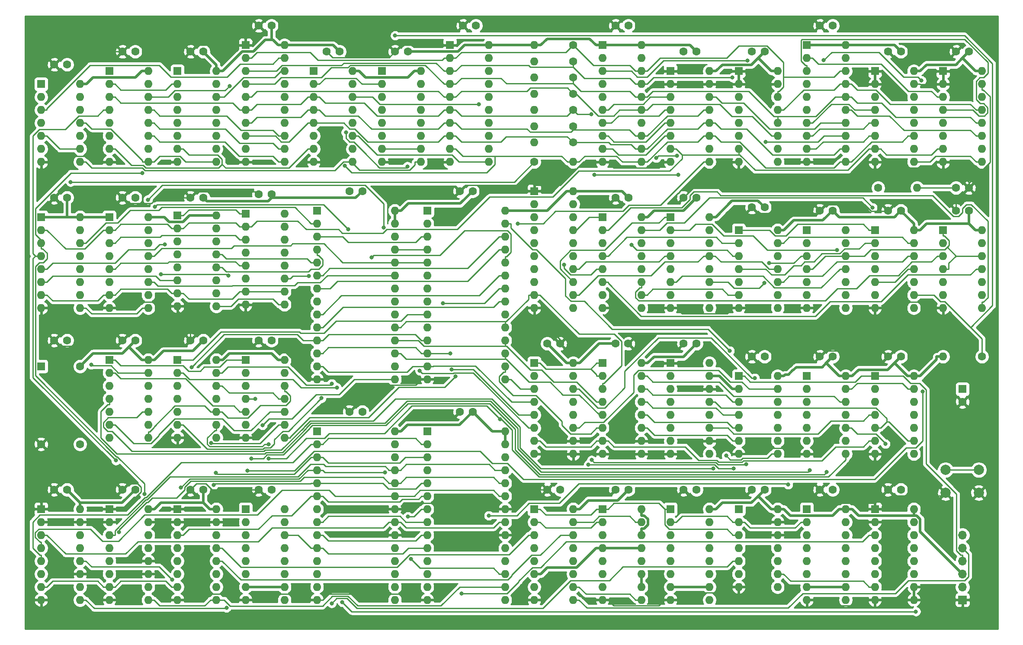
<source format=gtl>
G04 #@! TF.GenerationSoftware,KiCad,Pcbnew,(5.1.5)-3*
G04 #@! TF.CreationDate,2020-12-23T21:14:09+01:00*
G04 #@! TF.ProjectId,8-Bit CPU 32k,382d4269-7420-4435-9055-2033326b2e6b,rev?*
G04 #@! TF.SameCoordinates,Original*
G04 #@! TF.FileFunction,Copper,L1,Top*
G04 #@! TF.FilePolarity,Positive*
%FSLAX46Y46*%
G04 Gerber Fmt 4.6, Leading zero omitted, Abs format (unit mm)*
G04 Created by KiCad (PCBNEW (5.1.5)-3) date 2020-12-23 21:14:09*
%MOMM*%
%LPD*%
G04 APERTURE LIST*
%ADD10C,1.600000*%
%ADD11O,1.600000X1.600000*%
%ADD12C,2.000000*%
%ADD13R,1.600000X1.600000*%
%ADD14O,1.700000X1.700000*%
%ADD15R,1.700000X1.700000*%
%ADD16C,0.800000*%
%ADD17C,0.500000*%
%ADD18C,0.250000*%
%ADD19C,0.254000*%
G04 APERTURE END LIST*
D10*
X211455000Y-72390000D03*
D11*
X219075000Y-72390000D03*
D12*
X224640000Y-132080000D03*
X224640000Y-127580000D03*
X231140000Y-132080000D03*
X231140000Y-127580000D03*
D11*
X224155000Y-105410000D03*
D10*
X231775000Y-105410000D03*
D11*
X191770000Y-109220000D03*
X184150000Y-124460000D03*
X191770000Y-111760000D03*
X184150000Y-121920000D03*
X191770000Y-114300000D03*
X184150000Y-119380000D03*
X191770000Y-116840000D03*
X184150000Y-116840000D03*
X191770000Y-119380000D03*
X184150000Y-114300000D03*
X191770000Y-121920000D03*
X184150000Y-111760000D03*
X191770000Y-124460000D03*
D13*
X184150000Y-109220000D03*
D14*
X227965000Y-140335000D03*
X227965000Y-142875000D03*
X227965000Y-145415000D03*
X227965000Y-147955000D03*
X227965000Y-150495000D03*
D15*
X227965000Y-153035000D03*
D10*
X227965000Y-114260000D03*
D13*
X227965000Y-111760000D03*
D10*
X52705000Y-102235000D03*
X50205000Y-102235000D03*
X173395000Y-45720000D03*
X175895000Y-45720000D03*
X189230000Y-45720000D03*
X186730000Y-45720000D03*
X160060000Y-40640000D03*
X162560000Y-40640000D03*
X50205000Y-131445000D03*
X52705000Y-131445000D03*
X132080000Y-116205000D03*
X129580000Y-116205000D03*
X63540000Y-131445000D03*
X66040000Y-131445000D03*
X107990000Y-116205000D03*
X110490000Y-116205000D03*
X76875000Y-131445000D03*
X79375000Y-131445000D03*
X92710000Y-131445000D03*
X90210000Y-131445000D03*
X202565000Y-76835000D03*
X200065000Y-76835000D03*
X175895000Y-74295000D03*
X173395000Y-74295000D03*
X160060000Y-74295000D03*
X162560000Y-74295000D03*
X229235000Y-76835000D03*
X226735000Y-76835000D03*
X186730000Y-76200000D03*
X189230000Y-76200000D03*
X213400000Y-76835000D03*
X215900000Y-76835000D03*
X213400000Y-45720000D03*
X215900000Y-45720000D03*
X229235000Y-45720000D03*
X226735000Y-45720000D03*
X200065000Y-40640000D03*
X202565000Y-40640000D03*
X92710000Y-102235000D03*
X90210000Y-102235000D03*
X50205000Y-74295000D03*
X52705000Y-74295000D03*
X76875000Y-102235000D03*
X79375000Y-102235000D03*
X66040000Y-74295000D03*
X63540000Y-74295000D03*
X66040000Y-102235000D03*
X63540000Y-102235000D03*
X110490000Y-73025000D03*
X107990000Y-73025000D03*
X79375000Y-74295000D03*
X76875000Y-74295000D03*
X129580000Y-73025000D03*
X132080000Y-73025000D03*
X90210000Y-73660000D03*
X92710000Y-73660000D03*
X213400000Y-105410000D03*
X215900000Y-105410000D03*
X200065000Y-131445000D03*
X202565000Y-131445000D03*
X146685000Y-102870000D03*
X149185000Y-102870000D03*
X175895000Y-102870000D03*
X173395000Y-102870000D03*
X189230000Y-105410000D03*
X186730000Y-105410000D03*
X162520000Y-102870000D03*
X160020000Y-102870000D03*
X213400000Y-131445000D03*
X215900000Y-131445000D03*
X175895000Y-131445000D03*
X173395000Y-131445000D03*
X146725000Y-131445000D03*
X149225000Y-131445000D03*
X186730000Y-131445000D03*
X189230000Y-131445000D03*
X162560000Y-131445000D03*
X160060000Y-131445000D03*
X52705000Y-48260000D03*
X50205000Y-48260000D03*
X63540000Y-45720000D03*
X66040000Y-45720000D03*
X79375000Y-45720000D03*
X76875000Y-45720000D03*
X92710000Y-40640000D03*
X90210000Y-40640000D03*
X103545000Y-45720000D03*
X106045000Y-45720000D03*
X119380000Y-45720000D03*
X116880000Y-45720000D03*
X130215000Y-40640000D03*
X132715000Y-40640000D03*
X144145000Y-67310000D03*
D11*
X151765000Y-67310000D03*
D10*
X151765000Y-63500000D03*
D11*
X144145000Y-63500000D03*
X144145000Y-60325000D03*
D10*
X151765000Y-60325000D03*
X151765000Y-57150000D03*
D11*
X144145000Y-57150000D03*
X144145000Y-53975000D03*
D10*
X151765000Y-53975000D03*
D11*
X144145000Y-50800000D03*
D10*
X151765000Y-50800000D03*
X151765000Y-47625000D03*
D11*
X144145000Y-47625000D03*
D10*
X151765000Y-44450000D03*
D11*
X144145000Y-44450000D03*
X68580000Y-106045000D03*
X60960000Y-121285000D03*
X68580000Y-108585000D03*
X60960000Y-118745000D03*
X68580000Y-111125000D03*
X60960000Y-116205000D03*
X68580000Y-113665000D03*
X60960000Y-113665000D03*
X68580000Y-116205000D03*
X60960000Y-111125000D03*
X68580000Y-118745000D03*
X60960000Y-108585000D03*
X68580000Y-121285000D03*
D13*
X60960000Y-106045000D03*
D11*
X178435000Y-49530000D03*
X170815000Y-67310000D03*
X178435000Y-52070000D03*
X170815000Y-64770000D03*
X178435000Y-54610000D03*
X170815000Y-62230000D03*
X178435000Y-57150000D03*
X170815000Y-59690000D03*
X178435000Y-59690000D03*
X170815000Y-57150000D03*
X178435000Y-62230000D03*
X170815000Y-54610000D03*
X178435000Y-64770000D03*
X170815000Y-52070000D03*
X178435000Y-67310000D03*
D13*
X170815000Y-49530000D03*
X184150000Y-49530000D03*
D11*
X191770000Y-67310000D03*
X184150000Y-52070000D03*
X191770000Y-64770000D03*
X184150000Y-54610000D03*
X191770000Y-62230000D03*
X184150000Y-57150000D03*
X191770000Y-59690000D03*
X184150000Y-59690000D03*
X191770000Y-57150000D03*
X184150000Y-62230000D03*
X191770000Y-54610000D03*
X184150000Y-64770000D03*
X191770000Y-52070000D03*
X184150000Y-67310000D03*
X191770000Y-49530000D03*
X165100000Y-44450000D03*
X157480000Y-67310000D03*
X165100000Y-46990000D03*
X157480000Y-64770000D03*
X165100000Y-49530000D03*
X157480000Y-62230000D03*
X165100000Y-52070000D03*
X157480000Y-59690000D03*
X165100000Y-54610000D03*
X157480000Y-57150000D03*
X165100000Y-57150000D03*
X157480000Y-54610000D03*
X165100000Y-59690000D03*
X157480000Y-52070000D03*
X165100000Y-62230000D03*
X157480000Y-49530000D03*
X165100000Y-64770000D03*
X157480000Y-46990000D03*
X165100000Y-67310000D03*
D13*
X157480000Y-44450000D03*
D11*
X55245000Y-135255000D03*
X47625000Y-153035000D03*
X55245000Y-137795000D03*
X47625000Y-150495000D03*
X55245000Y-140335000D03*
X47625000Y-147955000D03*
X55245000Y-142875000D03*
X47625000Y-145415000D03*
X55245000Y-145415000D03*
X47625000Y-142875000D03*
X55245000Y-147955000D03*
X47625000Y-140335000D03*
X55245000Y-150495000D03*
X47625000Y-137795000D03*
X55245000Y-153035000D03*
D13*
X47625000Y-135255000D03*
D11*
X68580000Y-135255000D03*
X60960000Y-153035000D03*
X68580000Y-137795000D03*
X60960000Y-150495000D03*
X68580000Y-140335000D03*
X60960000Y-147955000D03*
X68580000Y-142875000D03*
X60960000Y-145415000D03*
X68580000Y-145415000D03*
X60960000Y-142875000D03*
X68580000Y-147955000D03*
X60960000Y-140335000D03*
X68580000Y-150495000D03*
X60960000Y-137795000D03*
X68580000Y-153035000D03*
D13*
X60960000Y-135255000D03*
X123190000Y-120015000D03*
D11*
X138430000Y-153035000D03*
X123190000Y-122555000D03*
X138430000Y-150495000D03*
X123190000Y-125095000D03*
X138430000Y-147955000D03*
X123190000Y-127635000D03*
X138430000Y-145415000D03*
X123190000Y-130175000D03*
X138430000Y-142875000D03*
X123190000Y-132715000D03*
X138430000Y-140335000D03*
X123190000Y-135255000D03*
X138430000Y-137795000D03*
X123190000Y-137795000D03*
X138430000Y-135255000D03*
X123190000Y-140335000D03*
X138430000Y-132715000D03*
X123190000Y-142875000D03*
X138430000Y-130175000D03*
X123190000Y-145415000D03*
X138430000Y-127635000D03*
X123190000Y-147955000D03*
X138430000Y-125095000D03*
X123190000Y-150495000D03*
X138430000Y-122555000D03*
X123190000Y-153035000D03*
X138430000Y-120015000D03*
D13*
X74295000Y-135255000D03*
D11*
X81915000Y-153035000D03*
X74295000Y-137795000D03*
X81915000Y-150495000D03*
X74295000Y-140335000D03*
X81915000Y-147955000D03*
X74295000Y-142875000D03*
X81915000Y-145415000D03*
X74295000Y-145415000D03*
X81915000Y-142875000D03*
X74295000Y-147955000D03*
X81915000Y-140335000D03*
X74295000Y-150495000D03*
X81915000Y-137795000D03*
X74295000Y-153035000D03*
X81915000Y-135255000D03*
X116840000Y-120015000D03*
X101600000Y-153035000D03*
X116840000Y-122555000D03*
X101600000Y-150495000D03*
X116840000Y-125095000D03*
X101600000Y-147955000D03*
X116840000Y-127635000D03*
X101600000Y-145415000D03*
X116840000Y-130175000D03*
X101600000Y-142875000D03*
X116840000Y-132715000D03*
X101600000Y-140335000D03*
X116840000Y-135255000D03*
X101600000Y-137795000D03*
X116840000Y-137795000D03*
X101600000Y-135255000D03*
X116840000Y-140335000D03*
X101600000Y-132715000D03*
X116840000Y-142875000D03*
X101600000Y-130175000D03*
X116840000Y-145415000D03*
X101600000Y-127635000D03*
X116840000Y-147955000D03*
X101600000Y-125095000D03*
X116840000Y-150495000D03*
X101600000Y-122555000D03*
X116840000Y-153035000D03*
D13*
X101600000Y-120015000D03*
X210820000Y-80645000D03*
D11*
X218440000Y-95885000D03*
X210820000Y-83185000D03*
X218440000Y-93345000D03*
X210820000Y-85725000D03*
X218440000Y-90805000D03*
X210820000Y-88265000D03*
X218440000Y-88265000D03*
X210820000Y-90805000D03*
X218440000Y-85725000D03*
X210820000Y-93345000D03*
X218440000Y-83185000D03*
X210820000Y-95885000D03*
X218440000Y-80645000D03*
D13*
X87630000Y-135255000D03*
D11*
X95250000Y-153035000D03*
X87630000Y-137795000D03*
X95250000Y-150495000D03*
X87630000Y-140335000D03*
X95250000Y-147955000D03*
X87630000Y-142875000D03*
X95250000Y-145415000D03*
X87630000Y-145415000D03*
X95250000Y-142875000D03*
X87630000Y-147955000D03*
X95250000Y-140335000D03*
X87630000Y-150495000D03*
X95250000Y-137795000D03*
X87630000Y-153035000D03*
X95250000Y-135255000D03*
X205105000Y-80645000D03*
X197485000Y-95885000D03*
X205105000Y-83185000D03*
X197485000Y-93345000D03*
X205105000Y-85725000D03*
X197485000Y-90805000D03*
X205105000Y-88265000D03*
X197485000Y-88265000D03*
X205105000Y-90805000D03*
X197485000Y-85725000D03*
X205105000Y-93345000D03*
X197485000Y-83185000D03*
X205105000Y-95885000D03*
D13*
X197485000Y-80645000D03*
X170815000Y-78105000D03*
D11*
X178435000Y-95885000D03*
X170815000Y-80645000D03*
X178435000Y-93345000D03*
X170815000Y-83185000D03*
X178435000Y-90805000D03*
X170815000Y-85725000D03*
X178435000Y-88265000D03*
X170815000Y-88265000D03*
X178435000Y-85725000D03*
X170815000Y-90805000D03*
X178435000Y-83185000D03*
X170815000Y-93345000D03*
X178435000Y-80645000D03*
X170815000Y-95885000D03*
X178435000Y-78105000D03*
D13*
X157480000Y-78105000D03*
D11*
X165100000Y-95885000D03*
X157480000Y-80645000D03*
X165100000Y-93345000D03*
X157480000Y-83185000D03*
X165100000Y-90805000D03*
X157480000Y-85725000D03*
X165100000Y-88265000D03*
X157480000Y-88265000D03*
X165100000Y-85725000D03*
X157480000Y-90805000D03*
X165100000Y-83185000D03*
X157480000Y-93345000D03*
X165100000Y-80645000D03*
X157480000Y-95885000D03*
X165100000Y-78105000D03*
X151765000Y-73025000D03*
X144145000Y-95885000D03*
X151765000Y-75565000D03*
X144145000Y-93345000D03*
X151765000Y-78105000D03*
X144145000Y-90805000D03*
X151765000Y-80645000D03*
X144145000Y-88265000D03*
X151765000Y-83185000D03*
X144145000Y-85725000D03*
X151765000Y-85725000D03*
X144145000Y-83185000D03*
X151765000Y-88265000D03*
X144145000Y-80645000D03*
X151765000Y-90805000D03*
X144145000Y-78105000D03*
X151765000Y-93345000D03*
X144145000Y-75565000D03*
X151765000Y-95885000D03*
D13*
X144145000Y-73025000D03*
X224155000Y-80645000D03*
D11*
X231775000Y-95885000D03*
X224155000Y-83185000D03*
X231775000Y-93345000D03*
X224155000Y-85725000D03*
X231775000Y-90805000D03*
X224155000Y-88265000D03*
X231775000Y-88265000D03*
X224155000Y-90805000D03*
X231775000Y-85725000D03*
X224155000Y-93345000D03*
X231775000Y-83185000D03*
X224155000Y-95885000D03*
X231775000Y-80645000D03*
X191770000Y-80645000D03*
X184150000Y-95885000D03*
X191770000Y-83185000D03*
X184150000Y-93345000D03*
X191770000Y-85725000D03*
X184150000Y-90805000D03*
X191770000Y-88265000D03*
X184150000Y-88265000D03*
X191770000Y-90805000D03*
X184150000Y-85725000D03*
X191770000Y-93345000D03*
X184150000Y-83185000D03*
X191770000Y-95885000D03*
D13*
X184150000Y-80645000D03*
X210820000Y-49530000D03*
D11*
X218440000Y-67310000D03*
X210820000Y-52070000D03*
X218440000Y-64770000D03*
X210820000Y-54610000D03*
X218440000Y-62230000D03*
X210820000Y-57150000D03*
X218440000Y-59690000D03*
X210820000Y-59690000D03*
X218440000Y-57150000D03*
X210820000Y-62230000D03*
X218440000Y-54610000D03*
X210820000Y-64770000D03*
X218440000Y-52070000D03*
X210820000Y-67310000D03*
X218440000Y-49530000D03*
X231775000Y-49530000D03*
X224155000Y-67310000D03*
X231775000Y-52070000D03*
X224155000Y-64770000D03*
X231775000Y-54610000D03*
X224155000Y-62230000D03*
X231775000Y-57150000D03*
X224155000Y-59690000D03*
X231775000Y-59690000D03*
X224155000Y-57150000D03*
X231775000Y-62230000D03*
X224155000Y-54610000D03*
X231775000Y-64770000D03*
X224155000Y-52070000D03*
X231775000Y-67310000D03*
D13*
X224155000Y-49530000D03*
X197485000Y-44450000D03*
D11*
X205105000Y-67310000D03*
X197485000Y-46990000D03*
X205105000Y-64770000D03*
X197485000Y-49530000D03*
X205105000Y-62230000D03*
X197485000Y-52070000D03*
X205105000Y-59690000D03*
X197485000Y-54610000D03*
X205105000Y-57150000D03*
X197485000Y-57150000D03*
X205105000Y-54610000D03*
X197485000Y-59690000D03*
X205105000Y-52070000D03*
X197485000Y-62230000D03*
X205105000Y-49530000D03*
X197485000Y-64770000D03*
X205105000Y-46990000D03*
X197485000Y-67310000D03*
X205105000Y-44450000D03*
D13*
X87630000Y-106045000D03*
D11*
X95250000Y-121285000D03*
X87630000Y-108585000D03*
X95250000Y-118745000D03*
X87630000Y-111125000D03*
X95250000Y-116205000D03*
X87630000Y-113665000D03*
X95250000Y-113665000D03*
X87630000Y-116205000D03*
X95250000Y-111125000D03*
X87630000Y-118745000D03*
X95250000Y-108585000D03*
X87630000Y-121285000D03*
X95250000Y-106045000D03*
X55245000Y-78105000D03*
X47625000Y-95885000D03*
X55245000Y-80645000D03*
X47625000Y-93345000D03*
X55245000Y-83185000D03*
X47625000Y-90805000D03*
X55245000Y-85725000D03*
X47625000Y-88265000D03*
X55245000Y-88265000D03*
X47625000Y-85725000D03*
X55245000Y-90805000D03*
X47625000Y-83185000D03*
X55245000Y-93345000D03*
X47625000Y-80645000D03*
X55245000Y-95885000D03*
D13*
X47625000Y-78105000D03*
X60960000Y-78105000D03*
D11*
X68580000Y-95885000D03*
X60960000Y-80645000D03*
X68580000Y-93345000D03*
X60960000Y-83185000D03*
X68580000Y-90805000D03*
X60960000Y-85725000D03*
X68580000Y-88265000D03*
X60960000Y-88265000D03*
X68580000Y-85725000D03*
X60960000Y-90805000D03*
X68580000Y-83185000D03*
X60960000Y-93345000D03*
X68580000Y-80645000D03*
X60960000Y-95885000D03*
X68580000Y-78105000D03*
D13*
X74295000Y-106045000D03*
D11*
X81915000Y-121285000D03*
X74295000Y-108585000D03*
X81915000Y-118745000D03*
X74295000Y-111125000D03*
X81915000Y-116205000D03*
X74295000Y-113665000D03*
X81915000Y-113665000D03*
X74295000Y-116205000D03*
X81915000Y-111125000D03*
X74295000Y-118745000D03*
X81915000Y-108585000D03*
X74295000Y-121285000D03*
X81915000Y-106045000D03*
X81915000Y-77775000D03*
X74295000Y-95555000D03*
X81915000Y-80315000D03*
X74295000Y-93015000D03*
X81915000Y-82855000D03*
X74295000Y-90475000D03*
X81915000Y-85395000D03*
X74295000Y-87935000D03*
X81915000Y-87935000D03*
X74295000Y-85395000D03*
X81915000Y-90475000D03*
X74295000Y-82855000D03*
X81915000Y-93015000D03*
X74295000Y-80315000D03*
X81915000Y-95555000D03*
D13*
X74295000Y-77775000D03*
X101600000Y-76835000D03*
D11*
X116840000Y-109855000D03*
X101600000Y-79375000D03*
X116840000Y-107315000D03*
X101600000Y-81915000D03*
X116840000Y-104775000D03*
X101600000Y-84455000D03*
X116840000Y-102235000D03*
X101600000Y-86995000D03*
X116840000Y-99695000D03*
X101600000Y-89535000D03*
X116840000Y-97155000D03*
X101600000Y-92075000D03*
X116840000Y-94615000D03*
X101600000Y-94615000D03*
X116840000Y-92075000D03*
X101600000Y-97155000D03*
X116840000Y-89535000D03*
X101600000Y-99695000D03*
X116840000Y-86995000D03*
X101600000Y-102235000D03*
X116840000Y-84455000D03*
X101600000Y-104775000D03*
X116840000Y-81915000D03*
X101600000Y-107315000D03*
X116840000Y-79375000D03*
X101600000Y-109855000D03*
X116840000Y-76835000D03*
D13*
X123190000Y-76835000D03*
D11*
X138430000Y-109855000D03*
X123190000Y-79375000D03*
X138430000Y-107315000D03*
X123190000Y-81915000D03*
X138430000Y-104775000D03*
X123190000Y-84455000D03*
X138430000Y-102235000D03*
X123190000Y-86995000D03*
X138430000Y-99695000D03*
X123190000Y-89535000D03*
X138430000Y-97155000D03*
X123190000Y-92075000D03*
X138430000Y-94615000D03*
X123190000Y-94615000D03*
X138430000Y-92075000D03*
X123190000Y-97155000D03*
X138430000Y-89535000D03*
X123190000Y-99695000D03*
X138430000Y-86995000D03*
X123190000Y-102235000D03*
X138430000Y-84455000D03*
X123190000Y-104775000D03*
X138430000Y-81915000D03*
X123190000Y-107315000D03*
X138430000Y-79375000D03*
X123190000Y-109855000D03*
X138430000Y-76835000D03*
D13*
X87630000Y-77470000D03*
D11*
X95250000Y-95250000D03*
X87630000Y-80010000D03*
X95250000Y-92710000D03*
X87630000Y-82550000D03*
X95250000Y-90170000D03*
X87630000Y-85090000D03*
X95250000Y-87630000D03*
X87630000Y-87630000D03*
X95250000Y-85090000D03*
X87630000Y-90170000D03*
X95250000Y-82550000D03*
X87630000Y-92710000D03*
X95250000Y-80010000D03*
X87630000Y-95250000D03*
X95250000Y-77470000D03*
X205105000Y-135255000D03*
X197485000Y-153035000D03*
X205105000Y-137795000D03*
X197485000Y-150495000D03*
X205105000Y-140335000D03*
X197485000Y-147955000D03*
X205105000Y-142875000D03*
X197485000Y-145415000D03*
X205105000Y-145415000D03*
X197485000Y-142875000D03*
X205105000Y-147955000D03*
X197485000Y-140335000D03*
X205105000Y-150495000D03*
X197485000Y-137795000D03*
X205105000Y-153035000D03*
D13*
X197485000Y-135255000D03*
D11*
X218440000Y-109220000D03*
X210820000Y-124460000D03*
X218440000Y-111760000D03*
X210820000Y-121920000D03*
X218440000Y-114300000D03*
X210820000Y-119380000D03*
X218440000Y-116840000D03*
X210820000Y-116840000D03*
X218440000Y-119380000D03*
X210820000Y-114300000D03*
X218440000Y-121920000D03*
X210820000Y-111760000D03*
X218440000Y-124460000D03*
D13*
X210820000Y-109220000D03*
D11*
X151765000Y-106680000D03*
X144145000Y-124460000D03*
X151765000Y-109220000D03*
X144145000Y-121920000D03*
X151765000Y-111760000D03*
X144145000Y-119380000D03*
X151765000Y-114300000D03*
X144145000Y-116840000D03*
X151765000Y-116840000D03*
X144145000Y-114300000D03*
X151765000Y-119380000D03*
X144145000Y-111760000D03*
X151765000Y-121920000D03*
X144145000Y-109220000D03*
X151765000Y-124460000D03*
D13*
X144145000Y-106680000D03*
D11*
X178435000Y-106680000D03*
X170815000Y-124460000D03*
X178435000Y-109220000D03*
X170815000Y-121920000D03*
X178435000Y-111760000D03*
X170815000Y-119380000D03*
X178435000Y-114300000D03*
X170815000Y-116840000D03*
X178435000Y-116840000D03*
X170815000Y-114300000D03*
X178435000Y-119380000D03*
X170815000Y-111760000D03*
X178435000Y-121920000D03*
X170815000Y-109220000D03*
X178435000Y-124460000D03*
D13*
X170815000Y-106680000D03*
X157480000Y-106680000D03*
D11*
X165100000Y-124460000D03*
X157480000Y-109220000D03*
X165100000Y-121920000D03*
X157480000Y-111760000D03*
X165100000Y-119380000D03*
X157480000Y-114300000D03*
X165100000Y-116840000D03*
X157480000Y-116840000D03*
X165100000Y-114300000D03*
X157480000Y-119380000D03*
X165100000Y-111760000D03*
X157480000Y-121920000D03*
X165100000Y-109220000D03*
X157480000Y-124460000D03*
X165100000Y-106680000D03*
D13*
X197485000Y-109220000D03*
D11*
X205105000Y-124460000D03*
X197485000Y-111760000D03*
X205105000Y-121920000D03*
X197485000Y-114300000D03*
X205105000Y-119380000D03*
X197485000Y-116840000D03*
X205105000Y-116840000D03*
X197485000Y-119380000D03*
X205105000Y-114300000D03*
X197485000Y-121920000D03*
X205105000Y-111760000D03*
X197485000Y-124460000D03*
X205105000Y-109220000D03*
D13*
X210820000Y-135255000D03*
D11*
X218440000Y-153035000D03*
X210820000Y-137795000D03*
X218440000Y-150495000D03*
X210820000Y-140335000D03*
X218440000Y-147955000D03*
X210820000Y-142875000D03*
X218440000Y-145415000D03*
X210820000Y-145415000D03*
X218440000Y-142875000D03*
X210820000Y-147955000D03*
X218440000Y-140335000D03*
X210820000Y-150495000D03*
X218440000Y-137795000D03*
X210820000Y-153035000D03*
X218440000Y-135255000D03*
X178435000Y-135255000D03*
X170815000Y-153035000D03*
X178435000Y-137795000D03*
X170815000Y-150495000D03*
X178435000Y-140335000D03*
X170815000Y-147955000D03*
X178435000Y-142875000D03*
X170815000Y-145415000D03*
X178435000Y-145415000D03*
X170815000Y-142875000D03*
X178435000Y-147955000D03*
X170815000Y-140335000D03*
X178435000Y-150495000D03*
X170815000Y-137795000D03*
X178435000Y-153035000D03*
D13*
X170815000Y-135255000D03*
X144145000Y-135255000D03*
D11*
X151765000Y-153035000D03*
X144145000Y-137795000D03*
X151765000Y-150495000D03*
X144145000Y-140335000D03*
X151765000Y-147955000D03*
X144145000Y-142875000D03*
X151765000Y-145415000D03*
X144145000Y-145415000D03*
X151765000Y-142875000D03*
X144145000Y-147955000D03*
X151765000Y-140335000D03*
X144145000Y-150495000D03*
X151765000Y-137795000D03*
X144145000Y-153035000D03*
X151765000Y-135255000D03*
X165100000Y-135255000D03*
X157480000Y-153035000D03*
X165100000Y-137795000D03*
X157480000Y-150495000D03*
X165100000Y-140335000D03*
X157480000Y-147955000D03*
X165100000Y-142875000D03*
X157480000Y-145415000D03*
X165100000Y-145415000D03*
X157480000Y-142875000D03*
X165100000Y-147955000D03*
X157480000Y-140335000D03*
X165100000Y-150495000D03*
X157480000Y-137795000D03*
X165100000Y-153035000D03*
D13*
X157480000Y-135255000D03*
D11*
X68580000Y-49530000D03*
X60960000Y-67310000D03*
X68580000Y-52070000D03*
X60960000Y-64770000D03*
X68580000Y-54610000D03*
X60960000Y-62230000D03*
X68580000Y-57150000D03*
X60960000Y-59690000D03*
X68580000Y-59690000D03*
X60960000Y-57150000D03*
X68580000Y-62230000D03*
X60960000Y-54610000D03*
X68580000Y-64770000D03*
X60960000Y-52070000D03*
X68580000Y-67310000D03*
D13*
X60960000Y-49530000D03*
X47625000Y-52070000D03*
D11*
X55245000Y-67310000D03*
X47625000Y-54610000D03*
X55245000Y-64770000D03*
X47625000Y-57150000D03*
X55245000Y-62230000D03*
X47625000Y-59690000D03*
X55245000Y-59690000D03*
X47625000Y-62230000D03*
X55245000Y-57150000D03*
X47625000Y-64770000D03*
X55245000Y-54610000D03*
X47625000Y-67310000D03*
X55245000Y-52070000D03*
D13*
X74295000Y-49530000D03*
D11*
X81915000Y-67310000D03*
X74295000Y-52070000D03*
X81915000Y-64770000D03*
X74295000Y-54610000D03*
X81915000Y-62230000D03*
X74295000Y-57150000D03*
X81915000Y-59690000D03*
X74295000Y-59690000D03*
X81915000Y-57150000D03*
X74295000Y-62230000D03*
X81915000Y-54610000D03*
X74295000Y-64770000D03*
X81915000Y-52070000D03*
X74295000Y-67310000D03*
X81915000Y-49530000D03*
D13*
X87630000Y-44450000D03*
D11*
X95250000Y-67310000D03*
X87630000Y-46990000D03*
X95250000Y-64770000D03*
X87630000Y-49530000D03*
X95250000Y-62230000D03*
X87630000Y-52070000D03*
X95250000Y-59690000D03*
X87630000Y-54610000D03*
X95250000Y-57150000D03*
X87630000Y-57150000D03*
X95250000Y-54610000D03*
X87630000Y-59690000D03*
X95250000Y-52070000D03*
X87630000Y-62230000D03*
X95250000Y-49530000D03*
X87630000Y-64770000D03*
X95250000Y-46990000D03*
X87630000Y-67310000D03*
X95250000Y-44450000D03*
X108585000Y-49530000D03*
X100965000Y-67310000D03*
X108585000Y-52070000D03*
X100965000Y-64770000D03*
X108585000Y-54610000D03*
X100965000Y-62230000D03*
X108585000Y-57150000D03*
X100965000Y-59690000D03*
X108585000Y-59690000D03*
X100965000Y-57150000D03*
X108585000Y-62230000D03*
X100965000Y-54610000D03*
X108585000Y-64770000D03*
X100965000Y-52070000D03*
X108585000Y-67310000D03*
D13*
X100965000Y-49530000D03*
X114300000Y-49530000D03*
D11*
X121920000Y-67310000D03*
X114300000Y-52070000D03*
X121920000Y-64770000D03*
X114300000Y-54610000D03*
X121920000Y-62230000D03*
X114300000Y-57150000D03*
X121920000Y-59690000D03*
X114300000Y-59690000D03*
X121920000Y-57150000D03*
X114300000Y-62230000D03*
X121920000Y-54610000D03*
X114300000Y-64770000D03*
X121920000Y-52070000D03*
X114300000Y-67310000D03*
X121920000Y-49530000D03*
D13*
X127635000Y-44450000D03*
D11*
X135255000Y-67310000D03*
X127635000Y-46990000D03*
X135255000Y-64770000D03*
X127635000Y-49530000D03*
X135255000Y-62230000D03*
X127635000Y-52070000D03*
X135255000Y-59690000D03*
X127635000Y-54610000D03*
X135255000Y-57150000D03*
X127635000Y-57150000D03*
X135255000Y-54610000D03*
X127635000Y-59690000D03*
X135255000Y-52070000D03*
X127635000Y-62230000D03*
X135255000Y-49530000D03*
X127635000Y-64770000D03*
X135255000Y-46990000D03*
X127635000Y-67310000D03*
X135255000Y-44450000D03*
D13*
X47625000Y-107315000D03*
D10*
X55245000Y-107315000D03*
X55245000Y-122555000D03*
X47625000Y-122555000D03*
X202565000Y-105410000D03*
X200065000Y-105410000D03*
X226695000Y-72390000D03*
X229195000Y-72390000D03*
D13*
X184150000Y-135255000D03*
D11*
X191770000Y-150495000D03*
X184150000Y-137795000D03*
X191770000Y-147955000D03*
X184150000Y-140335000D03*
X191770000Y-145415000D03*
X184150000Y-142875000D03*
X191770000Y-142875000D03*
X184150000Y-145415000D03*
X191770000Y-140335000D03*
X184150000Y-147955000D03*
X191770000Y-137795000D03*
X184150000Y-150495000D03*
X191770000Y-135255000D03*
D16*
X53380600Y-71228600D03*
X107039200Y-68069900D03*
X71845100Y-83476700D03*
X62247300Y-125744200D03*
X189416600Y-63355300D03*
X155327400Y-57966700D03*
X67856900Y-132275900D03*
X67398300Y-69451800D03*
X90958600Y-118834100D03*
X127993800Y-107937100D03*
X127755800Y-104775000D03*
X71054200Y-89328900D03*
X84311100Y-89531700D03*
X182947500Y-50788000D03*
X77046200Y-107492900D03*
X121746200Y-108181100D03*
X92160100Y-122535100D03*
X57459700Y-106994600D03*
X88755300Y-125336700D03*
X201369400Y-128030000D03*
X102506000Y-113551400D03*
X198112100Y-127625800D03*
X129954300Y-151765000D03*
X80913400Y-122294000D03*
X140935300Y-79375000D03*
X104498400Y-110712100D03*
X149949200Y-87461400D03*
X185889100Y-47441500D03*
X172099200Y-66110700D03*
X168036800Y-66538200D03*
X172353000Y-69794700D03*
X155904400Y-69842600D03*
X73250500Y-149049300D03*
X83915100Y-154573200D03*
X62889000Y-139719100D03*
X81839900Y-128183200D03*
X119989800Y-145005600D03*
X114941800Y-128106600D03*
X75010900Y-131067000D03*
X81389600Y-130534500D03*
X119404700Y-136718100D03*
X135248200Y-136542000D03*
X193854700Y-130463900D03*
X218856700Y-155307500D03*
X106551100Y-153467300D03*
X89496000Y-113665000D03*
X126253000Y-94948500D03*
X190091100Y-87139600D03*
X189146100Y-90970200D03*
X203417500Y-84535400D03*
X163172800Y-83556100D03*
X210374900Y-76240300D03*
X219959300Y-51381400D03*
X200805300Y-47375000D03*
X128693900Y-109322000D03*
X105499700Y-111456000D03*
X69897800Y-76073600D03*
X107742800Y-80512100D03*
X68532700Y-74707800D03*
X114642900Y-80118800D03*
X104503300Y-153694700D03*
X137454600Y-117637500D03*
X92133600Y-125336700D03*
X100068500Y-89651600D03*
X112297800Y-85993600D03*
X181725600Y-124804500D03*
X212884200Y-122499600D03*
X187304000Y-109596100D03*
X185589200Y-126495200D03*
X155371800Y-125663000D03*
X183212300Y-127303600D03*
X154742100Y-126578300D03*
X84521300Y-52461900D03*
X133279100Y-56024600D03*
X107279200Y-61526900D03*
X119323200Y-68178000D03*
X88024200Y-127709600D03*
X220138800Y-112213300D03*
X179187200Y-127303600D03*
X182409100Y-104283900D03*
X116915300Y-42579800D03*
D17*
X151765000Y-106680000D02*
X153015300Y-106680000D01*
X160020000Y-102870000D02*
X156825300Y-102870000D01*
X156825300Y-102870000D02*
X153015300Y-106680000D01*
X151765000Y-106680000D02*
X150495000Y-106680000D01*
X150495000Y-106680000D02*
X146685000Y-102870000D01*
X165100000Y-106680000D02*
X166350300Y-106680000D01*
X175895000Y-102870000D02*
X173335400Y-105429600D01*
X173335400Y-105429600D02*
X167600700Y-105429600D01*
X167600700Y-105429600D02*
X166350300Y-106680000D01*
X205105000Y-44450000D02*
X214630000Y-44450000D01*
X214630000Y-44450000D02*
X215900000Y-45720000D01*
X197485000Y-44450000D02*
X205105000Y-44450000D01*
X138430000Y-120015000D02*
X138430000Y-121304700D01*
X138430000Y-122555000D02*
X138430000Y-121304700D01*
X138430000Y-120015000D02*
X135890000Y-120015000D01*
X135890000Y-120015000D02*
X132080000Y-116205000D01*
X165100000Y-44450000D02*
X174625000Y-44450000D01*
X174625000Y-44450000D02*
X175895000Y-45720000D01*
X157480000Y-44450000D02*
X165100000Y-44450000D01*
X68580000Y-78105000D02*
X71773400Y-78105000D01*
X71773400Y-78105000D02*
X72693800Y-79025400D01*
X72693800Y-79025400D02*
X75376400Y-79025400D01*
X75376400Y-79025400D02*
X76626800Y-77775000D01*
X76626800Y-77775000D02*
X81915000Y-77775000D01*
X215890200Y-76844800D02*
X215900000Y-76835000D01*
X202565000Y-76835000D02*
X203815700Y-78085700D01*
X203815700Y-78085700D02*
X214649300Y-78085700D01*
X214649300Y-78085700D02*
X215890200Y-76844800D01*
X215890200Y-76844800D02*
X218440000Y-79394700D01*
X218440000Y-80645000D02*
X218440000Y-79394700D01*
X151765000Y-135255000D02*
X153015300Y-135255000D01*
X153015300Y-135255000D02*
X154716000Y-133554300D01*
X154716000Y-133554300D02*
X160450700Y-133554300D01*
X160450700Y-133554300D02*
X162560000Y-131445000D01*
X179685300Y-49530000D02*
X180935600Y-48279700D01*
X180935600Y-48279700D02*
X185524800Y-48279700D01*
X185524800Y-48279700D02*
X185536900Y-48291800D01*
X185536900Y-48291800D02*
X186241400Y-48291800D01*
X186241400Y-48291800D02*
X186253500Y-48279700D01*
X186253500Y-48279700D02*
X186670300Y-48279700D01*
X186670300Y-48279700D02*
X187969900Y-46980100D01*
X229235000Y-79382400D02*
X229262100Y-79382400D01*
X229262100Y-79382400D02*
X230524700Y-80645000D01*
X219690300Y-80645000D02*
X220952900Y-79382400D01*
X220952900Y-79382400D02*
X229235000Y-79382400D01*
X229235000Y-79382400D02*
X229235000Y-76835000D01*
X231775000Y-80645000D02*
X230524700Y-80645000D01*
X218440000Y-80645000D02*
X219690300Y-80645000D01*
X205105000Y-135255000D02*
X206355300Y-135255000D01*
X206355300Y-135255000D02*
X207605600Y-136505300D01*
X207605600Y-136505300D02*
X218440000Y-136505300D01*
X204479900Y-135255000D02*
X205105000Y-135255000D01*
X193020300Y-80645000D02*
X194921900Y-78743400D01*
X194921900Y-78743400D02*
X200656600Y-78743400D01*
X200656600Y-78743400D02*
X202565000Y-76835000D01*
X191770000Y-80645000D02*
X193020300Y-80645000D01*
X178435000Y-78105000D02*
X179685300Y-78105000D01*
X179685300Y-78105000D02*
X182863500Y-74926800D01*
X182863500Y-74926800D02*
X187956800Y-74926800D01*
X187956800Y-74926800D02*
X189230000Y-76200000D01*
X193020300Y-109220000D02*
X193285800Y-108954500D01*
X193285800Y-108954500D02*
X193903300Y-108954500D01*
X193903300Y-108954500D02*
X194728400Y-108129400D01*
X194728400Y-108129400D02*
X194783400Y-108129400D01*
X194783400Y-108129400D02*
X195438600Y-107474200D01*
X195438600Y-107474200D02*
X200500800Y-107474200D01*
X200500800Y-107474200D02*
X201304900Y-106670100D01*
X218440000Y-135255000D02*
X218440000Y-136505300D01*
X218440000Y-136505300D02*
X218987100Y-136505300D01*
X218987100Y-136505300D02*
X219690300Y-137208500D01*
X219690300Y-137208500D02*
X219690300Y-139680300D01*
X219690300Y-139680300D02*
X227965000Y-147955000D01*
X81915000Y-49530000D02*
X81915000Y-48279700D01*
X79375000Y-45720000D02*
X79375000Y-45739700D01*
X79375000Y-45739700D02*
X81915000Y-48279700D01*
X92710000Y-43422200D02*
X91509400Y-43422200D01*
X91509400Y-43422200D02*
X89231200Y-45700400D01*
X89231200Y-45700400D02*
X86994900Y-45700400D01*
X86994900Y-45700400D02*
X83165300Y-49530000D01*
X93999700Y-44450000D02*
X92971900Y-43422200D01*
X92971900Y-43422200D02*
X92710000Y-43422200D01*
X92710000Y-40640000D02*
X92710000Y-43422200D01*
X81915000Y-49530000D02*
X83165300Y-49530000D01*
X170815000Y-150495000D02*
X178435000Y-150495000D01*
X151765000Y-73025000D02*
X150514700Y-73025000D01*
X138430000Y-76835000D02*
X146704700Y-76835000D01*
X146704700Y-76835000D02*
X150514700Y-73025000D01*
X79375000Y-102235000D02*
X77307600Y-104302400D01*
X77307600Y-104302400D02*
X71572900Y-104302400D01*
X71572900Y-104302400D02*
X69830300Y-106045000D01*
X135255000Y-44450000D02*
X130486600Y-44450000D01*
X130486600Y-44450000D02*
X129216600Y-45720000D01*
X129216600Y-45720000D02*
X119380000Y-45720000D01*
X144145000Y-44450000D02*
X135255000Y-44450000D01*
X92710000Y-74320600D02*
X92055500Y-74975100D01*
X92055500Y-74975100D02*
X80055100Y-74975100D01*
X80055100Y-74975100D02*
X79375000Y-74295000D01*
X202565000Y-105410000D02*
X201304900Y-106670100D01*
X201304900Y-106670100D02*
X203854700Y-109220000D01*
X205105000Y-109220000D02*
X203854700Y-109220000D01*
X165100000Y-147955000D02*
X165100000Y-150495000D01*
X116840000Y-76835000D02*
X118090300Y-76835000D01*
X132080000Y-73025000D02*
X129658200Y-75446800D01*
X129658200Y-75446800D02*
X119478500Y-75446800D01*
X119478500Y-75446800D02*
X118090300Y-76835000D01*
X116840000Y-76835000D02*
X116840000Y-79375000D01*
X227974900Y-46980100D02*
X229235000Y-45720000D01*
X219690300Y-49530000D02*
X220940600Y-48279700D01*
X220940600Y-48279700D02*
X226675300Y-48279700D01*
X226675300Y-48279700D02*
X227974900Y-46980100D01*
X227974900Y-46980100D02*
X230524700Y-49530000D01*
X231775000Y-49530000D02*
X230524700Y-49530000D01*
X218440000Y-49530000D02*
X219690300Y-49530000D01*
X224155000Y-105410000D02*
X222904700Y-105410000D01*
X218440000Y-109220000D02*
X219690300Y-109220000D01*
X222904700Y-105410000D02*
X222904700Y-106005600D01*
X222904700Y-106005600D02*
X219690300Y-109220000D01*
X214639900Y-106670100D02*
X215900000Y-105410000D01*
X206355300Y-109220000D02*
X207605600Y-107969700D01*
X207605600Y-107969700D02*
X213340300Y-107969700D01*
X213340300Y-107969700D02*
X214639900Y-106670100D01*
X214639900Y-106670100D02*
X217189700Y-109220000D01*
X218440000Y-109220000D02*
X217189700Y-109220000D01*
X205105000Y-109220000D02*
X206355300Y-109220000D01*
X191770000Y-109220000D02*
X193020300Y-109220000D01*
X187969900Y-46980100D02*
X189230000Y-45720000D01*
X187969900Y-46980100D02*
X190519700Y-49530000D01*
X191770000Y-49530000D02*
X190519700Y-49530000D01*
X187969900Y-132705100D02*
X189230000Y-131445000D01*
X179685300Y-135255000D02*
X180935600Y-134004700D01*
X180935600Y-134004700D02*
X186670300Y-134004700D01*
X186670300Y-134004700D02*
X187969900Y-132705100D01*
X187969900Y-132705100D02*
X190519700Y-135255000D01*
X191770000Y-135255000D02*
X190519700Y-135255000D01*
X178435000Y-135255000D02*
X179685300Y-135255000D01*
X165100000Y-140335000D02*
X165100000Y-139084700D01*
X165100000Y-135255000D02*
X165100000Y-136505300D01*
X165100000Y-136505300D02*
X165647000Y-136505300D01*
X165647000Y-136505300D02*
X166389600Y-137247900D01*
X166389600Y-137247900D02*
X166389600Y-138339000D01*
X166389600Y-138339000D02*
X165643900Y-139084700D01*
X165643900Y-139084700D02*
X165100000Y-139084700D01*
X95250000Y-44450000D02*
X93999700Y-44450000D01*
X106045000Y-45720000D02*
X104775000Y-44450000D01*
X104775000Y-44450000D02*
X95250000Y-44450000D01*
X64779900Y-103495100D02*
X66040000Y-102235000D01*
X55245000Y-107315000D02*
X57783500Y-104776500D01*
X57783500Y-104776500D02*
X63498500Y-104776500D01*
X63498500Y-104776500D02*
X64779900Y-103495100D01*
X64779900Y-103495100D02*
X67329700Y-106045000D01*
X68580000Y-106045000D02*
X67329700Y-106045000D01*
X191770000Y-135255000D02*
X193020300Y-135255000D01*
X204479900Y-135255000D02*
X203854700Y-135255000D01*
X165100000Y-78105000D02*
X166350300Y-78105000D01*
X166350300Y-78105000D02*
X167600600Y-76854700D01*
X167600600Y-76854700D02*
X173335300Y-76854700D01*
X173335300Y-76854700D02*
X175895000Y-74295000D01*
X165100000Y-142875000D02*
X157480000Y-142875000D01*
X157480000Y-44450000D02*
X156229700Y-44450000D01*
X144145000Y-44450000D02*
X145395300Y-44450000D01*
X145395300Y-44450000D02*
X146645600Y-43199700D01*
X146645600Y-43199700D02*
X154979400Y-43199700D01*
X154979400Y-43199700D02*
X156229700Y-44450000D01*
X118090300Y-120015000D02*
X119340600Y-118764700D01*
X119340600Y-118764700D02*
X129520300Y-118764700D01*
X129520300Y-118764700D02*
X132080000Y-116205000D01*
X79375000Y-134004600D02*
X79414300Y-134004600D01*
X79414300Y-134004600D02*
X80664700Y-135255000D01*
X69830300Y-135255000D02*
X71080700Y-134004600D01*
X71080700Y-134004600D02*
X79375000Y-134004600D01*
X79375000Y-134004600D02*
X79375000Y-131445000D01*
X81915000Y-135255000D02*
X80664700Y-135255000D01*
X68580000Y-135255000D02*
X69830300Y-135255000D01*
X68580000Y-106045000D02*
X69830300Y-106045000D01*
X81915000Y-106045000D02*
X83165300Y-106045000D01*
X95250000Y-106045000D02*
X93999700Y-106045000D01*
X93999700Y-106045000D02*
X92749300Y-104794600D01*
X92749300Y-104794600D02*
X84415700Y-104794600D01*
X84415700Y-104794600D02*
X83165300Y-106045000D01*
X92710000Y-74320600D02*
X109194400Y-74320600D01*
X109194400Y-74320600D02*
X110490000Y-73025000D01*
X92710000Y-73660000D02*
X92710000Y-74320600D01*
X184150000Y-111760000D02*
X182899700Y-111760000D01*
X178435000Y-109220000D02*
X180359700Y-109220000D01*
X180359700Y-109220000D02*
X182899700Y-111760000D01*
X178435000Y-49530000D02*
X179685300Y-49530000D01*
X66040000Y-131445000D02*
X63480300Y-134004700D01*
X63480300Y-134004700D02*
X55245000Y-134004700D01*
X116840000Y-120015000D02*
X118090300Y-120015000D01*
X52705000Y-78105000D02*
X55245000Y-78105000D01*
X47625000Y-78105000D02*
X52705000Y-78105000D01*
X52705000Y-74295000D02*
X52705000Y-78105000D01*
X203854700Y-135255000D02*
X202604300Y-136505400D01*
X202604300Y-136505400D02*
X194270700Y-136505400D01*
X194270700Y-136505400D02*
X193020300Y-135255000D01*
X55245000Y-52070000D02*
X56495300Y-52070000D01*
X68580000Y-49530000D02*
X67329700Y-49530000D01*
X67329700Y-49530000D02*
X66079400Y-50780300D01*
X66079400Y-50780300D02*
X57785000Y-50780300D01*
X57785000Y-50780300D02*
X56495300Y-52070000D01*
X55245000Y-135255000D02*
X55245000Y-134004700D01*
X55245000Y-134004700D02*
X52705000Y-131464700D01*
X52705000Y-131464700D02*
X52705000Y-131445000D01*
X205105000Y-150495000D02*
X197485000Y-150495000D01*
X156854900Y-142875000D02*
X157480000Y-142875000D01*
X156854900Y-142875000D02*
X156229700Y-142875000D01*
X87630000Y-150495000D02*
X95250000Y-150495000D01*
X60960000Y-78105000D02*
X55245000Y-78105000D01*
X144145000Y-147955000D02*
X145395300Y-147955000D01*
X145395300Y-147955000D02*
X146645600Y-146704700D01*
X146645600Y-146704700D02*
X152400000Y-146704700D01*
X152400000Y-146704700D02*
X156229700Y-142875000D01*
X108585000Y-49530000D02*
X109835300Y-49530000D01*
X121920000Y-49530000D02*
X120669700Y-49530000D01*
X120669700Y-49530000D02*
X119419300Y-50780400D01*
X119419300Y-50780400D02*
X111085700Y-50780400D01*
X111085700Y-50780400D02*
X109835300Y-49530000D01*
X151765000Y-73025000D02*
X161290000Y-73025000D01*
X161290000Y-73025000D02*
X162560000Y-74295000D01*
D18*
X122064700Y-153035000D02*
X120871100Y-151841400D01*
X120871100Y-151841400D02*
X103918900Y-151841400D01*
X103918900Y-151841400D02*
X102725300Y-153035000D01*
X101600000Y-109855000D02*
X100474700Y-109855000D01*
X90210000Y-102235000D02*
X91823100Y-103848100D01*
X91823100Y-103848100D02*
X94749100Y-103848100D01*
X94749100Y-103848100D02*
X100474700Y-109573700D01*
X100474700Y-109573700D02*
X100474700Y-109855000D01*
X76875000Y-131445000D02*
X78000400Y-130319600D01*
X78000400Y-130319600D02*
X79899600Y-130319600D01*
X79899600Y-130319600D02*
X81025000Y-131445000D01*
X81025000Y-131445000D02*
X90210000Y-131445000D01*
X144145000Y-95885000D02*
X144145000Y-97010300D01*
X149185000Y-102870000D02*
X149185000Y-102050300D01*
X149185000Y-102050300D02*
X144145000Y-97010300D01*
X103545000Y-45720000D02*
X104682700Y-46857700D01*
X104682700Y-46857700D02*
X115742300Y-46857700D01*
X115742300Y-46857700D02*
X116880000Y-45720000D01*
X87630000Y-153035000D02*
X86504700Y-153035000D01*
X74295000Y-153035000D02*
X75420300Y-153035000D01*
X75420300Y-153035000D02*
X76545600Y-151909700D01*
X76545600Y-151909700D02*
X85379400Y-151909700D01*
X85379400Y-151909700D02*
X86504700Y-153035000D01*
X63540000Y-74295000D02*
X64685100Y-75440100D01*
X64685100Y-75440100D02*
X69225600Y-75440100D01*
X69225600Y-75440100D02*
X70370700Y-74295000D01*
X70370700Y-74295000D02*
X76875000Y-74295000D01*
X157480000Y-67310000D02*
X158605300Y-67310000D01*
X170815000Y-67310000D02*
X169689700Y-67310000D01*
X169689700Y-67310000D02*
X168564400Y-68435300D01*
X168564400Y-68435300D02*
X159730600Y-68435300D01*
X159730600Y-68435300D02*
X158605300Y-67310000D01*
X156354700Y-124460000D02*
X152890300Y-124460000D01*
X170815000Y-153035000D02*
X169689700Y-153035000D01*
X157480000Y-153035000D02*
X158605300Y-153035000D01*
X158605300Y-153035000D02*
X159730600Y-154160300D01*
X159730600Y-154160300D02*
X168564400Y-154160300D01*
X168564400Y-154160300D02*
X169689700Y-153035000D01*
X123190000Y-109855000D02*
X122064700Y-109855000D01*
X107990000Y-116205000D02*
X113214700Y-110980300D01*
X113214700Y-110980300D02*
X120939400Y-110980300D01*
X120939400Y-110980300D02*
X122064700Y-109855000D01*
X123190000Y-153035000D02*
X122064700Y-153035000D01*
X101600000Y-153035000D02*
X102725300Y-153035000D01*
X101037400Y-153035000D02*
X101600000Y-153035000D01*
X101037400Y-153035000D02*
X100474700Y-153035000D01*
X156354700Y-67310000D02*
X153793500Y-67310000D01*
X153793500Y-67310000D02*
X149203800Y-71899700D01*
X149203800Y-71899700D02*
X144145000Y-71899700D01*
X87630000Y-153035000D02*
X88755300Y-153035000D01*
X88755300Y-153035000D02*
X89880600Y-151909700D01*
X89880600Y-151909700D02*
X99349400Y-151909700D01*
X99349400Y-151909700D02*
X100474700Y-153035000D01*
X74295000Y-137795000D02*
X81915000Y-137795000D01*
X68580000Y-137795000D02*
X74295000Y-137795000D01*
X184150000Y-95885000D02*
X183024700Y-95885000D01*
X170815000Y-95885000D02*
X171940300Y-95885000D01*
X171940300Y-95885000D02*
X173065600Y-97010300D01*
X173065600Y-97010300D02*
X181899400Y-97010300D01*
X181899400Y-97010300D02*
X183024700Y-95885000D01*
X165100000Y-124460000D02*
X170815000Y-124460000D01*
X157480000Y-124460000D02*
X165100000Y-124460000D01*
X74295000Y-95555000D02*
X73169700Y-95555000D01*
X60960000Y-95885000D02*
X62085300Y-95885000D01*
X62085300Y-95885000D02*
X63237700Y-94732600D01*
X63237700Y-94732600D02*
X72347300Y-94732600D01*
X72347300Y-94732600D02*
X73169700Y-95555000D01*
X200065000Y-76835000D02*
X199566800Y-77333200D01*
X199566800Y-77333200D02*
X187863200Y-77333200D01*
X187863200Y-77333200D02*
X186730000Y-76200000D01*
X213400000Y-76835000D02*
X213269400Y-76965600D01*
X213269400Y-76965600D02*
X210074500Y-76965600D01*
X210074500Y-76965600D02*
X208818500Y-75709600D01*
X208818500Y-75709600D02*
X201190400Y-75709600D01*
X201190400Y-75709600D02*
X200065000Y-76835000D01*
X87630000Y-95250000D02*
X86504700Y-95250000D01*
X74295000Y-95555000D02*
X74295000Y-96680300D01*
X76875000Y-98979100D02*
X76875000Y-102235000D01*
X74295000Y-96680300D02*
X74576200Y-96680300D01*
X74576200Y-96680300D02*
X76875000Y-98979100D01*
X86504700Y-95250000D02*
X82775600Y-98979100D01*
X82775600Y-98979100D02*
X76875000Y-98979100D01*
X50205000Y-102235000D02*
X51352500Y-103382500D01*
X51352500Y-103382500D02*
X62392500Y-103382500D01*
X62392500Y-103382500D02*
X63540000Y-102235000D01*
X226735000Y-76835000D02*
X226735000Y-74850000D01*
X226735000Y-74850000D02*
X229195000Y-72390000D01*
X184150000Y-124460000D02*
X183024700Y-124460000D01*
X178435000Y-121920000D02*
X179560300Y-121920000D01*
X179560300Y-121920000D02*
X180484700Y-121920000D01*
X180484700Y-121920000D02*
X183024700Y-124460000D01*
X184150000Y-124460000D02*
X184252100Y-124460000D01*
X210820000Y-104284600D02*
X212274600Y-104284600D01*
X212274600Y-104284600D02*
X213400000Y-105410000D01*
X200065000Y-105410000D02*
X201190400Y-104284600D01*
X201190400Y-104284600D02*
X210820000Y-104284600D01*
X210820000Y-104284600D02*
X210820000Y-95885000D01*
X224155000Y-52070000D02*
X223029700Y-52070000D01*
X218440000Y-52070000D02*
X219565300Y-52070000D01*
X219565300Y-52070000D02*
X219633300Y-52138000D01*
X219633300Y-52138000D02*
X222961700Y-52138000D01*
X222961700Y-52138000D02*
X223029700Y-52070000D01*
X184252100Y-124460000D02*
X185275300Y-124460000D01*
X157480000Y-67310000D02*
X156354700Y-67310000D01*
X144145000Y-124460000D02*
X145270300Y-124460000D01*
X145270300Y-124460000D02*
X151765000Y-124460000D01*
X144145000Y-73025000D02*
X143019700Y-73025000D01*
X129580000Y-73025000D02*
X130705300Y-71899700D01*
X130705300Y-71899700D02*
X141894400Y-71899700D01*
X141894400Y-71899700D02*
X143019700Y-73025000D01*
X144145000Y-73025000D02*
X144145000Y-71899700D01*
X183024700Y-67310000D02*
X180380000Y-67310000D01*
X180380000Y-67310000D02*
X173395000Y-74295000D01*
X90210000Y-73660000D02*
X89719600Y-73169600D01*
X89719600Y-73169600D02*
X78000400Y-73169600D01*
X78000400Y-73169600D02*
X76875000Y-74295000D01*
X138430000Y-135255000D02*
X139555300Y-135255000D01*
X146725000Y-131445000D02*
X143365300Y-131445000D01*
X143365300Y-131445000D02*
X139555300Y-135255000D01*
X76875000Y-45720000D02*
X78145000Y-44450000D01*
X78145000Y-44450000D02*
X87630000Y-44450000D01*
X47625000Y-67310000D02*
X48750300Y-67310000D01*
X60960000Y-67310000D02*
X59834700Y-67310000D01*
X59834700Y-67310000D02*
X58709400Y-66184700D01*
X58709400Y-66184700D02*
X49875600Y-66184700D01*
X49875600Y-66184700D02*
X48750300Y-67310000D01*
X218440000Y-153035000D02*
X227965000Y-153035000D01*
X210820000Y-153035000D02*
X218440000Y-153035000D01*
X60960000Y-135255000D02*
X63821600Y-135255000D01*
X63821600Y-135255000D02*
X67165300Y-131911300D01*
X67165300Y-131911300D02*
X67165300Y-130978600D01*
X67165300Y-130978600D02*
X66462000Y-130275300D01*
X66462000Y-130275300D02*
X64709700Y-130275300D01*
X64709700Y-130275300D02*
X63540000Y-131445000D01*
X229342800Y-71372500D02*
X233359700Y-67355600D01*
X233359700Y-67355600D02*
X233359700Y-54498700D01*
X233359700Y-54498700D02*
X232056300Y-53195300D01*
X232056300Y-53195300D02*
X231775000Y-53195300D01*
X116880000Y-45720000D02*
X118150000Y-44450000D01*
X118150000Y-44450000D02*
X127635000Y-44450000D01*
X50205000Y-48260000D02*
X52745000Y-45720000D01*
X52745000Y-45720000D02*
X63540000Y-45720000D01*
X210820000Y-52070000D02*
X210820000Y-49530000D01*
X229342800Y-71372500D02*
X229195000Y-71520300D01*
X229195000Y-71520300D02*
X229195000Y-72390000D01*
X229342800Y-71372500D02*
X225280300Y-67310000D01*
X224155000Y-67310000D02*
X225280300Y-67310000D01*
X224155000Y-67310000D02*
X223029700Y-67310000D01*
X210820000Y-67310000D02*
X211945300Y-67310000D01*
X211945300Y-67310000D02*
X213070600Y-68435300D01*
X213070600Y-68435300D02*
X221904400Y-68435300D01*
X221904400Y-68435300D02*
X223029700Y-67310000D01*
X151765000Y-124460000D02*
X152890300Y-124460000D01*
X157480000Y-124460000D02*
X156354700Y-124460000D01*
X231775000Y-52070000D02*
X231775000Y-53195300D01*
X184150000Y-52070000D02*
X190644700Y-52070000D01*
X191770000Y-52070000D02*
X190644700Y-52070000D01*
X184150000Y-52070000D02*
X184150000Y-50655300D01*
X196359700Y-124460000D02*
X195201900Y-123302200D01*
X195201900Y-123302200D02*
X186433100Y-123302200D01*
X186433100Y-123302200D02*
X185275300Y-124460000D01*
X210820000Y-134129700D02*
X202749700Y-134129700D01*
X202749700Y-134129700D02*
X200065000Y-131445000D01*
X138430000Y-135255000D02*
X137304700Y-135255000D01*
X116840000Y-135255000D02*
X117965300Y-135255000D01*
X117965300Y-135255000D02*
X119090600Y-134129700D01*
X119090600Y-134129700D02*
X136179400Y-134129700D01*
X136179400Y-134129700D02*
X137304700Y-135255000D01*
X197485000Y-124460000D02*
X196359700Y-124460000D01*
X55245000Y-137795000D02*
X47625000Y-137795000D01*
X213400000Y-131549700D02*
X213400000Y-131445000D01*
X210820000Y-134129700D02*
X213400000Y-131549700D01*
X224640000Y-132080000D02*
X224109200Y-132610800D01*
X224109200Y-132610800D02*
X214461100Y-132610800D01*
X214461100Y-132610800D02*
X213400000Y-131549700D01*
X184150000Y-67310000D02*
X183024700Y-67310000D01*
X170815000Y-52070000D02*
X178435000Y-52070000D01*
X210820000Y-153035000D02*
X209694700Y-153035000D01*
X197485000Y-153035000D02*
X198610300Y-153035000D01*
X198610300Y-153035000D02*
X199735600Y-154160300D01*
X199735600Y-154160300D02*
X208569400Y-154160300D01*
X208569400Y-154160300D02*
X209694700Y-153035000D01*
X184150000Y-150495000D02*
X183024700Y-150495000D01*
X170815000Y-153035000D02*
X171940300Y-153035000D01*
X171940300Y-153035000D02*
X173355000Y-151620300D01*
X173355000Y-151620300D02*
X181899400Y-151620300D01*
X181899400Y-151620300D02*
X183024700Y-150495000D01*
X184150000Y-49530000D02*
X184150000Y-50655300D01*
X210820000Y-135255000D02*
X210820000Y-134129700D01*
X210820000Y-95885000D02*
X211945300Y-95885000D01*
X224155000Y-95885000D02*
X223029700Y-95885000D01*
X223029700Y-95885000D02*
X221904400Y-94759700D01*
X221904400Y-94759700D02*
X213070600Y-94759700D01*
X213070600Y-94759700D02*
X211945300Y-95885000D01*
X227965000Y-144239700D02*
X227597600Y-144239700D01*
X227597600Y-144239700D02*
X226789700Y-143431800D01*
X226789700Y-143431800D02*
X226789700Y-132342100D01*
X226789700Y-132342100D02*
X220864100Y-126416500D01*
X220864100Y-126416500D02*
X220864100Y-111912800D01*
X220864100Y-111912800D02*
X219585900Y-110634600D01*
X219585900Y-110634600D02*
X217790600Y-110634600D01*
X217790600Y-110634600D02*
X216376000Y-109220000D01*
X216376000Y-109220000D02*
X210820000Y-109220000D01*
X227965000Y-145415000D02*
X227965000Y-144239700D01*
X184150000Y-109220000D02*
X185275300Y-109220000D01*
X210820000Y-109220000D02*
X208124800Y-109220000D01*
X208124800Y-109220000D02*
X206999500Y-110345300D01*
X206999500Y-110345300D02*
X186400600Y-110345300D01*
X186400600Y-110345300D02*
X185275300Y-109220000D01*
X151765000Y-153035000D02*
X152890300Y-153035000D01*
X152890300Y-153035000D02*
X154472300Y-154617000D01*
X154472300Y-154617000D02*
X193853600Y-154617000D01*
X193853600Y-154617000D02*
X196705600Y-151765000D01*
X196705600Y-151765000D02*
X214868500Y-151765000D01*
X214868500Y-151765000D02*
X217408500Y-149225000D01*
X217408500Y-149225000D02*
X228423600Y-149225000D01*
X228423600Y-149225000D02*
X229142100Y-148506500D01*
X229142100Y-148506500D02*
X229142100Y-144052100D01*
X229142100Y-144052100D02*
X227965000Y-142875000D01*
X60960000Y-108585000D02*
X62085300Y-108585000D01*
X87630000Y-116205000D02*
X86504700Y-116205000D01*
X86504700Y-116205000D02*
X85379400Y-115079700D01*
X85379400Y-115079700D02*
X81242300Y-115079700D01*
X81242300Y-115079700D02*
X75872900Y-109710300D01*
X75872900Y-109710300D02*
X63210600Y-109710300D01*
X63210600Y-109710300D02*
X62085300Y-108585000D01*
X53380600Y-71228600D02*
X140226400Y-71228600D01*
X140226400Y-71228600D02*
X144145000Y-67310000D01*
X116840000Y-99695000D02*
X117965300Y-99695000D01*
X138430000Y-98569700D02*
X119090600Y-98569700D01*
X119090600Y-98569700D02*
X117965300Y-99695000D01*
X138430000Y-98682300D02*
X138430000Y-98569700D01*
X138430000Y-99695000D02*
X138430000Y-98682300D01*
X144145000Y-93345000D02*
X143019700Y-93345000D01*
X138430000Y-98569700D02*
X138675100Y-98569700D01*
X138675100Y-98569700D02*
X143019700Y-94225100D01*
X143019700Y-94225100D02*
X143019700Y-93345000D01*
X157480000Y-110634700D02*
X157761300Y-110634700D01*
X157761300Y-110634700D02*
X161204100Y-107191900D01*
X161204100Y-107191900D02*
X161204100Y-102456300D01*
X161204100Y-102456300D02*
X159764800Y-101017000D01*
X159764800Y-101017000D02*
X152942300Y-101017000D01*
X152942300Y-101017000D02*
X145270300Y-93345000D01*
X177309700Y-62230000D02*
X176184400Y-63355300D01*
X176184400Y-63355300D02*
X170180000Y-63355300D01*
X170180000Y-63355300D02*
X166225300Y-67310000D01*
X48750300Y-90805000D02*
X49888600Y-89666700D01*
X49888600Y-89666700D02*
X70092200Y-89666700D01*
X70092200Y-89666700D02*
X70900500Y-90475000D01*
X70900500Y-90475000D02*
X73169700Y-90475000D01*
X136408800Y-66184700D02*
X130175000Y-66184700D01*
X130175000Y-66184700D02*
X128760300Y-64770000D01*
X150639700Y-67310000D02*
X149514400Y-66184700D01*
X149514400Y-66184700D02*
X136408800Y-66184700D01*
X136408800Y-66184700D02*
X136408800Y-67801600D01*
X136408800Y-67801600D02*
X134796600Y-69413800D01*
X134796600Y-69413800D02*
X108383100Y-69413800D01*
X108383100Y-69413800D02*
X107039200Y-68069900D01*
X151765000Y-67310000D02*
X150639700Y-67310000D01*
X151765000Y-67310000D02*
X152890300Y-67310000D01*
X152890300Y-67310000D02*
X154024600Y-66175700D01*
X154024600Y-66175700D02*
X160268600Y-66175700D01*
X160268600Y-66175700D02*
X161402900Y-67310000D01*
X161402900Y-67310000D02*
X163974700Y-67310000D01*
X165100000Y-67310000D02*
X163974700Y-67310000D01*
X127635000Y-64770000D02*
X128760300Y-64770000D01*
X178435000Y-62230000D02*
X177309700Y-62230000D01*
X165100000Y-67310000D02*
X166225300Y-67310000D01*
X205105000Y-67310000D02*
X203979700Y-67310000D01*
X178435000Y-62230000D02*
X179560300Y-62230000D01*
X179560300Y-62230000D02*
X180685600Y-63355300D01*
X180685600Y-63355300D02*
X184340700Y-63355300D01*
X184340700Y-63355300D02*
X189420700Y-68435300D01*
X189420700Y-68435300D02*
X202854400Y-68435300D01*
X202854400Y-68435300D02*
X203979700Y-67310000D01*
X218440000Y-62230000D02*
X217314700Y-62230000D01*
X205105000Y-67310000D02*
X206230300Y-67310000D01*
X206230300Y-67310000D02*
X210185000Y-63355300D01*
X210185000Y-63355300D02*
X216189400Y-63355300D01*
X216189400Y-63355300D02*
X217314700Y-62230000D01*
X157480000Y-111760000D02*
X157480000Y-110634700D01*
X144145000Y-93345000D02*
X145270300Y-93345000D01*
X74295000Y-90475000D02*
X73169700Y-90475000D01*
X47625000Y-90805000D02*
X48750300Y-90805000D01*
X138430000Y-103360300D02*
X138760800Y-103360300D01*
X138760800Y-103360300D02*
X143392500Y-107992000D01*
X143392500Y-107992000D02*
X145564400Y-107992000D01*
X145564400Y-107992000D02*
X147917800Y-110345400D01*
X147917800Y-110345400D02*
X152400100Y-110345400D01*
X152400100Y-110345400D02*
X156354700Y-114300000D01*
X71845100Y-83476700D02*
X70823600Y-83476700D01*
X70823600Y-83476700D02*
X69845300Y-84455000D01*
X69845300Y-84455000D02*
X64765300Y-84455000D01*
X64765300Y-84455000D02*
X62080600Y-87139700D01*
X62080600Y-87139700D02*
X49875600Y-87139700D01*
X49875600Y-87139700D02*
X48750300Y-88265000D01*
X47625000Y-88265000D02*
X48750300Y-88265000D01*
X138430000Y-103360300D02*
X122553100Y-103360300D01*
X122553100Y-103360300D02*
X121427800Y-102235000D01*
X121427800Y-102235000D02*
X116840000Y-102235000D01*
X138430000Y-103247700D02*
X138430000Y-103360300D01*
X138430000Y-102235000D02*
X138430000Y-103247700D01*
X100965000Y-59690000D02*
X99839700Y-59690000D01*
X99839700Y-59690000D02*
X96166500Y-63363200D01*
X96166500Y-63363200D02*
X94621000Y-63363200D01*
X94621000Y-63363200D02*
X93487800Y-62230000D01*
X93487800Y-62230000D02*
X87630000Y-62230000D01*
X101527700Y-59690000D02*
X100965000Y-59690000D01*
X157480000Y-114300000D02*
X156354700Y-114300000D01*
X101527700Y-59690000D02*
X102090300Y-59690000D01*
X151765000Y-63500000D02*
X158712700Y-63500000D01*
X158712700Y-63500000D02*
X159124500Y-63911800D01*
X159124500Y-63911800D02*
X163116500Y-63911800D01*
X163116500Y-63911800D02*
X163974700Y-64770000D01*
X165100000Y-64770000D02*
X163974700Y-64770000D01*
X151765000Y-63500000D02*
X150607600Y-62342600D01*
X150607600Y-62342600D02*
X138657600Y-62342600D01*
X138657600Y-62342600D02*
X137644900Y-63355300D01*
X137644900Y-63355300D02*
X129885600Y-63355300D01*
X129885600Y-63355300D02*
X128760300Y-62230000D01*
X126509700Y-62230000D02*
X125360300Y-63379400D01*
X125360300Y-63379400D02*
X111550400Y-63379400D01*
X111550400Y-63379400D02*
X108986300Y-60815300D01*
X108986300Y-60815300D02*
X108017700Y-60815300D01*
X108017700Y-60815300D02*
X106892400Y-59690000D01*
X106892400Y-59690000D02*
X102090300Y-59690000D01*
X178435000Y-59690000D02*
X177309700Y-59690000D01*
X165100000Y-64770000D02*
X166225300Y-64770000D01*
X166225300Y-64770000D02*
X170180000Y-60815300D01*
X170180000Y-60815300D02*
X176184400Y-60815300D01*
X176184400Y-60815300D02*
X177309700Y-59690000D01*
X127635000Y-62230000D02*
X128760300Y-62230000D01*
X127635000Y-62230000D02*
X126509700Y-62230000D01*
X178435000Y-59690000D02*
X179560300Y-59690000D01*
X205105000Y-64770000D02*
X203979700Y-64770000D01*
X203979700Y-64770000D02*
X202829800Y-65919900D01*
X202829800Y-65919900D02*
X190822300Y-65919900D01*
X190822300Y-65919900D02*
X185717700Y-60815300D01*
X185717700Y-60815300D02*
X180685600Y-60815300D01*
X180685600Y-60815300D02*
X179560300Y-59690000D01*
X116840000Y-104775000D02*
X117965300Y-104775000D01*
X138430000Y-105904200D02*
X119094500Y-105904200D01*
X119094500Y-105904200D02*
X117965300Y-104775000D01*
X156917400Y-116840000D02*
X152962800Y-112885400D01*
X152962800Y-112885400D02*
X149744100Y-112885400D01*
X149744100Y-112885400D02*
X147280800Y-110422100D01*
X147280800Y-110422100D02*
X143128900Y-110422100D01*
X143128900Y-110422100D02*
X138611000Y-105904200D01*
X138611000Y-105904200D02*
X138430000Y-105904200D01*
X46499700Y-85725000D02*
X46035500Y-86189200D01*
X46035500Y-86189200D02*
X46035500Y-109532400D01*
X46035500Y-109532400D02*
X62247300Y-125744200D01*
X165100000Y-62230000D02*
X163974700Y-62230000D01*
X151765000Y-61042400D02*
X162787100Y-61042400D01*
X162787100Y-61042400D02*
X163974700Y-62230000D01*
X151765000Y-61042400D02*
X151339800Y-61467600D01*
X151339800Y-61467600D02*
X143382600Y-61467600D01*
X143382600Y-61467600D02*
X142730300Y-60815300D01*
X142730300Y-60815300D02*
X129885600Y-60815300D01*
X129885600Y-60815300D02*
X128760300Y-59690000D01*
X151765000Y-60325000D02*
X151765000Y-61042400D01*
X59834700Y-57150000D02*
X58709400Y-58275300D01*
X58709400Y-58275300D02*
X55028100Y-58275300D01*
X55028100Y-58275300D02*
X52343400Y-60960000D01*
X52343400Y-60960000D02*
X47303100Y-60960000D01*
X47303100Y-60960000D02*
X46035500Y-62227600D01*
X46035500Y-62227600D02*
X46035500Y-85260800D01*
X46035500Y-85260800D02*
X46499700Y-85725000D01*
X127635000Y-59690000D02*
X128760300Y-59690000D01*
X87630000Y-59690000D02*
X88755300Y-59690000D01*
X47625000Y-85725000D02*
X46499700Y-85725000D01*
X138430000Y-105723200D02*
X138430000Y-105904200D01*
X100965000Y-57150000D02*
X99839700Y-57150000D01*
X99839700Y-57150000D02*
X98425000Y-58564700D01*
X98425000Y-58564700D02*
X89880600Y-58564700D01*
X89880600Y-58564700D02*
X88755300Y-59690000D01*
X101527700Y-57150000D02*
X100965000Y-57150000D01*
X101527700Y-57150000D02*
X102090300Y-57150000D01*
X60960000Y-57150000D02*
X59834700Y-57150000D01*
X178435000Y-57150000D02*
X177309700Y-57150000D01*
X165100000Y-62230000D02*
X166225300Y-62230000D01*
X166225300Y-62230000D02*
X170180000Y-58275300D01*
X170180000Y-58275300D02*
X176184400Y-58275300D01*
X176184400Y-58275300D02*
X177309700Y-57150000D01*
X138430000Y-104775000D02*
X138430000Y-105723200D01*
X127635000Y-59690000D02*
X126509700Y-59690000D01*
X126509700Y-59690000D02*
X125360300Y-60839400D01*
X125360300Y-60839400D02*
X112269700Y-60839400D01*
X112269700Y-60839400D02*
X109705600Y-58275300D01*
X109705600Y-58275300D02*
X103215600Y-58275300D01*
X103215600Y-58275300D02*
X102090300Y-57150000D01*
X157480000Y-116840000D02*
X156917400Y-116840000D01*
X189416600Y-63355300D02*
X199706700Y-63355300D01*
X199706700Y-63355300D02*
X200832000Y-62230000D01*
X200832000Y-62230000D02*
X205105000Y-62230000D01*
X47625000Y-84310300D02*
X47906300Y-84310300D01*
X47906300Y-84310300D02*
X48781600Y-85185600D01*
X48781600Y-85185600D02*
X48781600Y-86234300D01*
X48781600Y-86234300D02*
X48020900Y-86995000D01*
X48020900Y-86995000D02*
X47260200Y-86995000D01*
X47260200Y-86995000D02*
X46499600Y-87755600D01*
X46499600Y-87755600D02*
X46499600Y-109129500D01*
X46499600Y-109129500D02*
X62370900Y-125000800D01*
X62370900Y-125000800D02*
X62542100Y-125000800D01*
X62542100Y-125000800D02*
X67856900Y-130315600D01*
X67856900Y-130315600D02*
X67856900Y-132275900D01*
X127635000Y-57150000D02*
X128760300Y-57150000D01*
X128760300Y-57150000D02*
X129950900Y-58340600D01*
X129950900Y-58340600D02*
X150574400Y-58340600D01*
X150574400Y-58340600D02*
X151765000Y-57150000D01*
X127072400Y-57150000D02*
X127635000Y-57150000D01*
X127072400Y-57150000D02*
X126509700Y-57150000D01*
X155327400Y-57966700D02*
X152581700Y-57966700D01*
X152581700Y-57966700D02*
X151765000Y-57150000D01*
X138430000Y-107315000D02*
X138430000Y-108440300D01*
X100965000Y-54610000D02*
X102090300Y-54610000D01*
X102090300Y-54610000D02*
X103215600Y-55735300D01*
X103215600Y-55735300D02*
X110835600Y-55735300D01*
X110835600Y-55735300D02*
X113375600Y-58275300D01*
X113375600Y-58275300D02*
X125384400Y-58275300D01*
X125384400Y-58275300D02*
X126509700Y-57150000D01*
X100402400Y-54610000D02*
X100965000Y-54610000D01*
X100402400Y-54610000D02*
X99839700Y-54610000D01*
X156354700Y-119380000D02*
X155229400Y-120505300D01*
X155229400Y-120505300D02*
X151236500Y-120505300D01*
X151236500Y-120505300D02*
X149560900Y-118829700D01*
X149560900Y-118829700D02*
X149560900Y-118124300D01*
X149560900Y-118124300D02*
X144466600Y-113030000D01*
X144466600Y-113030000D02*
X140013400Y-113030000D01*
X140013400Y-113030000D02*
X137294900Y-110311500D01*
X137294900Y-110311500D02*
X137294900Y-109294100D01*
X137294900Y-109294100D02*
X138148700Y-108440300D01*
X138148700Y-108440300D02*
X138430000Y-108440300D01*
X47625000Y-82622300D02*
X46485900Y-81483200D01*
X46485900Y-81483200D02*
X46485900Y-76407000D01*
X46485900Y-76407000D02*
X53441100Y-69451800D01*
X53441100Y-69451800D02*
X67398300Y-69451800D01*
X47625000Y-83185000D02*
X47625000Y-84310300D01*
X47625000Y-83185000D02*
X47625000Y-82903600D01*
X157480000Y-119380000D02*
X156354700Y-119380000D01*
X87630000Y-57150000D02*
X88755300Y-57150000D01*
X99839700Y-54610000D02*
X98425000Y-56024700D01*
X98425000Y-56024700D02*
X89880600Y-56024700D01*
X89880600Y-56024700D02*
X88755300Y-57150000D01*
X60960000Y-54610000D02*
X62085300Y-54610000D01*
X87630000Y-57150000D02*
X86504700Y-57150000D01*
X86504700Y-57150000D02*
X85090000Y-55735300D01*
X85090000Y-55735300D02*
X63210600Y-55735300D01*
X63210600Y-55735300D02*
X62085300Y-54610000D01*
X47625000Y-82903600D02*
X47625000Y-82622300D01*
X178435000Y-54610000D02*
X179729100Y-54610000D01*
X179729100Y-54610000D02*
X180907700Y-55788600D01*
X180907700Y-55788600D02*
X185147700Y-55788600D01*
X185147700Y-55788600D02*
X190181900Y-60822800D01*
X190181900Y-60822800D02*
X199040700Y-60822800D01*
X199040700Y-60822800D02*
X200173500Y-59690000D01*
X200173500Y-59690000D02*
X203979700Y-59690000D01*
X205105000Y-59690000D02*
X203979700Y-59690000D01*
X115714700Y-109855000D02*
X108951200Y-109855000D01*
X108951200Y-109855000D02*
X105980100Y-112826100D01*
X105980100Y-112826100D02*
X101431800Y-112826100D01*
X101431800Y-112826100D02*
X96709000Y-117548900D01*
X96709000Y-117548900D02*
X92243800Y-117548900D01*
X92243800Y-117548900D02*
X90958600Y-118834100D01*
X127635000Y-54610000D02*
X128760300Y-54610000D01*
X151765000Y-53975000D02*
X150629200Y-52839200D01*
X150629200Y-52839200D02*
X143375800Y-52839200D01*
X143375800Y-52839200D02*
X142730300Y-53484700D01*
X142730300Y-53484700D02*
X129885600Y-53484700D01*
X129885600Y-53484700D02*
X128760300Y-54610000D01*
X165100000Y-57150000D02*
X160827000Y-57150000D01*
X160827000Y-57150000D02*
X159701700Y-58275300D01*
X159701700Y-58275300D02*
X156661800Y-58275300D01*
X156661800Y-58275300D02*
X152361500Y-53975000D01*
X152361500Y-53975000D02*
X151765000Y-53975000D01*
X138430000Y-109855000D02*
X139555300Y-109855000D01*
X139555300Y-109855000D02*
X141460300Y-111760000D01*
X141460300Y-111760000D02*
X144145000Y-111760000D01*
X87630000Y-54610000D02*
X88755300Y-54610000D01*
X127635000Y-54610000D02*
X126509700Y-54610000D01*
X126509700Y-54610000D02*
X125384400Y-53484700D01*
X125384400Y-53484700D02*
X89880600Y-53484700D01*
X89880600Y-53484700D02*
X88755300Y-54610000D01*
X116840000Y-109855000D02*
X115714700Y-109855000D01*
X165100000Y-57150000D02*
X166225300Y-57150000D01*
X190644700Y-62230000D02*
X186834700Y-58420000D01*
X186834700Y-58420000D02*
X182827100Y-58420000D01*
X182827100Y-58420000D02*
X180431800Y-56024700D01*
X180431800Y-56024700D02*
X167350600Y-56024700D01*
X167350600Y-56024700D02*
X166225300Y-57150000D01*
X191770000Y-62230000D02*
X190644700Y-62230000D01*
X231775000Y-62230000D02*
X230649700Y-62230000D01*
X205105000Y-57150000D02*
X206230300Y-57150000D01*
X206230300Y-57150000D02*
X207355600Y-58275300D01*
X207355600Y-58275300D02*
X213695800Y-58275300D01*
X213695800Y-58275300D02*
X216525200Y-61104700D01*
X216525200Y-61104700D02*
X229524400Y-61104700D01*
X229524400Y-61104700D02*
X230649700Y-62230000D01*
X151765000Y-51984700D02*
X138684900Y-51984700D01*
X138684900Y-51984700D02*
X137644900Y-50944700D01*
X137644900Y-50944700D02*
X129885600Y-50944700D01*
X129885600Y-50944700D02*
X128760300Y-52070000D01*
X163974700Y-54610000D02*
X162849400Y-53484700D01*
X162849400Y-53484700D02*
X153265000Y-53484700D01*
X153265000Y-53484700D02*
X151765000Y-51984700D01*
X151765000Y-51984700D02*
X151765000Y-50800000D01*
X127635000Y-52070000D02*
X128760300Y-52070000D01*
X81915000Y-145415000D02*
X83040300Y-145415000D01*
X151765000Y-140335000D02*
X149296500Y-140335000D01*
X149296500Y-140335000D02*
X145364500Y-144267000D01*
X145364500Y-144267000D02*
X143627200Y-144267000D01*
X143627200Y-144267000D02*
X139758400Y-148135800D01*
X139758400Y-148135800D02*
X139758400Y-148272100D01*
X139758400Y-148272100D02*
X138948100Y-149082400D01*
X138948100Y-149082400D02*
X86707700Y-149082400D01*
X86707700Y-149082400D02*
X83040300Y-145415000D01*
X127635000Y-52070000D02*
X126509700Y-52070000D01*
X126509700Y-52070000D02*
X122844400Y-48404700D01*
X122844400Y-48404700D02*
X108118800Y-48404700D01*
X108118800Y-48404700D02*
X107668400Y-48855100D01*
X107668400Y-48855100D02*
X104438800Y-48855100D01*
X104438800Y-48855100D02*
X102494100Y-50799800D01*
X102494100Y-50799800D02*
X94575200Y-50799800D01*
X94575200Y-50799800D02*
X93305000Y-52070000D01*
X93305000Y-52070000D02*
X87630000Y-52070000D01*
X123190000Y-107315000D02*
X120354900Y-107315000D01*
X120354900Y-107315000D02*
X119229600Y-108440300D01*
X119229600Y-108440300D02*
X103850600Y-108440300D01*
X103850600Y-108440300D02*
X102725300Y-107315000D01*
X60960000Y-88265000D02*
X62085300Y-88265000D01*
X87630000Y-87630000D02*
X86504700Y-87630000D01*
X86504700Y-87630000D02*
X85677800Y-86803100D01*
X85677800Y-86803100D02*
X72711000Y-86803100D01*
X72711000Y-86803100D02*
X72374400Y-87139700D01*
X72374400Y-87139700D02*
X63210600Y-87139700D01*
X63210600Y-87139700D02*
X62085300Y-88265000D01*
X123190000Y-107315000D02*
X124315300Y-107315000D01*
X124315300Y-107315000D02*
X124418600Y-107211700D01*
X124418600Y-107211700D02*
X132616400Y-107211700D01*
X132616400Y-107211700D02*
X139704700Y-114300000D01*
X139704700Y-114300000D02*
X144145000Y-114300000D01*
X101600000Y-107315000D02*
X102725300Y-107315000D01*
X206230300Y-54610000D02*
X207355600Y-55735300D01*
X207355600Y-55735300D02*
X212097900Y-55735300D01*
X212097900Y-55735300D02*
X214927300Y-58564700D01*
X214927300Y-58564700D02*
X229524400Y-58564700D01*
X229524400Y-58564700D02*
X230649700Y-59690000D01*
X205105000Y-54610000D02*
X206230300Y-54610000D01*
X231775000Y-59690000D02*
X230649700Y-59690000D01*
X191770000Y-58420000D02*
X199239400Y-58420000D01*
X199239400Y-58420000D02*
X203049400Y-54610000D01*
X203049400Y-54610000D02*
X205105000Y-54610000D01*
X166225300Y-54610000D02*
X167350600Y-53484700D01*
X167350600Y-53484700D02*
X186127400Y-53484700D01*
X186127400Y-53484700D02*
X191062700Y-58420000D01*
X191062700Y-58420000D02*
X191770000Y-58420000D01*
X191770000Y-58564700D02*
X191770000Y-58420000D01*
X191770000Y-59690000D02*
X191770000Y-58564700D01*
X165100000Y-54610000D02*
X166225300Y-54610000D01*
X165100000Y-54610000D02*
X163974700Y-54610000D01*
X81915000Y-142875000D02*
X83040300Y-142875000D01*
X144145000Y-140335000D02*
X143019700Y-140335000D01*
X143019700Y-140335000D02*
X139219800Y-144134900D01*
X139219800Y-144134900D02*
X119757400Y-144134900D01*
X119757400Y-144134900D02*
X117315500Y-146576800D01*
X117315500Y-146576800D02*
X86742100Y-146576800D01*
X86742100Y-146576800D02*
X83040300Y-142875000D01*
X126509700Y-49530000D02*
X124934100Y-47954400D01*
X124934100Y-47954400D02*
X106861300Y-47954400D01*
X106861300Y-47954400D02*
X106411000Y-48404700D01*
X106411000Y-48404700D02*
X94783800Y-48404700D01*
X94783800Y-48404700D02*
X93658500Y-49530000D01*
X93658500Y-49530000D02*
X88755300Y-49530000D01*
X123190000Y-104775000D02*
X122064700Y-104775000D01*
X122064700Y-104775000D02*
X120939400Y-103649700D01*
X120939400Y-103649700D02*
X103850600Y-103649700D01*
X103850600Y-103649700D02*
X102725300Y-104775000D01*
X127755800Y-104775000D02*
X123190000Y-104775000D01*
X101600000Y-104775000D02*
X102725300Y-104775000D01*
X127993800Y-107937100D02*
X132213700Y-107937100D01*
X132213700Y-107937100D02*
X141116600Y-116840000D01*
X141116600Y-116840000D02*
X144145000Y-116840000D01*
X71054200Y-89328900D02*
X84108300Y-89328900D01*
X84108300Y-89328900D02*
X84311100Y-89531700D01*
X205105000Y-52070000D02*
X203979700Y-52070000D01*
X191770000Y-57150000D02*
X192895300Y-57150000D01*
X192895300Y-57150000D02*
X196850000Y-53195300D01*
X196850000Y-53195300D02*
X202854400Y-53195300D01*
X202854400Y-53195300D02*
X203979700Y-52070000D01*
X127635000Y-49530000D02*
X126509700Y-49530000D01*
X87630000Y-49530000D02*
X88755300Y-49530000D01*
X231775000Y-57150000D02*
X230649700Y-57150000D01*
X205105000Y-52070000D02*
X206230300Y-52070000D01*
X206230300Y-52070000D02*
X207355600Y-53195300D01*
X207355600Y-53195300D02*
X211023900Y-53195300D01*
X211023900Y-53195300D02*
X213853300Y-56024700D01*
X213853300Y-56024700D02*
X229524400Y-56024700D01*
X229524400Y-56024700D02*
X230649700Y-57150000D01*
X151765000Y-48765200D02*
X153944500Y-50944700D01*
X153944500Y-50944700D02*
X162849400Y-50944700D01*
X162849400Y-50944700D02*
X163974700Y-52070000D01*
X151765000Y-47625000D02*
X151765000Y-48765200D01*
X151765000Y-48765200D02*
X143380200Y-48765200D01*
X143380200Y-48765200D02*
X143019700Y-48404700D01*
X143019700Y-48404700D02*
X129885600Y-48404700D01*
X129885600Y-48404700D02*
X128760300Y-49530000D01*
X127635000Y-49530000D02*
X128760300Y-49530000D01*
X165100000Y-52070000D02*
X163974700Y-52070000D01*
X166225300Y-52070000D02*
X167507300Y-50788000D01*
X167507300Y-50788000D02*
X182947500Y-50788000D01*
X165100000Y-52070000D02*
X166225300Y-52070000D01*
X101600000Y-102235000D02*
X102725300Y-102235000D01*
X123190000Y-102235000D02*
X122064700Y-102235000D01*
X122064700Y-102235000D02*
X120894900Y-101065200D01*
X120894900Y-101065200D02*
X103895100Y-101065200D01*
X103895100Y-101065200D02*
X102725300Y-102235000D01*
X77046200Y-107492900D02*
X83473900Y-101065200D01*
X83473900Y-101065200D02*
X97786600Y-101065200D01*
X97786600Y-101065200D02*
X98956400Y-102235000D01*
X98956400Y-102235000D02*
X100474700Y-102235000D01*
X101600000Y-102235000D02*
X100474700Y-102235000D01*
X87630000Y-82550000D02*
X86504700Y-82550000D01*
X60960000Y-83185000D02*
X62085300Y-83185000D01*
X62085300Y-83185000D02*
X63210600Y-82059700D01*
X63210600Y-82059700D02*
X70902500Y-82059700D01*
X70902500Y-82059700D02*
X71243400Y-81718800D01*
X71243400Y-81718800D02*
X85673500Y-81718800D01*
X85673500Y-81718800D02*
X86504700Y-82550000D01*
X88755300Y-46990000D02*
X89912800Y-45832500D01*
X89912800Y-45832500D02*
X100291100Y-45832500D01*
X100291100Y-45832500D02*
X101842600Y-47384000D01*
X101842600Y-47384000D02*
X126115700Y-47384000D01*
X126115700Y-47384000D02*
X126509700Y-46990000D01*
X143019700Y-119380000D02*
X132236400Y-108596700D01*
X132236400Y-108596700D02*
X128360000Y-108596700D01*
X128360000Y-108596700D02*
X128294300Y-108662400D01*
X128294300Y-108662400D02*
X122227500Y-108662400D01*
X122227500Y-108662400D02*
X121746200Y-108181100D01*
X144145000Y-119380000D02*
X143019700Y-119380000D01*
X151765000Y-44450000D02*
X155719700Y-48404700D01*
X155719700Y-48404700D02*
X162849400Y-48404700D01*
X162849400Y-48404700D02*
X163974700Y-49530000D01*
X165100000Y-49530000D02*
X163974700Y-49530000D01*
X128760300Y-46990000D02*
X129885600Y-45864700D01*
X129885600Y-45864700D02*
X150350300Y-45864700D01*
X150350300Y-45864700D02*
X151765000Y-44450000D01*
X192895300Y-50655300D02*
X192895300Y-52640800D01*
X192895300Y-52640800D02*
X192051400Y-53484700D01*
X192051400Y-53484700D02*
X191770000Y-53484700D01*
X166225300Y-49530000D02*
X168796800Y-46958500D01*
X168796800Y-46958500D02*
X181840300Y-46958500D01*
X181840300Y-46958500D02*
X184229700Y-44569100D01*
X184229700Y-44569100D02*
X189676300Y-44569100D01*
X189676300Y-44569100D02*
X192895300Y-47788100D01*
X192895300Y-47788100D02*
X192895300Y-50655300D01*
X203979700Y-49530000D02*
X202854400Y-50655300D01*
X202854400Y-50655300D02*
X192895300Y-50655300D01*
X205105000Y-49530000D02*
X203979700Y-49530000D01*
X191770000Y-54610000D02*
X191770000Y-53484700D01*
X165100000Y-49530000D02*
X166225300Y-49530000D01*
X127635000Y-46990000D02*
X126509700Y-46990000D01*
X87630000Y-46990000D02*
X88755300Y-46990000D01*
X127635000Y-46990000D02*
X128760300Y-46990000D01*
X92160100Y-122535100D02*
X91361900Y-122535100D01*
X91361900Y-122535100D02*
X90860400Y-123036600D01*
X90860400Y-123036600D02*
X80602600Y-123036600D01*
X80602600Y-123036600D02*
X80159100Y-122593100D01*
X80159100Y-122593100D02*
X80159100Y-121344900D01*
X80159100Y-121344900D02*
X81633700Y-119870300D01*
X81633700Y-119870300D02*
X81915000Y-119870300D01*
X81915000Y-118745000D02*
X81915000Y-119870300D01*
X68580000Y-108585000D02*
X62722200Y-108585000D01*
X62722200Y-108585000D02*
X61307600Y-107170400D01*
X61307600Y-107170400D02*
X57635500Y-107170400D01*
X57635500Y-107170400D02*
X57459700Y-106994600D01*
X74295000Y-52070000D02*
X73169700Y-52070000D01*
X60960000Y-52070000D02*
X62085300Y-52070000D01*
X62085300Y-52070000D02*
X63210600Y-53195300D01*
X63210600Y-53195300D02*
X72044400Y-53195300D01*
X72044400Y-53195300D02*
X73169700Y-52070000D01*
X88755300Y-80010000D02*
X89901400Y-78863900D01*
X89901400Y-78863900D02*
X97823200Y-78863900D01*
X97823200Y-78863900D02*
X99483700Y-80524400D01*
X99483700Y-80524400D02*
X105855600Y-80524400D01*
X105855600Y-80524400D02*
X106576400Y-81245200D01*
X106576400Y-81245200D02*
X114542300Y-81245200D01*
X114542300Y-81245200D02*
X115279700Y-80507800D01*
X115279700Y-80507800D02*
X129062900Y-80507800D01*
X129062900Y-80507800D02*
X135420300Y-74150400D01*
X135420300Y-74150400D02*
X147814900Y-74150400D01*
X147814900Y-74150400D02*
X152893000Y-69072300D01*
X152893000Y-69072300D02*
X170684400Y-69072300D01*
X170684400Y-69072300D02*
X173065600Y-66691100D01*
X173065600Y-66691100D02*
X173065600Y-65895300D01*
X87630000Y-80010000D02*
X88755300Y-80010000D01*
X173065600Y-65895300D02*
X171940300Y-64770000D01*
X184150000Y-65895300D02*
X173065600Y-65895300D01*
X87424000Y-80010000D02*
X87630000Y-80010000D01*
X184150000Y-137795000D02*
X185275300Y-137795000D01*
X197485000Y-137795000D02*
X196359700Y-137795000D01*
X196359700Y-137795000D02*
X195234400Y-138920300D01*
X195234400Y-138920300D02*
X186400600Y-138920300D01*
X186400600Y-138920300D02*
X185275300Y-137795000D01*
X62085300Y-80645000D02*
X63237700Y-79492600D01*
X63237700Y-79492600D02*
X72347300Y-79492600D01*
X72347300Y-79492600D02*
X73169700Y-80315000D01*
X170815000Y-64770000D02*
X171940300Y-64770000D01*
X210820000Y-150495000D02*
X209694700Y-150495000D01*
X191770000Y-147955000D02*
X192895300Y-147955000D01*
X192895300Y-147955000D02*
X194310000Y-149369700D01*
X194310000Y-149369700D02*
X208569400Y-149369700D01*
X208569400Y-149369700D02*
X209694700Y-150495000D01*
X209694700Y-64770000D02*
X205555000Y-68909700D01*
X205555000Y-68909700D02*
X187375400Y-68909700D01*
X187375400Y-68909700D02*
X184361000Y-65895300D01*
X184361000Y-65895300D02*
X184150000Y-65895300D01*
X60960000Y-150495000D02*
X59834700Y-150495000D01*
X47625000Y-150495000D02*
X48750300Y-150495000D01*
X48750300Y-150495000D02*
X49875600Y-149369700D01*
X49875600Y-149369700D02*
X58709400Y-149369700D01*
X58709400Y-149369700D02*
X59834700Y-150495000D01*
X74295000Y-150495000D02*
X73169700Y-150495000D01*
X60960000Y-150495000D02*
X62085300Y-150495000D01*
X62085300Y-150495000D02*
X63210600Y-149369700D01*
X63210600Y-149369700D02*
X72044400Y-149369700D01*
X72044400Y-149369700D02*
X73169700Y-150495000D01*
X60960000Y-80645000D02*
X59834700Y-80645000D01*
X47625000Y-80645000D02*
X48750300Y-80645000D01*
X48750300Y-80645000D02*
X52428000Y-84322700D01*
X52428000Y-84322700D02*
X56157000Y-84322700D01*
X56157000Y-84322700D02*
X59834700Y-80645000D01*
X184150000Y-137795000D02*
X183024700Y-137795000D01*
X184150000Y-64770000D02*
X184150000Y-65895300D01*
X87424000Y-80010000D02*
X86504700Y-80010000D01*
X61522700Y-80645000D02*
X60960000Y-80645000D01*
X61522700Y-80645000D02*
X62085300Y-80645000D01*
X170815000Y-137795000D02*
X171940300Y-137795000D01*
X183024700Y-137795000D02*
X181899400Y-136669700D01*
X181899400Y-136669700D02*
X173065600Y-136669700D01*
X173065600Y-136669700D02*
X171940300Y-137795000D01*
X210820000Y-64770000D02*
X209694700Y-64770000D01*
X100965000Y-52070000D02*
X102090300Y-52070000D01*
X102090300Y-52070000D02*
X103242300Y-50918000D01*
X103242300Y-50918000D02*
X109272600Y-50918000D01*
X109272600Y-50918000D02*
X110424600Y-52070000D01*
X110424600Y-52070000D02*
X114300000Y-52070000D01*
X224155000Y-64770000D02*
X223029700Y-64770000D01*
X210820000Y-64770000D02*
X211945300Y-64770000D01*
X211945300Y-64770000D02*
X213070600Y-65895300D01*
X213070600Y-65895300D02*
X221904400Y-65895300D01*
X221904400Y-65895300D02*
X223029700Y-64770000D01*
X74295000Y-80315000D02*
X73169700Y-80315000D01*
X74295000Y-80315000D02*
X75420300Y-80315000D01*
X86504700Y-80010000D02*
X85684400Y-79189700D01*
X85684400Y-79189700D02*
X76545600Y-79189700D01*
X76545600Y-79189700D02*
X75420300Y-80315000D01*
X94124700Y-116205000D02*
X92393600Y-116205000D01*
X92393600Y-116205000D02*
X88725900Y-119872700D01*
X88725900Y-119872700D02*
X85391800Y-119872700D01*
X85391800Y-119872700D02*
X83133400Y-117614300D01*
X83133400Y-117614300D02*
X73818000Y-117614300D01*
X73818000Y-117614300D02*
X70684400Y-120747900D01*
X70684400Y-120747900D02*
X70684400Y-120851800D01*
X70684400Y-120851800D02*
X69099100Y-122437100D01*
X69099100Y-122437100D02*
X65777400Y-122437100D01*
X65777400Y-122437100D02*
X62085300Y-118745000D01*
X60960000Y-118745000D02*
X62085300Y-118745000D01*
X95250000Y-116205000D02*
X94124700Y-116205000D01*
X201369400Y-128030000D02*
X200920100Y-128479300D01*
X200920100Y-128479300D02*
X145230400Y-128479300D01*
X145230400Y-128479300D02*
X140438000Y-123686900D01*
X140438000Y-123686900D02*
X140438000Y-119595100D01*
X140438000Y-119595100D02*
X135431200Y-114588300D01*
X135431200Y-114588300D02*
X119402700Y-114588300D01*
X119402700Y-114588300D02*
X115120800Y-118870200D01*
X115120800Y-118870200D02*
X100673200Y-118870200D01*
X100673200Y-118870200D02*
X100160700Y-119382700D01*
X100160700Y-119382700D02*
X100160700Y-119462300D01*
X100160700Y-119462300D02*
X95011600Y-124611400D01*
X95011600Y-124611400D02*
X91833200Y-124611400D01*
X91833200Y-124611400D02*
X91107900Y-125336700D01*
X91107900Y-125336700D02*
X88755300Y-125336700D01*
X75420300Y-118745000D02*
X80162300Y-123487000D01*
X80162300Y-123487000D02*
X91046900Y-123487000D01*
X91046900Y-123487000D02*
X91273400Y-123260500D01*
X91273400Y-123260500D02*
X92516400Y-123260500D01*
X92516400Y-123260500D02*
X93272800Y-122504100D01*
X93272800Y-122504100D02*
X93272800Y-121663200D01*
X93272800Y-121663200D02*
X94921000Y-120015000D01*
X94921000Y-120015000D02*
X96042400Y-120015000D01*
X96042400Y-120015000D02*
X102506000Y-113551400D01*
X74295000Y-118745000D02*
X75420300Y-118745000D01*
X198112100Y-127625800D02*
X197708900Y-128029000D01*
X197708900Y-128029000D02*
X145472000Y-128029000D01*
X145472000Y-128029000D02*
X140888400Y-123445400D01*
X140888400Y-123445400D02*
X140888400Y-119408600D01*
X140888400Y-119408600D02*
X135617800Y-114138000D01*
X135617800Y-114138000D02*
X119216100Y-114138000D01*
X119216100Y-114138000D02*
X114934200Y-118419900D01*
X114934200Y-118419900D02*
X100486600Y-118419900D01*
X100486600Y-118419900D02*
X99551100Y-119355400D01*
X99551100Y-119355400D02*
X99551100Y-119435000D01*
X99551100Y-119435000D02*
X94825000Y-124161100D01*
X94825000Y-124161100D02*
X91646600Y-124161100D01*
X91646600Y-124161100D02*
X91397100Y-124410600D01*
X91397100Y-124410600D02*
X62435000Y-124410600D01*
X62435000Y-124410600D02*
X59347300Y-121322900D01*
X59347300Y-121322900D02*
X59347300Y-116121700D01*
X59347300Y-116121700D02*
X60678700Y-114790300D01*
X60678700Y-114790300D02*
X60960000Y-114790300D01*
X60960000Y-113665000D02*
X60960000Y-114790300D01*
X129954300Y-151765000D02*
X138831700Y-151765000D01*
X138831700Y-151765000D02*
X141130800Y-149465900D01*
X141130800Y-149465900D02*
X141130800Y-149337400D01*
X141130800Y-149337400D02*
X143783200Y-146685000D01*
X143783200Y-146685000D02*
X145384400Y-146685000D01*
X145384400Y-146685000D02*
X150422500Y-141646900D01*
X150422500Y-141646900D02*
X208382800Y-141646900D01*
X208382800Y-141646900D02*
X209694700Y-140335000D01*
X210820000Y-140335000D02*
X209694700Y-140335000D01*
X94124700Y-118745000D02*
X90459400Y-122410300D01*
X90459400Y-122410300D02*
X81029700Y-122410300D01*
X81029700Y-122410300D02*
X80913400Y-122294000D01*
X95250000Y-118745000D02*
X94124700Y-118745000D01*
X95250000Y-111125000D02*
X95250000Y-112250300D01*
X81915000Y-116205000D02*
X83040300Y-116205000D01*
X83040300Y-116205000D02*
X84230900Y-117395600D01*
X84230900Y-117395600D02*
X88099300Y-117395600D01*
X88099300Y-117395600D02*
X90559900Y-114935000D01*
X90559900Y-114935000D02*
X95573600Y-114935000D01*
X95573600Y-114935000D02*
X96375300Y-114133300D01*
X96375300Y-114133300D02*
X96375300Y-113094200D01*
X96375300Y-113094200D02*
X95531400Y-112250300D01*
X95531400Y-112250300D02*
X95250000Y-112250300D01*
X81704300Y-116205000D02*
X81915000Y-116205000D01*
X68580000Y-120159700D02*
X68833300Y-120159700D01*
X68833300Y-120159700D02*
X69705300Y-119287700D01*
X69705300Y-119287700D02*
X69705300Y-119163000D01*
X69705300Y-119163000D02*
X73790900Y-115077400D01*
X73790900Y-115077400D02*
X79662100Y-115077400D01*
X79662100Y-115077400D02*
X80789700Y-116205000D01*
X81704300Y-116205000D02*
X80789700Y-116205000D01*
X68580000Y-121285000D02*
X68580000Y-120159700D01*
X60960000Y-106045000D02*
X62085300Y-106045000D01*
X62085300Y-106045000D02*
X63210600Y-107170300D01*
X63210600Y-107170300D02*
X75395500Y-107170300D01*
X75395500Y-107170300D02*
X76460900Y-108235700D01*
X76460900Y-108235700D02*
X78768100Y-108235700D01*
X78768100Y-108235700D02*
X79544200Y-107459600D01*
X79544200Y-107459600D02*
X82564400Y-107459600D01*
X82564400Y-107459600D02*
X83979000Y-106045000D01*
X83979000Y-106045000D02*
X87630000Y-106045000D01*
X47625000Y-62230000D02*
X48750300Y-62230000D01*
X48750300Y-62230000D02*
X51290300Y-64770000D01*
X51290300Y-64770000D02*
X55245000Y-64770000D01*
X169689700Y-62230000D02*
X165988200Y-65931500D01*
X165988200Y-65931500D02*
X160661300Y-65931500D01*
X160661300Y-65931500D02*
X159499800Y-64770000D01*
X159499800Y-64770000D02*
X158605300Y-64770000D01*
X170815000Y-62230000D02*
X169689700Y-62230000D01*
X157480000Y-64770000D02*
X158605300Y-64770000D01*
X170815000Y-59690000D02*
X169689700Y-59690000D01*
X157480000Y-62230000D02*
X158605300Y-62230000D01*
X158605300Y-62230000D02*
X159754700Y-63379400D01*
X159754700Y-63379400D02*
X166000300Y-63379400D01*
X166000300Y-63379400D02*
X169689700Y-59690000D01*
X158605300Y-59690000D02*
X159242100Y-59690000D01*
X159242100Y-59690000D02*
X160656800Y-58275300D01*
X160656800Y-58275300D02*
X168564400Y-58275300D01*
X168564400Y-58275300D02*
X169689700Y-57150000D01*
X170815000Y-57150000D02*
X169689700Y-57150000D01*
X157480000Y-59690000D02*
X158605300Y-59690000D01*
X157480000Y-57150000D02*
X158605300Y-57150000D01*
X158605300Y-57150000D02*
X159730600Y-56024700D01*
X159730600Y-56024700D02*
X165447500Y-56024700D01*
X165447500Y-56024700D02*
X166862200Y-54610000D01*
X166862200Y-54610000D02*
X170815000Y-54610000D01*
X140935300Y-79375000D02*
X145926500Y-79375000D01*
X145926500Y-79375000D02*
X148321900Y-76979600D01*
X148321900Y-76979600D02*
X161467000Y-76979600D01*
X161467000Y-76979600D02*
X162662800Y-75783800D01*
X162662800Y-75783800D02*
X168835900Y-75783800D01*
X168835900Y-75783800D02*
X177309700Y-67310000D01*
X104498400Y-110712100D02*
X104226800Y-110983700D01*
X104226800Y-110983700D02*
X99517100Y-110983700D01*
X99517100Y-110983700D02*
X95927800Y-107394400D01*
X95927800Y-107394400D02*
X84230900Y-107394400D01*
X84230900Y-107394400D02*
X83040300Y-108585000D01*
X81915000Y-108585000D02*
X83040300Y-108585000D01*
X178435000Y-67310000D02*
X177309700Y-67310000D01*
X156354700Y-88265000D02*
X155229400Y-89390300D01*
X155229400Y-89390300D02*
X151228600Y-89390300D01*
X151228600Y-89390300D02*
X149949200Y-88110900D01*
X149949200Y-88110900D02*
X149949200Y-87461400D01*
X157480000Y-88265000D02*
X156354700Y-88265000D01*
X157480000Y-49530000D02*
X163167000Y-49530000D01*
X163167000Y-49530000D02*
X164312500Y-50675500D01*
X164312500Y-50675500D02*
X166236400Y-50675500D01*
X166236400Y-50675500D02*
X169470300Y-47441600D01*
X169470300Y-47441600D02*
X185889100Y-47441600D01*
X185889100Y-47441600D02*
X185889100Y-47441500D01*
X172099200Y-66110700D02*
X168464300Y-66110700D01*
X168464300Y-66110700D02*
X168036800Y-66538200D01*
X155904400Y-69842600D02*
X155952300Y-69794700D01*
X155952300Y-69794700D02*
X172353000Y-69794700D01*
X47625000Y-144289700D02*
X47343700Y-144289700D01*
X47343700Y-144289700D02*
X45977200Y-142923200D01*
X45977200Y-142923200D02*
X45977200Y-137787000D01*
X45977200Y-137787000D02*
X47383800Y-136380400D01*
X47383800Y-136380400D02*
X64558700Y-136380400D01*
X64558700Y-136380400D02*
X67937900Y-133001200D01*
X67937900Y-133001200D02*
X68157400Y-133001200D01*
X68157400Y-133001200D02*
X75048700Y-126109900D01*
X75048700Y-126109900D02*
X96919800Y-126109900D01*
X96919800Y-126109900D02*
X100474700Y-122555000D01*
X47625000Y-145415000D02*
X47625000Y-144289700D01*
X101600000Y-122555000D02*
X100474700Y-122555000D01*
X101652800Y-122555000D02*
X101600000Y-122555000D01*
X101652800Y-122555000D02*
X102725300Y-122555000D01*
X102725300Y-122555000D02*
X103850600Y-121429700D01*
X103850600Y-121429700D02*
X120939400Y-121429700D01*
X120939400Y-121429700D02*
X122064700Y-122555000D01*
X123190000Y-122555000D02*
X122064700Y-122555000D01*
X55245000Y-145415000D02*
X56370300Y-145415000D01*
X73250500Y-149049300D02*
X70741500Y-146540300D01*
X70741500Y-146540300D02*
X57495600Y-146540300D01*
X57495600Y-146540300D02*
X56370300Y-145415000D01*
X47625000Y-141749700D02*
X47419300Y-141749700D01*
X47419300Y-141749700D02*
X46473800Y-140804200D01*
X46473800Y-140804200D02*
X46473800Y-139878800D01*
X46473800Y-139878800D02*
X47185900Y-139166700D01*
X47185900Y-139166700D02*
X57306500Y-139166700D01*
X57306500Y-139166700D02*
X59636300Y-141496500D01*
X59636300Y-141496500D02*
X62774100Y-141496500D01*
X62774100Y-141496500D02*
X67890200Y-136380400D01*
X67890200Y-136380400D02*
X89972400Y-136380400D01*
X89972400Y-136380400D02*
X94789000Y-131563800D01*
X94789000Y-131563800D02*
X104022600Y-131563800D01*
X104022600Y-131563800D02*
X105173800Y-132715000D01*
X105173800Y-132715000D02*
X116840000Y-132715000D01*
X47625000Y-142875000D02*
X47625000Y-141749700D01*
X117402700Y-132715000D02*
X116840000Y-132715000D01*
X117402700Y-132715000D02*
X117965300Y-132715000D01*
X117965300Y-132715000D02*
X120654700Y-132715000D01*
X120654700Y-132715000D02*
X121780000Y-131589700D01*
X121780000Y-131589700D02*
X136179400Y-131589700D01*
X136179400Y-131589700D02*
X137304700Y-132715000D01*
X138430000Y-132715000D02*
X137304700Y-132715000D01*
X116840000Y-137795000D02*
X115714700Y-137795000D01*
X47625000Y-140335000D02*
X48750300Y-140335000D01*
X48750300Y-140335000D02*
X52420900Y-144005600D01*
X52420900Y-144005600D02*
X64168600Y-144005600D01*
X64168600Y-144005600D02*
X66569200Y-141605000D01*
X66569200Y-141605000D02*
X90162500Y-141605000D01*
X90162500Y-141605000D02*
X92847200Y-138920300D01*
X92847200Y-138920300D02*
X114589400Y-138920300D01*
X114589400Y-138920300D02*
X115714700Y-137795000D01*
X117402700Y-137795000D02*
X116840000Y-137795000D01*
X117402700Y-137795000D02*
X117965300Y-137795000D01*
X138430000Y-137795000D02*
X137304700Y-137795000D01*
X117965300Y-137795000D02*
X119090600Y-138920300D01*
X119090600Y-138920300D02*
X136179400Y-138920300D01*
X136179400Y-138920300D02*
X137304700Y-137795000D01*
X83915100Y-154573200D02*
X83815900Y-154672400D01*
X83815900Y-154672400D02*
X58007700Y-154672400D01*
X58007700Y-154672400D02*
X56370300Y-153035000D01*
X55245000Y-153035000D02*
X56370300Y-153035000D01*
X62889000Y-139719100D02*
X62889000Y-139324100D01*
X62889000Y-139324100D02*
X68311300Y-133901800D01*
X68311300Y-133901800D02*
X68530600Y-133901800D01*
X68530600Y-133901800D02*
X69389000Y-133043400D01*
X69389000Y-133043400D02*
X74133000Y-133043400D01*
X74133000Y-133043400D02*
X75749600Y-131426800D01*
X75749600Y-131426800D02*
X75749600Y-130973800D01*
X75749600Y-130973800D02*
X76914300Y-129809100D01*
X76914300Y-129809100D02*
X98300600Y-129809100D01*
X98300600Y-129809100D02*
X99061400Y-129048300D01*
X99061400Y-129048300D02*
X114588000Y-129048300D01*
X114588000Y-129048300D02*
X115714700Y-130175000D01*
X116840000Y-130175000D02*
X115714700Y-130175000D01*
X117402700Y-130175000D02*
X116840000Y-130175000D01*
X117402700Y-130175000D02*
X117965300Y-130175000D01*
X117965300Y-130175000D02*
X119090600Y-129049700D01*
X119090600Y-129049700D02*
X136179400Y-129049700D01*
X136179400Y-129049700D02*
X137304700Y-130175000D01*
X138430000Y-130175000D02*
X137304700Y-130175000D01*
X62085300Y-140335000D02*
X62085300Y-139490900D01*
X62085300Y-139490900D02*
X68124700Y-133451500D01*
X68124700Y-133451500D02*
X68344000Y-133451500D01*
X68344000Y-133451500D02*
X72887000Y-128908500D01*
X72887000Y-128908500D02*
X97927400Y-128908500D01*
X97927400Y-128908500D02*
X100335200Y-126500700D01*
X100335200Y-126500700D02*
X102932300Y-126500700D01*
X102932300Y-126500700D02*
X103344100Y-126912500D01*
X103344100Y-126912500D02*
X114992200Y-126912500D01*
X114992200Y-126912500D02*
X115714700Y-127635000D01*
X117965300Y-127635000D02*
X119090600Y-126509700D01*
X119090600Y-126509700D02*
X135330300Y-126509700D01*
X135330300Y-126509700D02*
X136455600Y-127635000D01*
X136455600Y-127635000D02*
X137304700Y-127635000D01*
X116840000Y-127635000D02*
X115714700Y-127635000D01*
X60960000Y-140335000D02*
X62085300Y-140335000D01*
X117402700Y-127635000D02*
X116840000Y-127635000D01*
X117402700Y-127635000D02*
X117965300Y-127635000D01*
X138430000Y-127635000D02*
X137304700Y-127635000D01*
X100474700Y-125095000D02*
X97134800Y-128434900D01*
X97134800Y-128434900D02*
X82091600Y-128434900D01*
X82091600Y-128434900D02*
X81839900Y-128183200D01*
X101600000Y-125095000D02*
X102725300Y-125095000D01*
X102725300Y-125095000D02*
X103861600Y-126231300D01*
X103861600Y-126231300D02*
X117793400Y-126231300D01*
X117793400Y-126231300D02*
X118929700Y-125095000D01*
X118929700Y-125095000D02*
X123190000Y-125095000D01*
X101037400Y-125095000D02*
X101600000Y-125095000D01*
X101037400Y-125095000D02*
X100474700Y-125095000D01*
X137304700Y-147955000D02*
X136179400Y-146829700D01*
X136179400Y-146829700D02*
X121813900Y-146829700D01*
X121813900Y-146829700D02*
X119989800Y-145005600D01*
X138430000Y-147955000D02*
X137304700Y-147955000D01*
X83052700Y-67774800D02*
X82353600Y-68473900D01*
X82353600Y-68473900D02*
X68083100Y-68473900D01*
X68083100Y-68473900D02*
X67604800Y-67995600D01*
X67604800Y-67995600D02*
X65310900Y-67995600D01*
X65310900Y-67995600D02*
X62085300Y-64770000D01*
X87630000Y-92710000D02*
X86504700Y-92710000D01*
X86504700Y-92710000D02*
X85074400Y-94140300D01*
X85074400Y-94140300D02*
X76545600Y-94140300D01*
X76545600Y-94140300D02*
X75420300Y-93015000D01*
X95250000Y-92710000D02*
X87630000Y-92710000D01*
X74295000Y-93015000D02*
X75420300Y-93015000D01*
X100965000Y-64770000D02*
X99839700Y-64770000D01*
X83052700Y-67774800D02*
X83052700Y-66812700D01*
X83052700Y-66812700D02*
X82135300Y-65895300D01*
X82135300Y-65895300D02*
X76545600Y-65895300D01*
X76545600Y-65895300D02*
X75420300Y-64770000D01*
X99839700Y-64770000D02*
X96113000Y-68496700D01*
X96113000Y-68496700D02*
X83774600Y-68496700D01*
X83774600Y-68496700D02*
X83052700Y-67774800D01*
X74295000Y-64770000D02*
X75420300Y-64770000D01*
X60960000Y-64770000D02*
X62085300Y-64770000D01*
X73732400Y-93015000D02*
X74295000Y-93015000D01*
X73732400Y-93015000D02*
X73169700Y-93015000D01*
X60960000Y-93345000D02*
X62085300Y-93345000D01*
X73169700Y-93015000D02*
X72374400Y-92219700D01*
X72374400Y-92219700D02*
X63210600Y-92219700D01*
X63210600Y-92219700D02*
X62085300Y-93345000D01*
X47625000Y-93345000D02*
X48750300Y-93345000D01*
X60960000Y-93345000D02*
X59834700Y-93345000D01*
X59834700Y-93345000D02*
X58709400Y-94470300D01*
X58709400Y-94470300D02*
X49875600Y-94470300D01*
X49875600Y-94470300D02*
X48750300Y-93345000D01*
X114300000Y-64770000D02*
X121920000Y-64770000D01*
X75010900Y-131067000D02*
X76719100Y-129358800D01*
X76719100Y-129358800D02*
X98114000Y-129358800D01*
X98114000Y-129358800D02*
X99837800Y-127635000D01*
X99837800Y-127635000D02*
X100474700Y-127635000D01*
X101600000Y-127635000D02*
X102725300Y-127635000D01*
X102725300Y-127635000D02*
X103196900Y-128106600D01*
X103196900Y-128106600D02*
X114941800Y-128106600D01*
X101037400Y-127635000D02*
X101600000Y-127635000D01*
X101037400Y-127635000D02*
X100474700Y-127635000D01*
X100474700Y-130175000D02*
X100390300Y-130259400D01*
X100390300Y-130259400D02*
X81664700Y-130259400D01*
X81664700Y-130259400D02*
X81389600Y-130534500D01*
X122064700Y-130175000D02*
X120939400Y-131300300D01*
X120939400Y-131300300D02*
X115621700Y-131300300D01*
X115621700Y-131300300D02*
X114496400Y-130175000D01*
X114496400Y-130175000D02*
X102725300Y-130175000D01*
X101600000Y-130175000D02*
X100474700Y-130175000D01*
X102162700Y-130175000D02*
X101600000Y-130175000D01*
X102162700Y-130175000D02*
X102725300Y-130175000D01*
X123190000Y-130175000D02*
X122064700Y-130175000D01*
X74295000Y-140335000D02*
X75420300Y-140335000D01*
X101600000Y-132715000D02*
X100474700Y-132715000D01*
X100474700Y-132715000D02*
X96664700Y-136525000D01*
X96664700Y-136525000D02*
X92830400Y-136525000D01*
X92830400Y-136525000D02*
X90145700Y-139209700D01*
X90145700Y-139209700D02*
X76545600Y-139209700D01*
X76545600Y-139209700D02*
X75420300Y-140335000D01*
X101601500Y-132715000D02*
X101600000Y-132715000D01*
X101601500Y-132715000D02*
X102725300Y-132715000D01*
X123190000Y-132715000D02*
X122064700Y-132715000D01*
X102725300Y-132715000D02*
X103861600Y-133851300D01*
X103861600Y-133851300D02*
X117793400Y-133851300D01*
X117793400Y-133851300D02*
X118360100Y-133284600D01*
X118360100Y-133284600D02*
X121495100Y-133284600D01*
X121495100Y-133284600D02*
X122064700Y-132715000D01*
X122064700Y-135255000D02*
X120601600Y-136718100D01*
X120601600Y-136718100D02*
X119404700Y-136718100D01*
X123190000Y-135255000D02*
X122064700Y-135255000D01*
X102725300Y-137795000D02*
X103850600Y-136669700D01*
X103850600Y-136669700D02*
X117880900Y-136669700D01*
X117880900Y-136669700D02*
X119006200Y-137795000D01*
X119006200Y-137795000D02*
X122064700Y-137795000D01*
X123190000Y-137795000D02*
X122064700Y-137795000D01*
X101600000Y-137795000D02*
X102725300Y-137795000D01*
X123190000Y-140335000D02*
X122064700Y-140335000D01*
X101600000Y-140335000D02*
X102725300Y-140335000D01*
X102725300Y-140335000D02*
X103850600Y-141460300D01*
X103850600Y-141460300D02*
X120939400Y-141460300D01*
X120939400Y-141460300D02*
X122064700Y-140335000D01*
X123190000Y-142875000D02*
X119524800Y-142875000D01*
X119524800Y-142875000D02*
X118399500Y-144000300D01*
X118399500Y-144000300D02*
X103850600Y-144000300D01*
X103850600Y-144000300D02*
X102725300Y-142875000D01*
X101600000Y-142875000D02*
X102725300Y-142875000D01*
X101037400Y-142875000D02*
X101600000Y-142875000D01*
X101037400Y-142875000D02*
X100474700Y-142875000D01*
X100474700Y-142875000D02*
X97934700Y-140335000D01*
X97934700Y-140335000D02*
X95250000Y-140335000D01*
X193854700Y-130463900D02*
X193710400Y-130319600D01*
X193710400Y-130319600D02*
X152890400Y-130319600D01*
X152890400Y-130319600D02*
X149080400Y-134129600D01*
X149080400Y-134129600D02*
X143162100Y-134129600D01*
X143162100Y-134129600D02*
X140749700Y-136542000D01*
X140749700Y-136542000D02*
X135248200Y-136542000D01*
X198610300Y-88265000D02*
X201150300Y-85725000D01*
X201150300Y-85725000D02*
X203979700Y-85725000D01*
X224970800Y-84000800D02*
X224516600Y-84455000D01*
X224516600Y-84455000D02*
X210000300Y-84455000D01*
X210000300Y-84455000D02*
X208730300Y-85725000D01*
X208730300Y-85725000D02*
X205105000Y-85725000D01*
X224155000Y-81770300D02*
X224380000Y-81770300D01*
X224380000Y-81770300D02*
X225329600Y-82719900D01*
X225329600Y-82719900D02*
X225329600Y-83642000D01*
X225329600Y-83642000D02*
X224970800Y-84000800D01*
X226695000Y-85725000D02*
X224970800Y-84000800D01*
X197485000Y-88265000D02*
X198610300Y-88265000D01*
X226695000Y-85725000D02*
X225280300Y-87139700D01*
X225280300Y-87139700D02*
X225280300Y-88265000D01*
X230649700Y-85725000D02*
X226695000Y-85725000D01*
X224155000Y-88265000D02*
X225280300Y-88265000D01*
X224155000Y-80645000D02*
X224155000Y-81770300D01*
X205105000Y-85725000D02*
X203979700Y-85725000D01*
X231775000Y-85725000D02*
X230649700Y-85725000D01*
X106551100Y-153467300D02*
X108391300Y-155307500D01*
X108391300Y-155307500D02*
X218856700Y-155307500D01*
X231775000Y-67310000D02*
X230649700Y-67310000D01*
X218440000Y-67310000D02*
X221619700Y-67310000D01*
X221619700Y-67310000D02*
X222745000Y-66184700D01*
X222745000Y-66184700D02*
X229524400Y-66184700D01*
X229524400Y-66184700D02*
X230649700Y-67310000D01*
X87630000Y-113665000D02*
X89496000Y-113665000D01*
X137304700Y-92075000D02*
X134431200Y-94948500D01*
X134431200Y-94948500D02*
X126253000Y-94948500D01*
X138430000Y-92075000D02*
X137304700Y-92075000D01*
X210820000Y-59690000D02*
X209694700Y-59690000D01*
X197485000Y-62230000D02*
X198610300Y-62230000D01*
X198610300Y-62230000D02*
X200025000Y-60815300D01*
X200025000Y-60815300D02*
X208569400Y-60815300D01*
X208569400Y-60815300D02*
X209694700Y-59690000D01*
X205105000Y-88265000D02*
X203979700Y-88265000D01*
X170815000Y-90805000D02*
X171940300Y-90805000D01*
X171940300Y-90805000D02*
X173074000Y-89671300D01*
X173074000Y-89671300D02*
X188898100Y-89671300D01*
X188898100Y-89671300D02*
X191166200Y-91939400D01*
X191166200Y-91939400D02*
X200305300Y-91939400D01*
X200305300Y-91939400D02*
X203979700Y-88265000D01*
X197485000Y-59690000D02*
X198610300Y-59690000D01*
X198610300Y-59690000D02*
X202283500Y-56016800D01*
X202283500Y-56016800D02*
X205734000Y-56016800D01*
X205734000Y-56016800D02*
X206867200Y-57150000D01*
X206867200Y-57150000D02*
X210820000Y-57150000D01*
X197485000Y-85725000D02*
X196359700Y-85725000D01*
X190091100Y-87139600D02*
X194945100Y-87139600D01*
X194945100Y-87139600D02*
X196359700Y-85725000D01*
X178435000Y-90805000D02*
X182060600Y-90805000D01*
X182060600Y-90805000D02*
X183240900Y-91985300D01*
X183240900Y-91985300D02*
X188131000Y-91985300D01*
X188131000Y-91985300D02*
X189146100Y-90970200D01*
X198610300Y-64770000D02*
X199247100Y-64770000D01*
X199247100Y-64770000D02*
X200661800Y-63355300D01*
X200661800Y-63355300D02*
X208569400Y-63355300D01*
X208569400Y-63355300D02*
X209694700Y-62230000D01*
X210820000Y-62230000D02*
X209694700Y-62230000D01*
X197485000Y-64770000D02*
X198610300Y-64770000D01*
X170815000Y-80645000D02*
X174579700Y-80645000D01*
X174579700Y-80645000D02*
X175761100Y-79463600D01*
X175761100Y-79463600D02*
X178902500Y-79463600D01*
X178902500Y-79463600D02*
X181209300Y-81770400D01*
X181209300Y-81770400D02*
X187025900Y-81770400D01*
X187025900Y-81770400D02*
X189790900Y-84535400D01*
X189790900Y-84535400D02*
X203417500Y-84535400D01*
X170815000Y-78105000D02*
X169689700Y-78105000D01*
X151765000Y-90805000D02*
X149188000Y-88228000D01*
X149188000Y-88228000D02*
X149188000Y-86656800D01*
X149188000Y-86656800D02*
X151245200Y-84599600D01*
X151245200Y-84599600D02*
X157937500Y-84599600D01*
X157937500Y-84599600D02*
X163306800Y-79230300D01*
X163306800Y-79230300D02*
X168564400Y-79230300D01*
X168564400Y-79230300D02*
X169689700Y-78105000D01*
X170815000Y-85725000D02*
X169689700Y-85725000D01*
X151765000Y-88265000D02*
X152890300Y-88265000D01*
X152890300Y-88265000D02*
X154305000Y-86850300D01*
X154305000Y-86850300D02*
X168564400Y-86850300D01*
X168564400Y-86850300D02*
X169689700Y-85725000D01*
X178435000Y-85725000D02*
X177309700Y-85725000D01*
X151765000Y-93345000D02*
X152890300Y-93345000D01*
X152890300Y-93345000D02*
X156700300Y-89535000D01*
X156700300Y-89535000D02*
X167009700Y-89535000D01*
X167009700Y-89535000D02*
X169694400Y-86850300D01*
X169694400Y-86850300D02*
X176184400Y-86850300D01*
X176184400Y-86850300D02*
X177309700Y-85725000D01*
X179560300Y-85725000D02*
X180685600Y-86850300D01*
X180685600Y-86850300D02*
X188681700Y-86850300D01*
X188681700Y-86850300D02*
X190096400Y-88265000D01*
X190096400Y-88265000D02*
X190644700Y-88265000D01*
X178435000Y-85725000D02*
X179560300Y-85725000D01*
X191770000Y-88265000D02*
X190644700Y-88265000D01*
X163172800Y-83556100D02*
X164216400Y-84599700D01*
X164216400Y-84599700D02*
X181899400Y-84599700D01*
X181899400Y-84599700D02*
X183024700Y-85725000D01*
X184150000Y-85725000D02*
X183024700Y-85725000D01*
X156354700Y-78105000D02*
X154867700Y-78105000D01*
X154867700Y-78105000D02*
X152327700Y-80645000D01*
X157480000Y-78105000D02*
X156354700Y-78105000D01*
X151765000Y-80645000D02*
X152327700Y-80645000D01*
X157480000Y-80645000D02*
X158605300Y-80645000D01*
X231775000Y-95885000D02*
X231775000Y-94759700D01*
X231775000Y-94759700D02*
X232056300Y-94759700D01*
X232056300Y-94759700D02*
X232927700Y-93888300D01*
X232927700Y-93888300D02*
X232927700Y-78903000D01*
X232927700Y-78903000D02*
X229680600Y-75655900D01*
X229680600Y-75655900D02*
X228748700Y-75655900D01*
X228748700Y-75655900D02*
X227985000Y-76419600D01*
X227985000Y-76419600D02*
X227985000Y-77223900D01*
X227985000Y-77223900D02*
X227217000Y-77991900D01*
X227217000Y-77991900D02*
X226195700Y-77991900D01*
X226195700Y-77991900D02*
X222104800Y-73901000D01*
X222104800Y-73901000D02*
X180669600Y-73901000D01*
X180669600Y-73901000D02*
X179938200Y-73169600D01*
X179938200Y-73169600D02*
X175380700Y-73169600D01*
X175380700Y-73169600D02*
X174645000Y-73905300D01*
X174645000Y-73905300D02*
X174645000Y-74641100D01*
X174645000Y-74641100D02*
X173051900Y-76234200D01*
X173051900Y-76234200D02*
X163016100Y-76234200D01*
X163016100Y-76234200D02*
X158605300Y-80645000D01*
X165100000Y-93345000D02*
X166225300Y-93345000D01*
X166225300Y-93345000D02*
X167359900Y-92210400D01*
X167359900Y-92210400D02*
X180953900Y-92210400D01*
X180953900Y-92210400D02*
X182088500Y-93345000D01*
X182088500Y-93345000D02*
X184150000Y-93345000D01*
X165100000Y-90805000D02*
X165100000Y-91930300D01*
X224155000Y-85725000D02*
X223029700Y-85725000D01*
X223029700Y-85725000D02*
X221904400Y-86850300D01*
X221904400Y-86850300D02*
X218092500Y-86850300D01*
X218092500Y-86850300D02*
X215407800Y-89535000D01*
X215407800Y-89535000D02*
X209723300Y-89535000D01*
X209723300Y-89535000D02*
X207183300Y-92075000D01*
X207183300Y-92075000D02*
X203499700Y-92075000D01*
X203499700Y-92075000D02*
X201100500Y-94474200D01*
X201100500Y-94474200D02*
X164614600Y-94474200D01*
X164614600Y-94474200D02*
X163974700Y-93834300D01*
X163974700Y-93834300D02*
X163974700Y-92774200D01*
X163974700Y-92774200D02*
X164818600Y-91930300D01*
X164818600Y-91930300D02*
X165100000Y-91930300D01*
X158605300Y-85725000D02*
X162281600Y-82048700D01*
X162281600Y-82048700D02*
X179754300Y-82048700D01*
X179754300Y-82048700D02*
X180890600Y-83185000D01*
X180890600Y-83185000D02*
X184150000Y-83185000D01*
X157480000Y-85725000D02*
X158605300Y-85725000D01*
X157480000Y-90805000D02*
X158605300Y-90805000D01*
X231775000Y-88265000D02*
X230649700Y-88265000D01*
X230649700Y-88265000D02*
X229524400Y-89390300D01*
X229524400Y-89390300D02*
X217310000Y-89390300D01*
X217310000Y-89390300D02*
X212085300Y-94615000D01*
X212085300Y-94615000D02*
X202072800Y-94615000D01*
X202072800Y-94615000D02*
X199189400Y-97498400D01*
X199189400Y-97498400D02*
X165082200Y-97498400D01*
X165082200Y-97498400D02*
X158605300Y-91021500D01*
X158605300Y-91021500D02*
X158605300Y-90805000D01*
X165100000Y-80645000D02*
X168725300Y-80645000D01*
X168725300Y-80645000D02*
X170139900Y-79230400D01*
X170139900Y-79230400D02*
X173544300Y-79230400D01*
X173544300Y-79230400D02*
X178423300Y-74351400D01*
X178423300Y-74351400D02*
X208486000Y-74351400D01*
X208486000Y-74351400D02*
X210374900Y-76240300D01*
X197485000Y-48404700D02*
X197203700Y-48404700D01*
X197203700Y-48404700D02*
X196344400Y-47545400D01*
X196344400Y-47545400D02*
X196344400Y-43491900D01*
X196344400Y-43491900D02*
X196542800Y-43293500D01*
X196542800Y-43293500D02*
X228425500Y-43293500D01*
X228425500Y-43293500D02*
X232951300Y-47819300D01*
X232951300Y-47819300D02*
X232951300Y-49962200D01*
X232951300Y-49962200D02*
X232113500Y-50800000D01*
X232113500Y-50800000D02*
X231381500Y-50800000D01*
X231381500Y-50800000D02*
X230649600Y-51531900D01*
X230649600Y-51531900D02*
X230649600Y-55082100D01*
X230649600Y-55082100D02*
X231447500Y-55880000D01*
X231447500Y-55880000D02*
X232108100Y-55880000D01*
X232108100Y-55880000D02*
X232909300Y-56681200D01*
X232909300Y-56681200D02*
X232909300Y-57655100D01*
X232909300Y-57655100D02*
X232281200Y-58283200D01*
X232281200Y-58283200D02*
X231146000Y-58283200D01*
X231146000Y-58283200D02*
X230012800Y-57150000D01*
X230012800Y-57150000D02*
X224155000Y-57150000D01*
X197485000Y-49530000D02*
X197485000Y-48404700D01*
X200805300Y-47375000D02*
X202356900Y-45823400D01*
X202356900Y-45823400D02*
X211582100Y-45823400D01*
X211582100Y-45823400D02*
X216414100Y-50655400D01*
X216414100Y-50655400D02*
X219233300Y-50655400D01*
X219233300Y-50655400D02*
X219959300Y-51381400D01*
X198610300Y-46990000D02*
X199735600Y-48115300D01*
X199735600Y-48115300D02*
X212051200Y-48115300D01*
X212051200Y-48115300D02*
X217420600Y-53484700D01*
X217420600Y-53484700D02*
X221904400Y-53484700D01*
X221904400Y-53484700D02*
X223029700Y-54610000D01*
X224155000Y-54610000D02*
X223029700Y-54610000D01*
X197485000Y-46990000D02*
X198610300Y-46990000D01*
X191770000Y-83185000D02*
X192895300Y-83185000D01*
X218440000Y-83185000D02*
X217314700Y-83185000D01*
X217314700Y-83185000D02*
X216189400Y-82059700D01*
X216189400Y-82059700D02*
X194020600Y-82059700D01*
X194020600Y-82059700D02*
X192895300Y-83185000D01*
X210820000Y-83185000D02*
X208890300Y-83185000D01*
X208890300Y-83185000D02*
X207764900Y-84310400D01*
X207764900Y-84310400D02*
X204904800Y-84310400D01*
X204904800Y-84310400D02*
X203940600Y-85274600D01*
X203940600Y-85274600D02*
X200470700Y-85274600D01*
X200470700Y-85274600D02*
X198894900Y-86850400D01*
X198894900Y-86850400D02*
X197099200Y-86850400D01*
X197099200Y-86850400D02*
X196359600Y-87590000D01*
X196359600Y-87590000D02*
X194980300Y-87590000D01*
X194980300Y-87590000D02*
X193179000Y-89391300D01*
X193179000Y-89391300D02*
X190585800Y-89391300D01*
X190585800Y-89391300D02*
X189459500Y-88265000D01*
X189459500Y-88265000D02*
X184150000Y-88265000D01*
X191770000Y-90805000D02*
X192895300Y-90805000D01*
X217314700Y-85725000D02*
X216189400Y-86850300D01*
X216189400Y-86850300D02*
X203402800Y-86850300D01*
X203402800Y-86850300D02*
X200573400Y-89679700D01*
X200573400Y-89679700D02*
X194020600Y-89679700D01*
X194020600Y-89679700D02*
X192895300Y-90805000D01*
X218440000Y-85725000D02*
X217314700Y-85725000D01*
X210820000Y-80645000D02*
X209694700Y-80645000D01*
X209694700Y-80645000D02*
X208569300Y-79519600D01*
X208569300Y-79519600D02*
X195694300Y-79519600D01*
X195694300Y-79519600D02*
X193434600Y-81779300D01*
X193434600Y-81779300D02*
X191312700Y-81779300D01*
X191312700Y-81779300D02*
X190178400Y-80645000D01*
X190178400Y-80645000D02*
X184150000Y-80645000D01*
X218440000Y-88265000D02*
X217314700Y-88265000D01*
X211945300Y-90805000D02*
X214774700Y-90805000D01*
X214774700Y-90805000D02*
X217314700Y-88265000D01*
X210820000Y-90805000D02*
X211945300Y-90805000D01*
X95250000Y-121285000D02*
X96375300Y-121285000D01*
X128693900Y-109322000D02*
X126585200Y-111430700D01*
X126585200Y-111430700D02*
X117609200Y-111430700D01*
X117609200Y-111430700D02*
X111703200Y-117336700D01*
X111703200Y-117336700D02*
X100182900Y-117336700D01*
X100182900Y-117336700D02*
X96375300Y-121144300D01*
X96375300Y-121144300D02*
X96375300Y-121285000D01*
X95250000Y-113665000D02*
X94124700Y-113665000D01*
X81915000Y-111125000D02*
X83040300Y-111125000D01*
X83040300Y-111125000D02*
X84455000Y-112539700D01*
X84455000Y-112539700D02*
X92999400Y-112539700D01*
X92999400Y-112539700D02*
X94124700Y-113665000D01*
X55245000Y-83185000D02*
X56370300Y-83185000D01*
X101600000Y-79375000D02*
X100474700Y-79375000D01*
X100474700Y-79375000D02*
X97284700Y-76185000D01*
X97284700Y-76185000D02*
X71260600Y-76185000D01*
X71260600Y-76185000D02*
X70644700Y-76800900D01*
X70644700Y-76800900D02*
X65063000Y-76800900D01*
X65063000Y-76800900D02*
X62633500Y-79230400D01*
X62633500Y-79230400D02*
X60324900Y-79230400D01*
X60324900Y-79230400D02*
X56370300Y-83185000D01*
X123190000Y-97155000D02*
X119375300Y-97155000D01*
X119375300Y-97155000D02*
X118105300Y-98425000D01*
X118105300Y-98425000D02*
X105405300Y-98425000D01*
X105405300Y-98425000D02*
X102990200Y-100840100D01*
X102990200Y-100840100D02*
X98423700Y-100840100D01*
X98423700Y-100840100D02*
X98146200Y-100562600D01*
X98146200Y-100562600D02*
X82825700Y-100562600D01*
X82825700Y-100562600D02*
X77343300Y-106045000D01*
X77343300Y-106045000D02*
X74295000Y-106045000D01*
X74295000Y-108585000D02*
X75420300Y-108585000D01*
X75420300Y-108585000D02*
X76690300Y-109855000D01*
X76690300Y-109855000D02*
X96886900Y-109855000D01*
X96886900Y-109855000D02*
X98487900Y-111456000D01*
X98487900Y-111456000D02*
X105499700Y-111456000D01*
X68580000Y-90805000D02*
X69705300Y-90805000D01*
X116840000Y-89535000D02*
X103633400Y-89535000D01*
X103633400Y-89535000D02*
X102274800Y-90893600D01*
X102274800Y-90893600D02*
X97844000Y-90893600D01*
X97844000Y-90893600D02*
X97253800Y-91483800D01*
X97253800Y-91483800D02*
X85106500Y-91483800D01*
X85106500Y-91483800D02*
X84976000Y-91614300D01*
X84976000Y-91614300D02*
X70514600Y-91614300D01*
X70514600Y-91614300D02*
X69705300Y-90805000D01*
X69897800Y-76073600D02*
X70308400Y-75663000D01*
X70308400Y-75663000D02*
X102893700Y-75663000D01*
X102893700Y-75663000D02*
X107742800Y-80512100D01*
X69705300Y-85725000D02*
X71228300Y-84202000D01*
X71228300Y-84202000D02*
X84852700Y-84202000D01*
X84852700Y-84202000D02*
X85379300Y-83675400D01*
X85379300Y-83675400D02*
X96460200Y-83675400D01*
X96460200Y-83675400D02*
X96821300Y-83314300D01*
X96821300Y-83314300D02*
X102995200Y-83314300D01*
X102995200Y-83314300D02*
X106675900Y-86995000D01*
X106675900Y-86995000D02*
X116840000Y-86995000D01*
X68580000Y-85725000D02*
X69705300Y-85725000D01*
X123190000Y-86995000D02*
X116840000Y-86995000D01*
X114642900Y-80118800D02*
X114642900Y-75529200D01*
X114642900Y-75529200D02*
X111006600Y-71892900D01*
X111006600Y-71892900D02*
X71347600Y-71892900D01*
X71347600Y-71892900D02*
X68532700Y-74707800D01*
X123190000Y-84455000D02*
X116840000Y-84455000D01*
X184150000Y-145415000D02*
X183024700Y-145415000D01*
X183024700Y-145415000D02*
X181899400Y-146540300D01*
X181899400Y-146540300D02*
X161523100Y-146540300D01*
X161523100Y-146540300D02*
X158838400Y-149225000D01*
X158838400Y-149225000D02*
X151284500Y-149225000D01*
X151284500Y-149225000D02*
X145863100Y-154646400D01*
X145863100Y-154646400D02*
X109392900Y-154646400D01*
X109392900Y-154646400D02*
X107488500Y-152742000D01*
X107488500Y-152742000D02*
X105455900Y-152742000D01*
X105455900Y-152742000D02*
X105455900Y-152742100D01*
X105455900Y-152742100D02*
X104503300Y-153694700D01*
X205105000Y-125585300D02*
X201744500Y-128945800D01*
X201744500Y-128945800D02*
X145060000Y-128945800D01*
X145060000Y-128945800D02*
X139828800Y-123714600D01*
X139828800Y-123714600D02*
X139828800Y-119775600D01*
X139828800Y-119775600D02*
X137690700Y-117637500D01*
X137690700Y-117637500D02*
X137454600Y-117637500D01*
X137454600Y-117637500D02*
X134858300Y-115041200D01*
X134858300Y-115041200D02*
X120222300Y-115041200D01*
X120222300Y-115041200D02*
X114822500Y-120441000D01*
X114822500Y-120441000D02*
X103972900Y-120441000D01*
X103972900Y-120441000D02*
X103048400Y-121365500D01*
X103048400Y-121365500D02*
X99561700Y-121365500D01*
X99561700Y-121365500D02*
X95590500Y-125336700D01*
X95590500Y-125336700D02*
X92133600Y-125336700D01*
X157480000Y-109220000D02*
X156354700Y-109220000D01*
X155229400Y-107805300D02*
X156354700Y-106680000D01*
X145270300Y-106680000D02*
X146395600Y-107805300D01*
X146395600Y-107805300D02*
X155229400Y-107805300D01*
X156354700Y-109220000D02*
X156354700Y-108930600D01*
X156354700Y-108930600D02*
X155229400Y-107805300D01*
X157480000Y-106680000D02*
X156354700Y-106680000D01*
X144145000Y-106680000D02*
X145270300Y-106680000D01*
X205105000Y-124460000D02*
X205105000Y-125585300D01*
X137304700Y-81915000D02*
X131095500Y-88124200D01*
X131095500Y-88124200D02*
X104136100Y-88124200D01*
X104136100Y-88124200D02*
X102725300Y-89535000D01*
X101600000Y-89535000D02*
X102725300Y-89535000D01*
X138430000Y-81915000D02*
X137304700Y-81915000D01*
X100474700Y-86995000D02*
X99722100Y-86242400D01*
X99722100Y-86242400D02*
X83887700Y-86242400D01*
X83887700Y-86242400D02*
X83040300Y-85395000D01*
X81915000Y-85395000D02*
X83040300Y-85395000D01*
X101600000Y-86995000D02*
X100474700Y-86995000D01*
X81915000Y-87935000D02*
X83040300Y-87935000D01*
X101600000Y-84455000D02*
X101600000Y-85580300D01*
X101600000Y-85580300D02*
X101881300Y-85580300D01*
X101881300Y-85580300D02*
X102756600Y-86455600D01*
X102756600Y-86455600D02*
X102756600Y-87504300D01*
X102756600Y-87504300D02*
X101995900Y-88265000D01*
X101995900Y-88265000D02*
X100429300Y-88265000D01*
X100429300Y-88265000D02*
X99911900Y-88782400D01*
X99911900Y-88782400D02*
X83887700Y-88782400D01*
X83887700Y-88782400D02*
X83040300Y-87935000D01*
X123190000Y-81915000D02*
X122064700Y-81915000D01*
X122064700Y-81915000D02*
X120930100Y-83049600D01*
X120930100Y-83049600D02*
X107743900Y-83049600D01*
X107743900Y-83049600D02*
X106609300Y-81915000D01*
X106609300Y-81915000D02*
X101600000Y-81915000D01*
X138430000Y-84455000D02*
X137304700Y-84455000D01*
X137304700Y-84455000D02*
X131091400Y-90668300D01*
X131091400Y-90668300D02*
X105582500Y-90668300D01*
X105582500Y-90668300D02*
X104175800Y-92075000D01*
X104175800Y-92075000D02*
X101600000Y-92075000D01*
X95250000Y-90170000D02*
X96375300Y-90170000D01*
X100068500Y-89651600D02*
X96893700Y-89651600D01*
X96893700Y-89651600D02*
X96375300Y-90170000D01*
X138430000Y-86995000D02*
X138430000Y-85869700D01*
X138430000Y-85869700D02*
X138711300Y-85869700D01*
X138711300Y-85869700D02*
X139562800Y-85018200D01*
X139562800Y-85018200D02*
X139562800Y-81417400D01*
X139562800Y-81417400D02*
X138931900Y-80786500D01*
X138931900Y-80786500D02*
X130488700Y-80786500D01*
X130488700Y-80786500D02*
X125694800Y-85580400D01*
X125694800Y-85580400D02*
X112711000Y-85580400D01*
X112711000Y-85580400D02*
X112297800Y-85993600D01*
X101600000Y-97155000D02*
X102725300Y-97155000D01*
X138430000Y-89535000D02*
X137304700Y-89535000D01*
X137304700Y-89535000D02*
X133350000Y-93489700D01*
X133350000Y-93489700D02*
X106390600Y-93489700D01*
X106390600Y-93489700D02*
X102725300Y-97155000D01*
X101600000Y-99695000D02*
X102725300Y-99695000D01*
X138430000Y-94615000D02*
X137304700Y-94615000D01*
X137304700Y-94615000D02*
X136179400Y-95740300D01*
X136179400Y-95740300D02*
X106680000Y-95740300D01*
X106680000Y-95740300D02*
X102725300Y-99695000D01*
X190644700Y-124460000D02*
X189802500Y-125302200D01*
X189802500Y-125302200D02*
X184915600Y-125302200D01*
X184915600Y-125302200D02*
X184605100Y-125612700D01*
X184605100Y-125612700D02*
X182533800Y-125612700D01*
X182533800Y-125612700D02*
X181725600Y-124804500D01*
X191770000Y-124460000D02*
X190644700Y-124460000D01*
X217314700Y-111760000D02*
X216184500Y-110629800D01*
X216184500Y-110629800D02*
X207360500Y-110629800D01*
X207360500Y-110629800D02*
X206230300Y-111760000D01*
X218440000Y-111760000D02*
X217314700Y-111760000D01*
X205105000Y-111760000D02*
X206230300Y-111760000D01*
X213116400Y-118208900D02*
X211945300Y-119380000D01*
X217314700Y-121920000D02*
X213603600Y-118208900D01*
X213603600Y-118208900D02*
X213116400Y-118208900D01*
X179560300Y-114300000D02*
X180685600Y-115425300D01*
X180685600Y-115425300D02*
X211037000Y-115425300D01*
X211037000Y-115425300D02*
X213116400Y-117504700D01*
X213116400Y-117504700D02*
X213116400Y-118208900D01*
X210820000Y-119380000D02*
X211945300Y-119380000D01*
X218440000Y-121920000D02*
X217314700Y-121920000D01*
X178435000Y-114300000D02*
X179560300Y-114300000D01*
X165100000Y-109220000D02*
X166225300Y-109220000D01*
X205105000Y-114300000D02*
X203979700Y-114300000D01*
X203979700Y-114300000D02*
X202854400Y-113174700D01*
X202854400Y-113174700D02*
X183169300Y-113174700D01*
X183169300Y-113174700D02*
X180339900Y-110345300D01*
X180339900Y-110345300D02*
X167350600Y-110345300D01*
X167350600Y-110345300D02*
X166225300Y-109220000D01*
X206230300Y-119380000D02*
X207355600Y-120505300D01*
X207355600Y-120505300D02*
X211023200Y-120505300D01*
X211023200Y-120505300D02*
X212884200Y-122366300D01*
X212884200Y-122366300D02*
X212884200Y-122499600D01*
X205105000Y-119380000D02*
X206230300Y-119380000D01*
X152890300Y-111760000D02*
X156555600Y-115425300D01*
X156555600Y-115425300D02*
X157969300Y-115425300D01*
X157969300Y-115425300D02*
X161876600Y-111518000D01*
X161876600Y-111518000D02*
X161876600Y-108290900D01*
X161876600Y-108290900D02*
X168459600Y-101707900D01*
X168459600Y-101707900D02*
X178807400Y-101707900D01*
X178807400Y-101707900D02*
X186695600Y-109596100D01*
X186695600Y-109596100D02*
X187304000Y-109596100D01*
X151765000Y-111760000D02*
X152890300Y-111760000D01*
X185589200Y-126495200D02*
X185506100Y-126578300D01*
X185506100Y-126578300D02*
X180124600Y-126578300D01*
X180124600Y-126578300D02*
X179674300Y-126128000D01*
X179674300Y-126128000D02*
X155836800Y-126128000D01*
X155836800Y-126128000D02*
X155371800Y-125663000D01*
X183212300Y-127303600D02*
X180212900Y-127303600D01*
X180212900Y-127303600D02*
X180212900Y-127303500D01*
X180212900Y-127303500D02*
X179487700Y-126578300D01*
X179487700Y-126578300D02*
X154742100Y-126578300D01*
X151765000Y-119380000D02*
X152890300Y-119380000D01*
X152890300Y-119380000D02*
X154015600Y-118254700D01*
X154015600Y-118254700D02*
X157719700Y-118254700D01*
X157719700Y-118254700D02*
X163591100Y-112383300D01*
X163591100Y-112383300D02*
X163591100Y-109058300D01*
X163591100Y-109058300D02*
X164554800Y-108094600D01*
X164554800Y-108094600D02*
X180251600Y-108094600D01*
X180251600Y-108094600D02*
X182502400Y-110345400D01*
X182502400Y-110345400D02*
X184825100Y-110345400D01*
X184825100Y-110345400D02*
X186239700Y-111760000D01*
X186239700Y-111760000D02*
X191770000Y-111760000D01*
X184150000Y-121920000D02*
X183024700Y-121920000D01*
X165100000Y-119380000D02*
X166225300Y-119380000D01*
X166225300Y-119380000D02*
X167640000Y-120794700D01*
X167640000Y-120794700D02*
X181899400Y-120794700D01*
X181899400Y-120794700D02*
X183024700Y-121920000D01*
X184150000Y-119380000D02*
X183024700Y-119380000D01*
X165100000Y-116840000D02*
X166225300Y-116840000D01*
X166225300Y-116840000D02*
X167640000Y-118254700D01*
X167640000Y-118254700D02*
X181899400Y-118254700D01*
X181899400Y-118254700D02*
X183024700Y-119380000D01*
X165100000Y-114300000D02*
X166225300Y-114300000D01*
X166225300Y-114300000D02*
X167350600Y-115425300D01*
X167350600Y-115425300D02*
X179706900Y-115425300D01*
X179706900Y-115425300D02*
X181121600Y-116840000D01*
X181121600Y-116840000D02*
X184150000Y-116840000D01*
X165100000Y-111760000D02*
X166225300Y-111760000D01*
X184150000Y-114300000D02*
X183024700Y-114300000D01*
X183024700Y-114300000D02*
X181610000Y-112885300D01*
X181610000Y-112885300D02*
X167350600Y-112885300D01*
X167350600Y-112885300D02*
X166225300Y-111760000D01*
X157480000Y-137795000D02*
X156354700Y-137795000D01*
X144145000Y-137795000D02*
X145270300Y-137795000D01*
X145270300Y-137795000D02*
X146395600Y-138920300D01*
X146395600Y-138920300D02*
X155229400Y-138920300D01*
X155229400Y-138920300D02*
X156354700Y-137795000D01*
X158605300Y-135255000D02*
X159730600Y-134129700D01*
X159730600Y-134129700D02*
X168564400Y-134129700D01*
X168564400Y-134129700D02*
X169689700Y-135255000D01*
X157480000Y-135255000D02*
X156354700Y-135255000D01*
X169689700Y-135255000D02*
X169689700Y-138330800D01*
X169689700Y-138330800D02*
X170568600Y-139209700D01*
X170568600Y-139209700D02*
X181899400Y-139209700D01*
X181899400Y-139209700D02*
X183024700Y-140335000D01*
X184150000Y-140335000D02*
X183024700Y-140335000D01*
X170815000Y-135255000D02*
X169689700Y-135255000D01*
X157480000Y-135255000D02*
X158605300Y-135255000D01*
X145270300Y-135255000D02*
X146395600Y-136380300D01*
X146395600Y-136380300D02*
X155229400Y-136380300D01*
X155229400Y-136380300D02*
X156354700Y-135255000D01*
X144145000Y-135255000D02*
X145270300Y-135255000D01*
X165100000Y-153035000D02*
X163974700Y-153035000D01*
X151765000Y-150495000D02*
X152890300Y-150495000D01*
X152890300Y-150495000D02*
X154305000Y-151909700D01*
X154305000Y-151909700D02*
X162849400Y-151909700D01*
X162849400Y-151909700D02*
X163974700Y-153035000D01*
X165100000Y-137795000D02*
X163974700Y-137795000D01*
X163974700Y-137795000D02*
X162848400Y-136668700D01*
X162848400Y-136668700D02*
X156844100Y-136668700D01*
X156844100Y-136668700D02*
X155717800Y-137795000D01*
X155717800Y-137795000D02*
X151765000Y-137795000D01*
X68580000Y-54610000D02*
X72494800Y-54610000D01*
X72494800Y-54610000D02*
X73764800Y-53340000D01*
X73764800Y-53340000D02*
X83643200Y-53340000D01*
X83643200Y-53340000D02*
X84521300Y-52461900D01*
X68580000Y-57150000D02*
X69705300Y-57150000D01*
X95250000Y-62230000D02*
X94124700Y-62230000D01*
X94124700Y-62230000D02*
X92999400Y-61104700D01*
X92999400Y-61104700D02*
X86749700Y-61104700D01*
X86749700Y-61104700D02*
X83920300Y-58275300D01*
X83920300Y-58275300D02*
X70830600Y-58275300D01*
X70830600Y-58275300D02*
X69705300Y-57150000D01*
X68580000Y-59690000D02*
X69705300Y-59690000D01*
X95250000Y-64770000D02*
X94124700Y-64770000D01*
X94124700Y-64770000D02*
X92999400Y-63644700D01*
X92999400Y-63644700D02*
X86513800Y-63644700D01*
X86513800Y-63644700D02*
X83684400Y-60815300D01*
X83684400Y-60815300D02*
X70830600Y-60815300D01*
X70830600Y-60815300D02*
X69705300Y-59690000D01*
X68580000Y-62230000D02*
X69705300Y-62230000D01*
X95250000Y-67310000D02*
X94124700Y-67310000D01*
X94124700Y-67310000D02*
X92999400Y-66184700D01*
X92999400Y-66184700D02*
X86403100Y-66184700D01*
X86403100Y-66184700D02*
X83573700Y-63355300D01*
X83573700Y-63355300D02*
X70830600Y-63355300D01*
X70830600Y-63355300D02*
X69705300Y-62230000D01*
X83040300Y-54610000D02*
X83399000Y-54610000D01*
X83399000Y-54610000D02*
X87209000Y-50800000D01*
X87209000Y-50800000D02*
X93343200Y-50800000D01*
X93343200Y-50800000D02*
X94613200Y-49530000D01*
X94613200Y-49530000D02*
X95250000Y-49530000D01*
X81915000Y-54610000D02*
X83040300Y-54610000D01*
X108585000Y-54610000D02*
X112499700Y-54610000D01*
X112499700Y-54610000D02*
X113914300Y-56024600D01*
X113914300Y-56024600D02*
X133279100Y-56024600D01*
X119323200Y-68178000D02*
X119065900Y-68435300D01*
X119065900Y-68435300D02*
X113819500Y-68435300D01*
X113819500Y-68435300D02*
X110928400Y-65544200D01*
X110928400Y-65544200D02*
X110928400Y-65466800D01*
X110928400Y-65466800D02*
X108817000Y-63355400D01*
X108817000Y-63355400D02*
X108023500Y-63355400D01*
X108023500Y-63355400D02*
X107279200Y-62611100D01*
X107279200Y-62611100D02*
X107279200Y-61526900D01*
X108585000Y-62230000D02*
X109710300Y-62230000D01*
X135255000Y-67310000D02*
X129435300Y-67310000D01*
X129435300Y-67310000D02*
X128020700Y-65895400D01*
X128020700Y-65895400D02*
X113375700Y-65895400D01*
X113375700Y-65895400D02*
X109710300Y-62230000D01*
X220138800Y-112213300D02*
X220138800Y-121867900D01*
X220138800Y-121867900D02*
X218781700Y-123225000D01*
X218781700Y-123225000D02*
X216944200Y-123225000D01*
X216944200Y-123225000D02*
X210761200Y-129408000D01*
X210761200Y-129408000D02*
X142003200Y-129408000D01*
X142003200Y-129408000D02*
X138879800Y-126284600D01*
X138879800Y-126284600D02*
X135967400Y-126284600D01*
X135967400Y-126284600D02*
X133596100Y-123913300D01*
X133596100Y-123913300D02*
X101019500Y-123913300D01*
X101019500Y-123913300D02*
X97223200Y-127709600D01*
X97223200Y-127709600D02*
X88024200Y-127709600D01*
X219075000Y-72390000D02*
X226695000Y-72390000D01*
X179187200Y-127303600D02*
X145391800Y-127303600D01*
X145391800Y-127303600D02*
X141338700Y-123250500D01*
X141338700Y-123250500D02*
X141338700Y-119169400D01*
X141338700Y-119169400D02*
X135857000Y-113687700D01*
X135857000Y-113687700D02*
X116928600Y-113687700D01*
X116928600Y-113687700D02*
X112646700Y-117969600D01*
X112646700Y-117969600D02*
X100300000Y-117969600D01*
X100300000Y-117969600D02*
X99100800Y-119168800D01*
X99100800Y-119168800D02*
X99100800Y-119248400D01*
X99100800Y-119248400D02*
X94638400Y-123710800D01*
X94638400Y-123710800D02*
X91460000Y-123710800D01*
X91460000Y-123710800D02*
X91233400Y-123937400D01*
X91233400Y-123937400D02*
X65412600Y-123937400D01*
X65412600Y-123937400D02*
X61490200Y-120015000D01*
X61490200Y-120015000D02*
X60638300Y-120015000D01*
X60638300Y-120015000D02*
X59807300Y-119184000D01*
X59807300Y-119184000D02*
X59807300Y-118297500D01*
X59807300Y-118297500D02*
X60774500Y-117330300D01*
X60774500Y-117330300D02*
X66329400Y-117330300D01*
X66329400Y-117330300D02*
X67454700Y-116205000D01*
X68580000Y-116205000D02*
X67454700Y-116205000D01*
X137304700Y-150495000D02*
X129561800Y-150495000D01*
X129561800Y-150495000D02*
X125876900Y-154179900D01*
X125876900Y-154179900D02*
X109563400Y-154179900D01*
X109563400Y-154179900D02*
X107675200Y-152291700D01*
X107675200Y-152291700D02*
X104643800Y-152291700D01*
X104643800Y-152291700D02*
X102718800Y-154216700D01*
X102718800Y-154216700D02*
X84650600Y-154216700D01*
X84650600Y-154216700D02*
X83468900Y-153035000D01*
X83468900Y-153035000D02*
X83040300Y-153035000D01*
X81915000Y-153035000D02*
X80789700Y-153035000D01*
X81915000Y-153035000D02*
X83040300Y-153035000D01*
X138430000Y-150495000D02*
X137304700Y-150495000D01*
X68580000Y-153035000D02*
X69705300Y-153035000D01*
X80789700Y-153035000D02*
X79664400Y-154160300D01*
X79664400Y-154160300D02*
X70830600Y-154160300D01*
X70830600Y-154160300D02*
X69705300Y-153035000D01*
X81915000Y-95555000D02*
X83040300Y-95555000D01*
X95250000Y-95250000D02*
X94124700Y-95250000D01*
X83040300Y-95555000D02*
X84789700Y-95555000D01*
X84789700Y-95555000D02*
X86220000Y-94124700D01*
X86220000Y-94124700D02*
X92999400Y-94124700D01*
X92999400Y-94124700D02*
X94124700Y-95250000D01*
X55245000Y-95885000D02*
X56370300Y-95885000D01*
X68580000Y-95885000D02*
X67454700Y-95885000D01*
X67454700Y-95885000D02*
X66329400Y-97010300D01*
X66329400Y-97010300D02*
X57495600Y-97010300D01*
X57495600Y-97010300D02*
X56370300Y-95885000D01*
X138430000Y-79375000D02*
X139555300Y-79375000D01*
X139555300Y-79375000D02*
X139555300Y-80242700D01*
X139555300Y-80242700D02*
X143767600Y-84455000D01*
X143767600Y-84455000D02*
X144540300Y-84455000D01*
X144540300Y-84455000D02*
X150266700Y-90181400D01*
X150266700Y-90181400D02*
X150266700Y-93503400D01*
X150266700Y-93503400D02*
X151304400Y-94541100D01*
X151304400Y-94541100D02*
X153925800Y-94541100D01*
X153925800Y-94541100D02*
X159402000Y-100017300D01*
X159402000Y-100017300D02*
X178142500Y-100017300D01*
X178142500Y-100017300D02*
X182409100Y-104283900D01*
X80789700Y-67310000D02*
X75886400Y-67310000D01*
X75886400Y-67310000D02*
X75886400Y-67309900D01*
X75886400Y-67309900D02*
X74761200Y-66184700D01*
X74761200Y-66184700D02*
X70830600Y-66184700D01*
X70830600Y-66184700D02*
X69705300Y-67310000D01*
X68580000Y-67310000D02*
X69705300Y-67310000D01*
X81915000Y-67310000D02*
X80789700Y-67310000D01*
X68580000Y-67310000D02*
X67454700Y-67310000D01*
X55245000Y-59690000D02*
X56370300Y-59690000D01*
X56370300Y-59690000D02*
X57495600Y-60815300D01*
X57495600Y-60815300D02*
X61241300Y-60815300D01*
X61241300Y-60815300D02*
X67454700Y-67028700D01*
X67454700Y-67028700D02*
X67454700Y-67310000D01*
X107459700Y-67310000D02*
X106773400Y-67310000D01*
X106773400Y-67310000D02*
X105092900Y-68990500D01*
X105092900Y-68990500D02*
X67962800Y-68990500D01*
X67962800Y-68990500D02*
X67418200Y-68445900D01*
X67418200Y-68445900D02*
X57506200Y-68445900D01*
X57506200Y-68445900D02*
X56370300Y-67310000D01*
X121920000Y-67310000D02*
X120794700Y-67310000D01*
X108303700Y-67310000D02*
X109919600Y-68925900D01*
X109919600Y-68925900D02*
X119741400Y-68925900D01*
X119741400Y-68925900D02*
X120794700Y-67872600D01*
X120794700Y-67872600D02*
X120794700Y-67310000D01*
X108303700Y-67310000D02*
X107459700Y-67310000D01*
X108585000Y-67310000D02*
X108303700Y-67310000D01*
X55245000Y-67310000D02*
X56370300Y-67310000D01*
X47625000Y-57150000D02*
X48750300Y-57150000D01*
X95250000Y-46990000D02*
X94124700Y-46990000D01*
X94124700Y-46990000D02*
X92999400Y-48115300D01*
X92999400Y-48115300D02*
X86559500Y-48115300D01*
X86559500Y-48115300D02*
X84006900Y-50667900D01*
X84006900Y-50667900D02*
X73023100Y-50667900D01*
X73023100Y-50667900D02*
X70757600Y-48402400D01*
X70757600Y-48402400D02*
X57216600Y-48402400D01*
X57216600Y-48402400D02*
X48750300Y-56868700D01*
X48750300Y-56868700D02*
X48750300Y-57150000D01*
X116915300Y-42579800D02*
X228355300Y-42579800D01*
X228355300Y-42579800D02*
X233838200Y-48062700D01*
X233838200Y-48062700D02*
X233838200Y-95426400D01*
X233838200Y-95426400D02*
X229583100Y-99681500D01*
X229583100Y-99681500D02*
X224516600Y-94615000D01*
X224516600Y-94615000D02*
X223624800Y-94615000D01*
X223624800Y-94615000D02*
X222354800Y-93345000D01*
X222354800Y-93345000D02*
X218440000Y-93345000D01*
X231775000Y-105410000D02*
X231775000Y-101873400D01*
X231775000Y-101873400D02*
X229583100Y-99681500D01*
X87630000Y-77470000D02*
X86504700Y-77470000D01*
X224640000Y-127580000D02*
X231140000Y-127580000D01*
X74295000Y-77775000D02*
X75420300Y-77775000D01*
X86504700Y-77470000D02*
X85684400Y-76649700D01*
X85684400Y-76649700D02*
X76545600Y-76649700D01*
X76545600Y-76649700D02*
X75420300Y-77775000D01*
X210820000Y-116840000D02*
X209694700Y-116840000D01*
X209694700Y-116840000D02*
X208569400Y-117965300D01*
X208569400Y-117965300D02*
X202229200Y-117965300D01*
X202229200Y-117965300D02*
X199678200Y-120516300D01*
X199678200Y-120516300D02*
X183196600Y-120516300D01*
X183196600Y-120516300D02*
X182060300Y-119380000D01*
X182060300Y-119380000D02*
X178435000Y-119380000D01*
X209694700Y-121920000D02*
X208569400Y-123045300D01*
X208569400Y-123045300D02*
X203190200Y-123045300D01*
X203190200Y-123045300D02*
X200474200Y-125761300D01*
X200474200Y-125761300D02*
X185093400Y-125761300D01*
X185093400Y-125761300D02*
X184791600Y-126063100D01*
X184791600Y-126063100D02*
X180246300Y-126063100D01*
X180246300Y-126063100D02*
X179860900Y-125677700D01*
X179860900Y-125677700D02*
X176323200Y-125677700D01*
X176323200Y-125677700D02*
X173690800Y-123045300D01*
X173690800Y-123045300D02*
X159730600Y-123045300D01*
X159730600Y-123045300D02*
X158605300Y-121920000D01*
X210820000Y-121920000D02*
X209694700Y-121920000D01*
X157480000Y-121920000D02*
X158605300Y-121920000D01*
X156917400Y-121920000D02*
X157480000Y-121920000D01*
X156917400Y-121920000D02*
X156354700Y-121920000D01*
X144145000Y-121920000D02*
X145270300Y-121920000D01*
X156354700Y-121920000D02*
X155229400Y-123045300D01*
X155229400Y-123045300D02*
X146395600Y-123045300D01*
X146395600Y-123045300D02*
X145270300Y-121920000D01*
D19*
G36*
X234925001Y-158725000D02*
G01*
X44475000Y-158725000D01*
X44475000Y-153384039D01*
X46233096Y-153384039D01*
X46273754Y-153518087D01*
X46393963Y-153772420D01*
X46561481Y-153998414D01*
X46769869Y-154187385D01*
X47011119Y-154332070D01*
X47275960Y-154426909D01*
X47498000Y-154305624D01*
X47498000Y-153162000D01*
X47752000Y-153162000D01*
X47752000Y-154305624D01*
X47974040Y-154426909D01*
X48238881Y-154332070D01*
X48480131Y-154187385D01*
X48688519Y-153998414D01*
X48856037Y-153772420D01*
X48976246Y-153518087D01*
X49016904Y-153384039D01*
X48894915Y-153162000D01*
X47752000Y-153162000D01*
X47498000Y-153162000D01*
X46355085Y-153162000D01*
X46233096Y-153384039D01*
X44475000Y-153384039D01*
X44475000Y-137787000D01*
X45213524Y-137787000D01*
X45217201Y-137824332D01*
X45217200Y-142885877D01*
X45213524Y-142923200D01*
X45217200Y-142960522D01*
X45217200Y-142960532D01*
X45228197Y-143072185D01*
X45271614Y-143215313D01*
X45271654Y-143215446D01*
X45342226Y-143347476D01*
X45373844Y-143386002D01*
X45437199Y-143463201D01*
X45466203Y-143487004D01*
X46497977Y-144518778D01*
X46353320Y-144735273D01*
X46245147Y-144996426D01*
X46190000Y-145273665D01*
X46190000Y-145556335D01*
X46245147Y-145833574D01*
X46353320Y-146094727D01*
X46510363Y-146329759D01*
X46710241Y-146529637D01*
X46942759Y-146685000D01*
X46710241Y-146840363D01*
X46510363Y-147040241D01*
X46353320Y-147275273D01*
X46245147Y-147536426D01*
X46190000Y-147813665D01*
X46190000Y-148096335D01*
X46245147Y-148373574D01*
X46353320Y-148634727D01*
X46510363Y-148869759D01*
X46710241Y-149069637D01*
X46942759Y-149225000D01*
X46710241Y-149380363D01*
X46510363Y-149580241D01*
X46353320Y-149815273D01*
X46245147Y-150076426D01*
X46190000Y-150353665D01*
X46190000Y-150636335D01*
X46245147Y-150913574D01*
X46353320Y-151174727D01*
X46510363Y-151409759D01*
X46710241Y-151609637D01*
X46945273Y-151766680D01*
X46955865Y-151771067D01*
X46769869Y-151882615D01*
X46561481Y-152071586D01*
X46393963Y-152297580D01*
X46273754Y-152551913D01*
X46233096Y-152685961D01*
X46355085Y-152908000D01*
X47498000Y-152908000D01*
X47498000Y-152888000D01*
X47752000Y-152888000D01*
X47752000Y-152908000D01*
X48894915Y-152908000D01*
X49016904Y-152685961D01*
X48976246Y-152551913D01*
X48856037Y-152297580D01*
X48688519Y-152071586D01*
X48480131Y-151882615D01*
X48294135Y-151771067D01*
X48304727Y-151766680D01*
X48539759Y-151609637D01*
X48739637Y-151409759D01*
X48846947Y-151249158D01*
X48899286Y-151244003D01*
X49042547Y-151200546D01*
X49174576Y-151129974D01*
X49290301Y-151035001D01*
X49314104Y-151005998D01*
X50190402Y-150129700D01*
X53854550Y-150129700D01*
X53810000Y-150353665D01*
X53810000Y-150636335D01*
X53865147Y-150913574D01*
X53973320Y-151174727D01*
X54130363Y-151409759D01*
X54330241Y-151609637D01*
X54562759Y-151765000D01*
X54330241Y-151920363D01*
X54130363Y-152120241D01*
X53973320Y-152355273D01*
X53865147Y-152616426D01*
X53810000Y-152893665D01*
X53810000Y-153176335D01*
X53865147Y-153453574D01*
X53973320Y-153714727D01*
X54130363Y-153949759D01*
X54330241Y-154149637D01*
X54565273Y-154306680D01*
X54826426Y-154414853D01*
X55103665Y-154470000D01*
X55386335Y-154470000D01*
X55663574Y-154414853D01*
X55924727Y-154306680D01*
X56159759Y-154149637D01*
X56284947Y-154024449D01*
X57443901Y-155183403D01*
X57467699Y-155212401D01*
X57583424Y-155307374D01*
X57715453Y-155377946D01*
X57858714Y-155421403D01*
X57970367Y-155432400D01*
X57970376Y-155432400D01*
X58007699Y-155436076D01*
X58045022Y-155432400D01*
X83338033Y-155432400D01*
X83424844Y-155490405D01*
X83613202Y-155568426D01*
X83813161Y-155608200D01*
X84017039Y-155608200D01*
X84216998Y-155568426D01*
X84405356Y-155490405D01*
X84574874Y-155377137D01*
X84719037Y-155232974D01*
X84832305Y-155063456D01*
X84868241Y-154976700D01*
X102681478Y-154976700D01*
X102718800Y-154980376D01*
X102756122Y-154976700D01*
X102756133Y-154976700D01*
X102867786Y-154965703D01*
X103011047Y-154922246D01*
X103143076Y-154851674D01*
X103258801Y-154756701D01*
X103282604Y-154727697D01*
X103681925Y-154328376D01*
X103699363Y-154354474D01*
X103843526Y-154498637D01*
X104013044Y-154611905D01*
X104201402Y-154689926D01*
X104401361Y-154729700D01*
X104605239Y-154729700D01*
X104805198Y-154689926D01*
X104993556Y-154611905D01*
X105163074Y-154498637D01*
X105307237Y-154354474D01*
X105420505Y-154184956D01*
X105498526Y-153996598D01*
X105538300Y-153796639D01*
X105538300Y-153734502D01*
X105547202Y-153725600D01*
X105555874Y-153769198D01*
X105633895Y-153957556D01*
X105747163Y-154127074D01*
X105891326Y-154271237D01*
X106060844Y-154384505D01*
X106249202Y-154462526D01*
X106449161Y-154502300D01*
X106511299Y-154502300D01*
X107827501Y-155818503D01*
X107851299Y-155847501D01*
X107967024Y-155942474D01*
X108099053Y-156013046D01*
X108242314Y-156056503D01*
X108353967Y-156067500D01*
X108353975Y-156067500D01*
X108391300Y-156071176D01*
X108428625Y-156067500D01*
X218152989Y-156067500D01*
X218196926Y-156111437D01*
X218366444Y-156224705D01*
X218554802Y-156302726D01*
X218754761Y-156342500D01*
X218958639Y-156342500D01*
X219158598Y-156302726D01*
X219346956Y-156224705D01*
X219516474Y-156111437D01*
X219660637Y-155967274D01*
X219773905Y-155797756D01*
X219851926Y-155609398D01*
X219891700Y-155409439D01*
X219891700Y-155205561D01*
X219851926Y-155005602D01*
X219773905Y-154817244D01*
X219660637Y-154647726D01*
X219516474Y-154503563D01*
X219346956Y-154390295D01*
X219158598Y-154312274D01*
X219104749Y-154301563D01*
X219295131Y-154187385D01*
X219503519Y-153998414D01*
X219587587Y-153885000D01*
X226476928Y-153885000D01*
X226489188Y-154009482D01*
X226525498Y-154129180D01*
X226584463Y-154239494D01*
X226663815Y-154336185D01*
X226760506Y-154415537D01*
X226870820Y-154474502D01*
X226990518Y-154510812D01*
X227115000Y-154523072D01*
X227679250Y-154520000D01*
X227838000Y-154361250D01*
X227838000Y-153162000D01*
X228092000Y-153162000D01*
X228092000Y-154361250D01*
X228250750Y-154520000D01*
X228815000Y-154523072D01*
X228939482Y-154510812D01*
X229059180Y-154474502D01*
X229169494Y-154415537D01*
X229266185Y-154336185D01*
X229345537Y-154239494D01*
X229404502Y-154129180D01*
X229440812Y-154009482D01*
X229453072Y-153885000D01*
X229450000Y-153320750D01*
X229291250Y-153162000D01*
X228092000Y-153162000D01*
X227838000Y-153162000D01*
X226638750Y-153162000D01*
X226480000Y-153320750D01*
X226476928Y-153885000D01*
X219587587Y-153885000D01*
X219671037Y-153772420D01*
X219791246Y-153518087D01*
X219831904Y-153384039D01*
X219709915Y-153162000D01*
X218567000Y-153162000D01*
X218567000Y-153182000D01*
X218313000Y-153182000D01*
X218313000Y-153162000D01*
X217170085Y-153162000D01*
X217048096Y-153384039D01*
X217088754Y-153518087D01*
X217208963Y-153772420D01*
X217376481Y-153998414D01*
X217584869Y-154187385D01*
X217826119Y-154332070D01*
X218090960Y-154426909D01*
X218312998Y-154305625D01*
X218312998Y-154426006D01*
X218196926Y-154503563D01*
X218152989Y-154547500D01*
X194997901Y-154547500D01*
X196108983Y-153436418D01*
X196133754Y-153518087D01*
X196253963Y-153772420D01*
X196421481Y-153998414D01*
X196629869Y-154187385D01*
X196871119Y-154332070D01*
X197135960Y-154426909D01*
X197358000Y-154305624D01*
X197358000Y-153162000D01*
X197612000Y-153162000D01*
X197612000Y-154305624D01*
X197834040Y-154426909D01*
X198098881Y-154332070D01*
X198340131Y-154187385D01*
X198548519Y-153998414D01*
X198716037Y-153772420D01*
X198836246Y-153518087D01*
X198876904Y-153384039D01*
X198754915Y-153162000D01*
X197612000Y-153162000D01*
X197358000Y-153162000D01*
X197338000Y-153162000D01*
X197338000Y-152908000D01*
X197358000Y-152908000D01*
X197358000Y-152888000D01*
X197612000Y-152888000D01*
X197612000Y-152908000D01*
X198754915Y-152908000D01*
X198876904Y-152685961D01*
X198836246Y-152551913D01*
X198823526Y-152525000D01*
X203763017Y-152525000D01*
X203725147Y-152616426D01*
X203670000Y-152893665D01*
X203670000Y-153176335D01*
X203725147Y-153453574D01*
X203833320Y-153714727D01*
X203990363Y-153949759D01*
X204190241Y-154149637D01*
X204425273Y-154306680D01*
X204686426Y-154414853D01*
X204963665Y-154470000D01*
X205246335Y-154470000D01*
X205523574Y-154414853D01*
X205784727Y-154306680D01*
X206019759Y-154149637D01*
X206219637Y-153949759D01*
X206376680Y-153714727D01*
X206484853Y-153453574D01*
X206498684Y-153384039D01*
X209428096Y-153384039D01*
X209468754Y-153518087D01*
X209588963Y-153772420D01*
X209756481Y-153998414D01*
X209964869Y-154187385D01*
X210206119Y-154332070D01*
X210470960Y-154426909D01*
X210693000Y-154305624D01*
X210693000Y-153162000D01*
X210947000Y-153162000D01*
X210947000Y-154305624D01*
X211169040Y-154426909D01*
X211433881Y-154332070D01*
X211675131Y-154187385D01*
X211883519Y-153998414D01*
X212051037Y-153772420D01*
X212171246Y-153518087D01*
X212211904Y-153384039D01*
X212089915Y-153162000D01*
X210947000Y-153162000D01*
X210693000Y-153162000D01*
X209550085Y-153162000D01*
X209428096Y-153384039D01*
X206498684Y-153384039D01*
X206540000Y-153176335D01*
X206540000Y-152893665D01*
X206484853Y-152616426D01*
X206446983Y-152525000D01*
X209481474Y-152525000D01*
X209468754Y-152551913D01*
X209428096Y-152685961D01*
X209550085Y-152908000D01*
X210693000Y-152908000D01*
X210693000Y-152888000D01*
X210947000Y-152888000D01*
X210947000Y-152908000D01*
X212089915Y-152908000D01*
X212211904Y-152685961D01*
X212171246Y-152551913D01*
X212158526Y-152525000D01*
X214831178Y-152525000D01*
X214868500Y-152528676D01*
X214905822Y-152525000D01*
X214905833Y-152525000D01*
X215017486Y-152514003D01*
X215160747Y-152470546D01*
X215292776Y-152399974D01*
X215408501Y-152305001D01*
X215432304Y-152275997D01*
X217086301Y-150622002D01*
X217170084Y-150622002D01*
X217048096Y-150844039D01*
X217088754Y-150978087D01*
X217208963Y-151232420D01*
X217376481Y-151458414D01*
X217584869Y-151647385D01*
X217780982Y-151765000D01*
X217584869Y-151882615D01*
X217376481Y-152071586D01*
X217208963Y-152297580D01*
X217088754Y-152551913D01*
X217048096Y-152685961D01*
X217170085Y-152908000D01*
X218313000Y-152908000D01*
X218313000Y-150622000D01*
X218567000Y-150622000D01*
X218567000Y-152908000D01*
X219709915Y-152908000D01*
X219831904Y-152685961D01*
X219791246Y-152551913D01*
X219671037Y-152297580D01*
X219503519Y-152071586D01*
X219295131Y-151882615D01*
X219099018Y-151765000D01*
X219295131Y-151647385D01*
X219503519Y-151458414D01*
X219671037Y-151232420D01*
X219791246Y-150978087D01*
X219831904Y-150844039D01*
X219709915Y-150622000D01*
X218567000Y-150622000D01*
X218313000Y-150622000D01*
X218293000Y-150622000D01*
X218293000Y-150368000D01*
X218313000Y-150368000D01*
X218313000Y-150348000D01*
X218567000Y-150348000D01*
X218567000Y-150368000D01*
X219709915Y-150368000D01*
X219831904Y-150145961D01*
X219791246Y-150011913D01*
X219778526Y-149985000D01*
X226568897Y-149985000D01*
X226537068Y-150061842D01*
X226480000Y-150348740D01*
X226480000Y-150641260D01*
X226537068Y-150928158D01*
X226649010Y-151198411D01*
X226811525Y-151441632D01*
X226943380Y-151573487D01*
X226870820Y-151595498D01*
X226760506Y-151654463D01*
X226663815Y-151733815D01*
X226584463Y-151830506D01*
X226525498Y-151940820D01*
X226489188Y-152060518D01*
X226476928Y-152185000D01*
X226480000Y-152749250D01*
X226638750Y-152908000D01*
X227838000Y-152908000D01*
X227838000Y-152888000D01*
X228092000Y-152888000D01*
X228092000Y-152908000D01*
X229291250Y-152908000D01*
X229450000Y-152749250D01*
X229453072Y-152185000D01*
X229440812Y-152060518D01*
X229404502Y-151940820D01*
X229345537Y-151830506D01*
X229266185Y-151733815D01*
X229169494Y-151654463D01*
X229059180Y-151595498D01*
X228986620Y-151573487D01*
X229118475Y-151441632D01*
X229280990Y-151198411D01*
X229392932Y-150928158D01*
X229450000Y-150641260D01*
X229450000Y-150348740D01*
X229392932Y-150061842D01*
X229280990Y-149791589D01*
X229141129Y-149582272D01*
X229653109Y-149070294D01*
X229682101Y-149046501D01*
X229705895Y-149017508D01*
X229705899Y-149017504D01*
X229775451Y-148932754D01*
X229777074Y-148930776D01*
X229847646Y-148798747D01*
X229891103Y-148655486D01*
X229902100Y-148543833D01*
X229902100Y-148543824D01*
X229905776Y-148506501D01*
X229902100Y-148469178D01*
X229902100Y-144089425D01*
X229905776Y-144052100D01*
X229902100Y-144014775D01*
X229902100Y-144014767D01*
X229891103Y-143903114D01*
X229847646Y-143759853D01*
X229777074Y-143627824D01*
X229682101Y-143512099D01*
X229653103Y-143488301D01*
X229406210Y-143241408D01*
X229450000Y-143021260D01*
X229450000Y-142728740D01*
X229392932Y-142441842D01*
X229280990Y-142171589D01*
X229118475Y-141928368D01*
X228911632Y-141721525D01*
X228737240Y-141605000D01*
X228911632Y-141488475D01*
X229118475Y-141281632D01*
X229280990Y-141038411D01*
X229392932Y-140768158D01*
X229450000Y-140481260D01*
X229450000Y-140188740D01*
X229392932Y-139901842D01*
X229280990Y-139631589D01*
X229118475Y-139388368D01*
X228911632Y-139181525D01*
X228668411Y-139019010D01*
X228398158Y-138907068D01*
X228111260Y-138850000D01*
X227818740Y-138850000D01*
X227549700Y-138903516D01*
X227549700Y-133215413D01*
X230184192Y-133215413D01*
X230279956Y-133479814D01*
X230569571Y-133620704D01*
X230881108Y-133702384D01*
X231202595Y-133721718D01*
X231521675Y-133677961D01*
X231826088Y-133572795D01*
X232000044Y-133479814D01*
X232095808Y-133215413D01*
X231140000Y-132259605D01*
X230184192Y-133215413D01*
X227549700Y-133215413D01*
X227549700Y-132379423D01*
X227553376Y-132342100D01*
X227549700Y-132304777D01*
X227549700Y-132304767D01*
X227538703Y-132193114D01*
X227523379Y-132142595D01*
X229498282Y-132142595D01*
X229542039Y-132461675D01*
X229647205Y-132766088D01*
X229740186Y-132940044D01*
X230004587Y-133035808D01*
X230960395Y-132080000D01*
X231319605Y-132080000D01*
X232275413Y-133035808D01*
X232539814Y-132940044D01*
X232680704Y-132650429D01*
X232762384Y-132338892D01*
X232781718Y-132017405D01*
X232737961Y-131698325D01*
X232632795Y-131393912D01*
X232539814Y-131219956D01*
X232275413Y-131124192D01*
X231319605Y-132080000D01*
X230960395Y-132080000D01*
X230004587Y-131124192D01*
X229740186Y-131219956D01*
X229599296Y-131509571D01*
X229517616Y-131821108D01*
X229498282Y-132142595D01*
X227523379Y-132142595D01*
X227495246Y-132049853D01*
X227473652Y-132009454D01*
X227424674Y-131917823D01*
X227353499Y-131831097D01*
X227329701Y-131802099D01*
X227300703Y-131778301D01*
X226466989Y-130944587D01*
X230184192Y-130944587D01*
X231140000Y-131900395D01*
X232095808Y-130944587D01*
X232000044Y-130680186D01*
X231710429Y-130539296D01*
X231398892Y-130457616D01*
X231077405Y-130438282D01*
X230758325Y-130482039D01*
X230453912Y-130587205D01*
X230279956Y-130680186D01*
X230184192Y-130944587D01*
X226466989Y-130944587D01*
X224737402Y-129215000D01*
X224801033Y-129215000D01*
X225116912Y-129152168D01*
X225414463Y-129028918D01*
X225682252Y-128849987D01*
X225909987Y-128622252D01*
X226088918Y-128354463D01*
X226094909Y-128340000D01*
X229685091Y-128340000D01*
X229691082Y-128354463D01*
X229870013Y-128622252D01*
X230097748Y-128849987D01*
X230365537Y-129028918D01*
X230663088Y-129152168D01*
X230978967Y-129215000D01*
X231301033Y-129215000D01*
X231616912Y-129152168D01*
X231914463Y-129028918D01*
X232182252Y-128849987D01*
X232409987Y-128622252D01*
X232588918Y-128354463D01*
X232712168Y-128056912D01*
X232775000Y-127741033D01*
X232775000Y-127418967D01*
X232712168Y-127103088D01*
X232588918Y-126805537D01*
X232409987Y-126537748D01*
X232182252Y-126310013D01*
X231914463Y-126131082D01*
X231616912Y-126007832D01*
X231301033Y-125945000D01*
X230978967Y-125945000D01*
X230663088Y-126007832D01*
X230365537Y-126131082D01*
X230097748Y-126310013D01*
X229870013Y-126537748D01*
X229691082Y-126805537D01*
X229685091Y-126820000D01*
X226094909Y-126820000D01*
X226088918Y-126805537D01*
X225909987Y-126537748D01*
X225682252Y-126310013D01*
X225414463Y-126131082D01*
X225116912Y-126007832D01*
X224801033Y-125945000D01*
X224478967Y-125945000D01*
X224163088Y-126007832D01*
X223865537Y-126131082D01*
X223597748Y-126310013D01*
X223370013Y-126537748D01*
X223191082Y-126805537D01*
X223067832Y-127103088D01*
X223005000Y-127418967D01*
X223005000Y-127482599D01*
X221624100Y-126101699D01*
X221624100Y-115252702D01*
X227151903Y-115252702D01*
X227223486Y-115496671D01*
X227478996Y-115617571D01*
X227753184Y-115686300D01*
X228035512Y-115700217D01*
X228315130Y-115658787D01*
X228581292Y-115563603D01*
X228706514Y-115496671D01*
X228778097Y-115252702D01*
X227965000Y-114439605D01*
X227151903Y-115252702D01*
X221624100Y-115252702D01*
X221624100Y-114330512D01*
X226524783Y-114330512D01*
X226566213Y-114610130D01*
X226661397Y-114876292D01*
X226728329Y-115001514D01*
X226972298Y-115073097D01*
X227785395Y-114260000D01*
X228144605Y-114260000D01*
X228957702Y-115073097D01*
X229201671Y-115001514D01*
X229322571Y-114746004D01*
X229391300Y-114471816D01*
X229405217Y-114189488D01*
X229363787Y-113909870D01*
X229268603Y-113643708D01*
X229201671Y-113518486D01*
X228957702Y-113446903D01*
X228144605Y-114260000D01*
X227785395Y-114260000D01*
X226972298Y-113446903D01*
X226728329Y-113518486D01*
X226607429Y-113773996D01*
X226538700Y-114048184D01*
X226524783Y-114330512D01*
X221624100Y-114330512D01*
X221624100Y-111950125D01*
X221627776Y-111912800D01*
X221624100Y-111875475D01*
X221624100Y-111875467D01*
X221613103Y-111763814D01*
X221569646Y-111620553D01*
X221499074Y-111488524D01*
X221404101Y-111372799D01*
X221375103Y-111349001D01*
X220986102Y-110960000D01*
X226526928Y-110960000D01*
X226526928Y-112560000D01*
X226539188Y-112684482D01*
X226575498Y-112804180D01*
X226634463Y-112914494D01*
X226713815Y-113011185D01*
X226810506Y-113090537D01*
X226920820Y-113149502D01*
X227040518Y-113185812D01*
X227165000Y-113198072D01*
X227172215Y-113198072D01*
X227151903Y-113267298D01*
X227965000Y-114080395D01*
X228778097Y-113267298D01*
X228757785Y-113198072D01*
X228765000Y-113198072D01*
X228889482Y-113185812D01*
X229009180Y-113149502D01*
X229119494Y-113090537D01*
X229216185Y-113011185D01*
X229295537Y-112914494D01*
X229354502Y-112804180D01*
X229390812Y-112684482D01*
X229403072Y-112560000D01*
X229403072Y-110960000D01*
X229390812Y-110835518D01*
X229354502Y-110715820D01*
X229295537Y-110605506D01*
X229216185Y-110508815D01*
X229119494Y-110429463D01*
X229009180Y-110370498D01*
X228889482Y-110334188D01*
X228765000Y-110321928D01*
X227165000Y-110321928D01*
X227040518Y-110334188D01*
X226920820Y-110370498D01*
X226810506Y-110429463D01*
X226713815Y-110508815D01*
X226634463Y-110605506D01*
X226575498Y-110715820D01*
X226539188Y-110835518D01*
X226526928Y-110960000D01*
X220986102Y-110960000D01*
X220149704Y-110123603D01*
X220125901Y-110094599D01*
X220049201Y-110031653D01*
X220184359Y-109959411D01*
X220319117Y-109848817D01*
X220346834Y-109815044D01*
X223478756Y-106683123D01*
X223736426Y-106789853D01*
X224013665Y-106845000D01*
X224296335Y-106845000D01*
X224573574Y-106789853D01*
X224834727Y-106681680D01*
X225069759Y-106524637D01*
X225269637Y-106324759D01*
X225426680Y-106089727D01*
X225534853Y-105828574D01*
X225590000Y-105551335D01*
X225590000Y-105268665D01*
X225534853Y-104991426D01*
X225426680Y-104730273D01*
X225269637Y-104495241D01*
X225069759Y-104295363D01*
X224834727Y-104138320D01*
X224573574Y-104030147D01*
X224296335Y-103975000D01*
X224013665Y-103975000D01*
X223736426Y-104030147D01*
X223475273Y-104138320D01*
X223240241Y-104295363D01*
X223040363Y-104495241D01*
X223020479Y-104525000D01*
X222948176Y-104525000D01*
X222904700Y-104520718D01*
X222861223Y-104525000D01*
X222731210Y-104537805D01*
X222564387Y-104588411D01*
X222410641Y-104670589D01*
X222275883Y-104781183D01*
X222165289Y-104915941D01*
X222083111Y-105069687D01*
X222032505Y-105236510D01*
X222015418Y-105410000D01*
X222019700Y-105453477D01*
X222019700Y-105639021D01*
X219454059Y-108204663D01*
X219354759Y-108105363D01*
X219119727Y-107948320D01*
X218858574Y-107840147D01*
X218581335Y-107785000D01*
X218298665Y-107785000D01*
X218021426Y-107840147D01*
X217760273Y-107948320D01*
X217525241Y-108105363D01*
X217425949Y-108204655D01*
X216062197Y-106840850D01*
X216318574Y-106789853D01*
X216579727Y-106681680D01*
X216814759Y-106524637D01*
X217014637Y-106324759D01*
X217171680Y-106089727D01*
X217279853Y-105828574D01*
X217335000Y-105551335D01*
X217335000Y-105268665D01*
X217279853Y-104991426D01*
X217171680Y-104730273D01*
X217014637Y-104495241D01*
X216814759Y-104295363D01*
X216579727Y-104138320D01*
X216318574Y-104030147D01*
X216041335Y-103975000D01*
X215758665Y-103975000D01*
X215481426Y-104030147D01*
X215220273Y-104138320D01*
X214985241Y-104295363D01*
X214785363Y-104495241D01*
X214651308Y-104695869D01*
X214636671Y-104668486D01*
X214392702Y-104596903D01*
X213579605Y-105410000D01*
X213593748Y-105424143D01*
X213414143Y-105603748D01*
X213400000Y-105589605D01*
X212586903Y-106402702D01*
X212658486Y-106646671D01*
X212913996Y-106767571D01*
X213188184Y-106836300D01*
X213220527Y-106837894D01*
X212973722Y-107084700D01*
X207649065Y-107084700D01*
X207605599Y-107080419D01*
X207562133Y-107084700D01*
X207562123Y-107084700D01*
X207432110Y-107097505D01*
X207265287Y-107148111D01*
X207111541Y-107230289D01*
X207111539Y-107230290D01*
X207111540Y-107230290D01*
X207010553Y-107313168D01*
X207010551Y-107313170D01*
X206976783Y-107340883D01*
X206949070Y-107374651D01*
X206119059Y-108204663D01*
X206019759Y-108105363D01*
X205784727Y-107948320D01*
X205523574Y-107840147D01*
X205246335Y-107785000D01*
X204963665Y-107785000D01*
X204686426Y-107840147D01*
X204425273Y-107948320D01*
X204190241Y-108105363D01*
X204090949Y-108204655D01*
X202727197Y-106840850D01*
X202983574Y-106789853D01*
X203244727Y-106681680D01*
X203479759Y-106524637D01*
X203679637Y-106324759D01*
X203836680Y-106089727D01*
X203944853Y-105828574D01*
X204000000Y-105551335D01*
X204000000Y-105480512D01*
X211959783Y-105480512D01*
X212001213Y-105760130D01*
X212096397Y-106026292D01*
X212163329Y-106151514D01*
X212407298Y-106223097D01*
X213220395Y-105410000D01*
X212407298Y-104596903D01*
X212163329Y-104668486D01*
X212042429Y-104923996D01*
X211973700Y-105198184D01*
X211959783Y-105480512D01*
X204000000Y-105480512D01*
X204000000Y-105268665D01*
X203944853Y-104991426D01*
X203836680Y-104730273D01*
X203679637Y-104495241D01*
X203601694Y-104417298D01*
X212586903Y-104417298D01*
X213400000Y-105230395D01*
X214213097Y-104417298D01*
X214141514Y-104173329D01*
X213886004Y-104052429D01*
X213611816Y-103983700D01*
X213329488Y-103969783D01*
X213049870Y-104011213D01*
X212783708Y-104106397D01*
X212658486Y-104173329D01*
X212586903Y-104417298D01*
X203601694Y-104417298D01*
X203479759Y-104295363D01*
X203244727Y-104138320D01*
X202983574Y-104030147D01*
X202706335Y-103975000D01*
X202423665Y-103975000D01*
X202146426Y-104030147D01*
X201885273Y-104138320D01*
X201650241Y-104295363D01*
X201450363Y-104495241D01*
X201316308Y-104695869D01*
X201301671Y-104668486D01*
X201057702Y-104596903D01*
X200244605Y-105410000D01*
X200258748Y-105424143D01*
X200079143Y-105603748D01*
X200065000Y-105589605D01*
X199251903Y-106402702D01*
X199306623Y-106589200D01*
X195482069Y-106589200D01*
X195438600Y-106584919D01*
X195395131Y-106589200D01*
X195395123Y-106589200D01*
X195265110Y-106602005D01*
X195098287Y-106652611D01*
X194989802Y-106710597D01*
X194944541Y-106734789D01*
X194843553Y-106817668D01*
X194843551Y-106817670D01*
X194809783Y-106845383D01*
X194782070Y-106879151D01*
X194313594Y-107347627D01*
X194234341Y-107389989D01*
X194133353Y-107472868D01*
X194133351Y-107472870D01*
X194099583Y-107500583D01*
X194071870Y-107534351D01*
X193536722Y-108069500D01*
X193329269Y-108069500D01*
X193285800Y-108065219D01*
X193242331Y-108069500D01*
X193242323Y-108069500D01*
X193112310Y-108082305D01*
X192945487Y-108132911D01*
X192793529Y-108214133D01*
X192684759Y-108105363D01*
X192449727Y-107948320D01*
X192188574Y-107840147D01*
X191911335Y-107785000D01*
X191628665Y-107785000D01*
X191351426Y-107840147D01*
X191090273Y-107948320D01*
X190855241Y-108105363D01*
X190655363Y-108305241D01*
X190498320Y-108540273D01*
X190390147Y-108801426D01*
X190335000Y-109078665D01*
X190335000Y-109361335D01*
X190379550Y-109585300D01*
X188339000Y-109585300D01*
X188339000Y-109494161D01*
X188299226Y-109294202D01*
X188221205Y-109105844D01*
X188107937Y-108936326D01*
X187963774Y-108792163D01*
X187794256Y-108678895D01*
X187605898Y-108600874D01*
X187405939Y-108561100D01*
X187202061Y-108561100D01*
X187002102Y-108600874D01*
X186841642Y-108667339D01*
X184577005Y-106402702D01*
X185916903Y-106402702D01*
X185988486Y-106646671D01*
X186243996Y-106767571D01*
X186518184Y-106836300D01*
X186800512Y-106850217D01*
X187080130Y-106808787D01*
X187346292Y-106713603D01*
X187471514Y-106646671D01*
X187543097Y-106402702D01*
X186730000Y-105589605D01*
X185916903Y-106402702D01*
X184577005Y-106402702D01*
X183654814Y-105480512D01*
X185289783Y-105480512D01*
X185331213Y-105760130D01*
X185426397Y-106026292D01*
X185493329Y-106151514D01*
X185737298Y-106223097D01*
X186550395Y-105410000D01*
X186909605Y-105410000D01*
X187722702Y-106223097D01*
X187966671Y-106151514D01*
X187980324Y-106122659D01*
X188115363Y-106324759D01*
X188315241Y-106524637D01*
X188550273Y-106681680D01*
X188811426Y-106789853D01*
X189088665Y-106845000D01*
X189371335Y-106845000D01*
X189648574Y-106789853D01*
X189909727Y-106681680D01*
X190144759Y-106524637D01*
X190344637Y-106324759D01*
X190501680Y-106089727D01*
X190609853Y-105828574D01*
X190665000Y-105551335D01*
X190665000Y-105480512D01*
X198624783Y-105480512D01*
X198666213Y-105760130D01*
X198761397Y-106026292D01*
X198828329Y-106151514D01*
X199072298Y-106223097D01*
X199885395Y-105410000D01*
X199072298Y-104596903D01*
X198828329Y-104668486D01*
X198707429Y-104923996D01*
X198638700Y-105198184D01*
X198624783Y-105480512D01*
X190665000Y-105480512D01*
X190665000Y-105268665D01*
X190609853Y-104991426D01*
X190501680Y-104730273D01*
X190344637Y-104495241D01*
X190266694Y-104417298D01*
X199251903Y-104417298D01*
X200065000Y-105230395D01*
X200878097Y-104417298D01*
X200806514Y-104173329D01*
X200551004Y-104052429D01*
X200276816Y-103983700D01*
X199994488Y-103969783D01*
X199714870Y-104011213D01*
X199448708Y-104106397D01*
X199323486Y-104173329D01*
X199251903Y-104417298D01*
X190266694Y-104417298D01*
X190144759Y-104295363D01*
X189909727Y-104138320D01*
X189648574Y-104030147D01*
X189371335Y-103975000D01*
X189088665Y-103975000D01*
X188811426Y-104030147D01*
X188550273Y-104138320D01*
X188315241Y-104295363D01*
X188115363Y-104495241D01*
X187981308Y-104695869D01*
X187966671Y-104668486D01*
X187722702Y-104596903D01*
X186909605Y-105410000D01*
X186550395Y-105410000D01*
X185737298Y-104596903D01*
X185493329Y-104668486D01*
X185372429Y-104923996D01*
X185303700Y-105198184D01*
X185289783Y-105480512D01*
X183654814Y-105480512D01*
X183165506Y-104991205D01*
X183213037Y-104943674D01*
X183326305Y-104774156D01*
X183404326Y-104585798D01*
X183437842Y-104417298D01*
X185916903Y-104417298D01*
X186730000Y-105230395D01*
X187543097Y-104417298D01*
X187471514Y-104173329D01*
X187216004Y-104052429D01*
X186941816Y-103983700D01*
X186659488Y-103969783D01*
X186379870Y-104011213D01*
X186113708Y-104106397D01*
X185988486Y-104173329D01*
X185916903Y-104417298D01*
X183437842Y-104417298D01*
X183444100Y-104385839D01*
X183444100Y-104181961D01*
X183404326Y-103982002D01*
X183326305Y-103793644D01*
X183213037Y-103624126D01*
X183068874Y-103479963D01*
X182899356Y-103366695D01*
X182710998Y-103288674D01*
X182511039Y-103248900D01*
X182448902Y-103248900D01*
X178706304Y-99506303D01*
X178682501Y-99477299D01*
X178566776Y-99382326D01*
X178434747Y-99311754D01*
X178291486Y-99268297D01*
X178179833Y-99257300D01*
X178179822Y-99257300D01*
X178142500Y-99253624D01*
X178105178Y-99257300D01*
X159716802Y-99257300D01*
X157624907Y-97165405D01*
X157829040Y-97276909D01*
X158093881Y-97182070D01*
X158335131Y-97037385D01*
X158543519Y-96848414D01*
X158711037Y-96622420D01*
X158831246Y-96368087D01*
X158871904Y-96234039D01*
X158749915Y-96012000D01*
X157607000Y-96012000D01*
X157607000Y-96032000D01*
X157353000Y-96032000D01*
X157353000Y-96012000D01*
X157333000Y-96012000D01*
X157333000Y-95758000D01*
X157353000Y-95758000D01*
X157353000Y-95738000D01*
X157607000Y-95738000D01*
X157607000Y-95758000D01*
X158749915Y-95758000D01*
X158871904Y-95535961D01*
X158831246Y-95401913D01*
X158711037Y-95147580D01*
X158543519Y-94921586D01*
X158335131Y-94732615D01*
X158149135Y-94621067D01*
X158159727Y-94616680D01*
X158394759Y-94459637D01*
X158594637Y-94259759D01*
X158751680Y-94024727D01*
X158859853Y-93763574D01*
X158915000Y-93486335D01*
X158915000Y-93203665D01*
X158859853Y-92926426D01*
X158751680Y-92665273D01*
X158594637Y-92430241D01*
X158394759Y-92230363D01*
X158162241Y-92075000D01*
X158394759Y-91919637D01*
X158411697Y-91902699D01*
X164518401Y-98009403D01*
X164542199Y-98038401D01*
X164657924Y-98133374D01*
X164789953Y-98203946D01*
X164933214Y-98247403D01*
X165044867Y-98258400D01*
X165044877Y-98258400D01*
X165082200Y-98262076D01*
X165119523Y-98258400D01*
X199152078Y-98258400D01*
X199189400Y-98262076D01*
X199226722Y-98258400D01*
X199226733Y-98258400D01*
X199338386Y-98247403D01*
X199481647Y-98203946D01*
X199613676Y-98133374D01*
X199729401Y-98038401D01*
X199753204Y-98009397D01*
X202387603Y-95375000D01*
X203763017Y-95375000D01*
X203725147Y-95466426D01*
X203670000Y-95743665D01*
X203670000Y-96026335D01*
X203725147Y-96303574D01*
X203833320Y-96564727D01*
X203990363Y-96799759D01*
X204190241Y-96999637D01*
X204425273Y-97156680D01*
X204686426Y-97264853D01*
X204963665Y-97320000D01*
X205246335Y-97320000D01*
X205523574Y-97264853D01*
X205784727Y-97156680D01*
X206019759Y-96999637D01*
X206219637Y-96799759D01*
X206376680Y-96564727D01*
X206484853Y-96303574D01*
X206498684Y-96234039D01*
X209428096Y-96234039D01*
X209468754Y-96368087D01*
X209588963Y-96622420D01*
X209756481Y-96848414D01*
X209964869Y-97037385D01*
X210206119Y-97182070D01*
X210470960Y-97276909D01*
X210693000Y-97155624D01*
X210693000Y-96012000D01*
X210947000Y-96012000D01*
X210947000Y-97155624D01*
X211169040Y-97276909D01*
X211433881Y-97182070D01*
X211675131Y-97037385D01*
X211883519Y-96848414D01*
X212051037Y-96622420D01*
X212171246Y-96368087D01*
X212211904Y-96234039D01*
X212089915Y-96012000D01*
X210947000Y-96012000D01*
X210693000Y-96012000D01*
X209550085Y-96012000D01*
X209428096Y-96234039D01*
X206498684Y-96234039D01*
X206540000Y-96026335D01*
X206540000Y-95743665D01*
X206484853Y-95466426D01*
X206446983Y-95375000D01*
X209481474Y-95375000D01*
X209468754Y-95401913D01*
X209428096Y-95535961D01*
X209550085Y-95758000D01*
X210693000Y-95758000D01*
X210693000Y-95738000D01*
X210947000Y-95738000D01*
X210947000Y-95758000D01*
X212089915Y-95758000D01*
X212211904Y-95535961D01*
X212171246Y-95401913D01*
X212156929Y-95371622D01*
X212234286Y-95364003D01*
X212377547Y-95320546D01*
X212509576Y-95249974D01*
X212625301Y-95155001D01*
X212649104Y-95125997D01*
X217005000Y-90770102D01*
X217005000Y-90946335D01*
X217060147Y-91223574D01*
X217168320Y-91484727D01*
X217325363Y-91719759D01*
X217525241Y-91919637D01*
X217757759Y-92075000D01*
X217525241Y-92230363D01*
X217325363Y-92430241D01*
X217168320Y-92665273D01*
X217060147Y-92926426D01*
X217005000Y-93203665D01*
X217005000Y-93486335D01*
X217060147Y-93763574D01*
X217168320Y-94024727D01*
X217325363Y-94259759D01*
X217525241Y-94459637D01*
X217757759Y-94615000D01*
X217525241Y-94770363D01*
X217325363Y-94970241D01*
X217168320Y-95205273D01*
X217060147Y-95466426D01*
X217005000Y-95743665D01*
X217005000Y-96026335D01*
X217060147Y-96303574D01*
X217168320Y-96564727D01*
X217325363Y-96799759D01*
X217525241Y-96999637D01*
X217760273Y-97156680D01*
X218021426Y-97264853D01*
X218298665Y-97320000D01*
X218581335Y-97320000D01*
X218858574Y-97264853D01*
X219119727Y-97156680D01*
X219354759Y-96999637D01*
X219554637Y-96799759D01*
X219711680Y-96564727D01*
X219819853Y-96303574D01*
X219833684Y-96234039D01*
X222763096Y-96234039D01*
X222803754Y-96368087D01*
X222923963Y-96622420D01*
X223091481Y-96848414D01*
X223299869Y-97037385D01*
X223541119Y-97182070D01*
X223805960Y-97276909D01*
X224028000Y-97155624D01*
X224028000Y-96012000D01*
X222885085Y-96012000D01*
X222763096Y-96234039D01*
X219833684Y-96234039D01*
X219875000Y-96026335D01*
X219875000Y-95743665D01*
X219819853Y-95466426D01*
X219711680Y-95205273D01*
X219554637Y-94970241D01*
X219354759Y-94770363D01*
X219122241Y-94615000D01*
X219354759Y-94459637D01*
X219554637Y-94259759D01*
X219658043Y-94105000D01*
X222039999Y-94105000D01*
X222991485Y-95056487D01*
X222923963Y-95147580D01*
X222803754Y-95401913D01*
X222763096Y-95535961D01*
X222885085Y-95758000D01*
X224028000Y-95758000D01*
X224028000Y-95738000D01*
X224282000Y-95738000D01*
X224282000Y-95758000D01*
X224302000Y-95758000D01*
X224302000Y-96012000D01*
X224282000Y-96012000D01*
X224282000Y-97155624D01*
X224504040Y-97276909D01*
X224768881Y-97182070D01*
X225010131Y-97037385D01*
X225218519Y-96848414D01*
X225386037Y-96622420D01*
X225406315Y-96579516D01*
X229019300Y-100192502D01*
X229043099Y-100221501D01*
X229072097Y-100245299D01*
X229072102Y-100245303D01*
X231015001Y-102188203D01*
X231015000Y-104191956D01*
X230860241Y-104295363D01*
X230660363Y-104495241D01*
X230503320Y-104730273D01*
X230395147Y-104991426D01*
X230340000Y-105268665D01*
X230340000Y-105551335D01*
X230395147Y-105828574D01*
X230503320Y-106089727D01*
X230660363Y-106324759D01*
X230860241Y-106524637D01*
X231095273Y-106681680D01*
X231356426Y-106789853D01*
X231633665Y-106845000D01*
X231916335Y-106845000D01*
X232193574Y-106789853D01*
X232454727Y-106681680D01*
X232689759Y-106524637D01*
X232889637Y-106324759D01*
X233046680Y-106089727D01*
X233154853Y-105828574D01*
X233210000Y-105551335D01*
X233210000Y-105268665D01*
X233154853Y-104991426D01*
X233046680Y-104730273D01*
X232889637Y-104495241D01*
X232689759Y-104295363D01*
X232535000Y-104191957D01*
X232535000Y-101910725D01*
X232538676Y-101873400D01*
X232535000Y-101836075D01*
X232535000Y-101836067D01*
X232524003Y-101724414D01*
X232480546Y-101581153D01*
X232409974Y-101449124D01*
X232315001Y-101333399D01*
X232286003Y-101309601D01*
X230657901Y-99681500D01*
X234349203Y-95990199D01*
X234378201Y-95966401D01*
X234414367Y-95922333D01*
X234473174Y-95850677D01*
X234543746Y-95718647D01*
X234550514Y-95696335D01*
X234587203Y-95575386D01*
X234598200Y-95463733D01*
X234598200Y-95463724D01*
X234601876Y-95426401D01*
X234598200Y-95389078D01*
X234598200Y-48100033D01*
X234601877Y-48062700D01*
X234589732Y-47939386D01*
X234587203Y-47913714D01*
X234543746Y-47770453D01*
X234473174Y-47638424D01*
X234378201Y-47522699D01*
X234349204Y-47498902D01*
X228919104Y-42068803D01*
X228895301Y-42039799D01*
X228779576Y-41944826D01*
X228647547Y-41874254D01*
X228504286Y-41830797D01*
X228392633Y-41819800D01*
X228392622Y-41819800D01*
X228355300Y-41816124D01*
X228317978Y-41819800D01*
X203382235Y-41819800D01*
X203479759Y-41754637D01*
X203679637Y-41554759D01*
X203836680Y-41319727D01*
X203944853Y-41058574D01*
X204000000Y-40781335D01*
X204000000Y-40498665D01*
X203944853Y-40221426D01*
X203836680Y-39960273D01*
X203679637Y-39725241D01*
X203479759Y-39525363D01*
X203244727Y-39368320D01*
X202983574Y-39260147D01*
X202706335Y-39205000D01*
X202423665Y-39205000D01*
X202146426Y-39260147D01*
X201885273Y-39368320D01*
X201650241Y-39525363D01*
X201450363Y-39725241D01*
X201316308Y-39925869D01*
X201301671Y-39898486D01*
X201057702Y-39826903D01*
X200244605Y-40640000D01*
X201057702Y-41453097D01*
X201301671Y-41381514D01*
X201315324Y-41352659D01*
X201450363Y-41554759D01*
X201650241Y-41754637D01*
X201747765Y-41819800D01*
X200823201Y-41819800D01*
X200878097Y-41632702D01*
X200065000Y-40819605D01*
X199251903Y-41632702D01*
X199306799Y-41819800D01*
X163377235Y-41819800D01*
X163474759Y-41754637D01*
X163674637Y-41554759D01*
X163831680Y-41319727D01*
X163939853Y-41058574D01*
X163995000Y-40781335D01*
X163995000Y-40710512D01*
X198624783Y-40710512D01*
X198666213Y-40990130D01*
X198761397Y-41256292D01*
X198828329Y-41381514D01*
X199072298Y-41453097D01*
X199885395Y-40640000D01*
X199072298Y-39826903D01*
X198828329Y-39898486D01*
X198707429Y-40153996D01*
X198638700Y-40428184D01*
X198624783Y-40710512D01*
X163995000Y-40710512D01*
X163995000Y-40498665D01*
X163939853Y-40221426D01*
X163831680Y-39960273D01*
X163674637Y-39725241D01*
X163596694Y-39647298D01*
X199251903Y-39647298D01*
X200065000Y-40460395D01*
X200878097Y-39647298D01*
X200806514Y-39403329D01*
X200551004Y-39282429D01*
X200276816Y-39213700D01*
X199994488Y-39199783D01*
X199714870Y-39241213D01*
X199448708Y-39336397D01*
X199323486Y-39403329D01*
X199251903Y-39647298D01*
X163596694Y-39647298D01*
X163474759Y-39525363D01*
X163239727Y-39368320D01*
X162978574Y-39260147D01*
X162701335Y-39205000D01*
X162418665Y-39205000D01*
X162141426Y-39260147D01*
X161880273Y-39368320D01*
X161645241Y-39525363D01*
X161445363Y-39725241D01*
X161311308Y-39925869D01*
X161296671Y-39898486D01*
X161052702Y-39826903D01*
X160239605Y-40640000D01*
X161052702Y-41453097D01*
X161296671Y-41381514D01*
X161310324Y-41352659D01*
X161445363Y-41554759D01*
X161645241Y-41754637D01*
X161742765Y-41819800D01*
X160818201Y-41819800D01*
X160873097Y-41632702D01*
X160060000Y-40819605D01*
X159246903Y-41632702D01*
X159301799Y-41819800D01*
X133532235Y-41819800D01*
X133629759Y-41754637D01*
X133829637Y-41554759D01*
X133986680Y-41319727D01*
X134094853Y-41058574D01*
X134150000Y-40781335D01*
X134150000Y-40710512D01*
X158619783Y-40710512D01*
X158661213Y-40990130D01*
X158756397Y-41256292D01*
X158823329Y-41381514D01*
X159067298Y-41453097D01*
X159880395Y-40640000D01*
X159067298Y-39826903D01*
X158823329Y-39898486D01*
X158702429Y-40153996D01*
X158633700Y-40428184D01*
X158619783Y-40710512D01*
X134150000Y-40710512D01*
X134150000Y-40498665D01*
X134094853Y-40221426D01*
X133986680Y-39960273D01*
X133829637Y-39725241D01*
X133751694Y-39647298D01*
X159246903Y-39647298D01*
X160060000Y-40460395D01*
X160873097Y-39647298D01*
X160801514Y-39403329D01*
X160546004Y-39282429D01*
X160271816Y-39213700D01*
X159989488Y-39199783D01*
X159709870Y-39241213D01*
X159443708Y-39336397D01*
X159318486Y-39403329D01*
X159246903Y-39647298D01*
X133751694Y-39647298D01*
X133629759Y-39525363D01*
X133394727Y-39368320D01*
X133133574Y-39260147D01*
X132856335Y-39205000D01*
X132573665Y-39205000D01*
X132296426Y-39260147D01*
X132035273Y-39368320D01*
X131800241Y-39525363D01*
X131600363Y-39725241D01*
X131466308Y-39925869D01*
X131451671Y-39898486D01*
X131207702Y-39826903D01*
X130394605Y-40640000D01*
X131207702Y-41453097D01*
X131451671Y-41381514D01*
X131465324Y-41352659D01*
X131600363Y-41554759D01*
X131800241Y-41754637D01*
X131897765Y-41819800D01*
X130973201Y-41819800D01*
X131028097Y-41632702D01*
X130215000Y-40819605D01*
X129401903Y-41632702D01*
X129456799Y-41819800D01*
X117619011Y-41819800D01*
X117575074Y-41775863D01*
X117405556Y-41662595D01*
X117217198Y-41584574D01*
X117017239Y-41544800D01*
X116813361Y-41544800D01*
X116613402Y-41584574D01*
X116425044Y-41662595D01*
X116255526Y-41775863D01*
X116111363Y-41920026D01*
X115998095Y-42089544D01*
X115920074Y-42277902D01*
X115880300Y-42477861D01*
X115880300Y-42681739D01*
X115920074Y-42881698D01*
X115998095Y-43070056D01*
X116111363Y-43239574D01*
X116255526Y-43383737D01*
X116425044Y-43497005D01*
X116613402Y-43575026D01*
X116813361Y-43614800D01*
X117017239Y-43614800D01*
X117217198Y-43575026D01*
X117405556Y-43497005D01*
X117575074Y-43383737D01*
X117619011Y-43339800D01*
X126280787Y-43339800D01*
X126245498Y-43405820D01*
X126209188Y-43525518D01*
X126196928Y-43650000D01*
X126200000Y-44164250D01*
X126358750Y-44323000D01*
X127508000Y-44323000D01*
X127508000Y-44303000D01*
X127762000Y-44303000D01*
X127762000Y-44323000D01*
X128911250Y-44323000D01*
X129070000Y-44164250D01*
X129073072Y-43650000D01*
X129060812Y-43525518D01*
X129024502Y-43405820D01*
X128989213Y-43339800D01*
X134335804Y-43339800D01*
X134140363Y-43535241D01*
X134120479Y-43565000D01*
X130530065Y-43565000D01*
X130486599Y-43560719D01*
X130443133Y-43565000D01*
X130443123Y-43565000D01*
X130313110Y-43577805D01*
X130146287Y-43628411D01*
X129992541Y-43710589D01*
X129992539Y-43710590D01*
X129992540Y-43710590D01*
X129891553Y-43793468D01*
X129891551Y-43793470D01*
X129857783Y-43821183D01*
X129830070Y-43854951D01*
X129009636Y-44675386D01*
X128911250Y-44577000D01*
X127762000Y-44577000D01*
X127762000Y-44597000D01*
X127508000Y-44597000D01*
X127508000Y-44577000D01*
X126358750Y-44577000D01*
X126200000Y-44735750D01*
X126199407Y-44835000D01*
X120514521Y-44835000D01*
X120494637Y-44805241D01*
X120294759Y-44605363D01*
X120059727Y-44448320D01*
X119798574Y-44340147D01*
X119521335Y-44285000D01*
X119238665Y-44285000D01*
X118961426Y-44340147D01*
X118700273Y-44448320D01*
X118465241Y-44605363D01*
X118265363Y-44805241D01*
X118131308Y-45005869D01*
X118116671Y-44978486D01*
X117872702Y-44906903D01*
X117059605Y-45720000D01*
X117073748Y-45734143D01*
X116894143Y-45913748D01*
X116880000Y-45899605D01*
X116865858Y-45913748D01*
X116686253Y-45734143D01*
X116700395Y-45720000D01*
X115887298Y-44906903D01*
X115643329Y-44978486D01*
X115522429Y-45233996D01*
X115453700Y-45508184D01*
X115439783Y-45790512D01*
X115481213Y-46070130D01*
X115576397Y-46336292D01*
X115643329Y-46461514D01*
X115887296Y-46533097D01*
X115796393Y-46624000D01*
X107166826Y-46624000D01*
X107316680Y-46399727D01*
X107424853Y-46138574D01*
X107480000Y-45861335D01*
X107480000Y-45578665D01*
X107424853Y-45301426D01*
X107316680Y-45040273D01*
X107159637Y-44805241D01*
X107081694Y-44727298D01*
X116066903Y-44727298D01*
X116880000Y-45540395D01*
X117693097Y-44727298D01*
X117621514Y-44483329D01*
X117366004Y-44362429D01*
X117091816Y-44293700D01*
X116809488Y-44279783D01*
X116529870Y-44321213D01*
X116263708Y-44416397D01*
X116138486Y-44483329D01*
X116066903Y-44727298D01*
X107081694Y-44727298D01*
X106959759Y-44605363D01*
X106724727Y-44448320D01*
X106463574Y-44340147D01*
X106186335Y-44285000D01*
X105903665Y-44285000D01*
X105868561Y-44291983D01*
X105431532Y-43854954D01*
X105403817Y-43821183D01*
X105269059Y-43710589D01*
X105115313Y-43628411D01*
X104948490Y-43577805D01*
X104818477Y-43565000D01*
X104818469Y-43565000D01*
X104775000Y-43560719D01*
X104731531Y-43565000D01*
X96384521Y-43565000D01*
X96364637Y-43535241D01*
X96164759Y-43335363D01*
X95929727Y-43178320D01*
X95668574Y-43070147D01*
X95391335Y-43015000D01*
X95108665Y-43015000D01*
X94831426Y-43070147D01*
X94570273Y-43178320D01*
X94335241Y-43335363D01*
X94235941Y-43434663D01*
X93628434Y-42827156D01*
X93600717Y-42793383D01*
X93595000Y-42788691D01*
X93595000Y-41774521D01*
X93624759Y-41754637D01*
X93824637Y-41554759D01*
X93981680Y-41319727D01*
X94089853Y-41058574D01*
X94145000Y-40781335D01*
X94145000Y-40710512D01*
X128774783Y-40710512D01*
X128816213Y-40990130D01*
X128911397Y-41256292D01*
X128978329Y-41381514D01*
X129222298Y-41453097D01*
X130035395Y-40640000D01*
X129222298Y-39826903D01*
X128978329Y-39898486D01*
X128857429Y-40153996D01*
X128788700Y-40428184D01*
X128774783Y-40710512D01*
X94145000Y-40710512D01*
X94145000Y-40498665D01*
X94089853Y-40221426D01*
X93981680Y-39960273D01*
X93824637Y-39725241D01*
X93746694Y-39647298D01*
X129401903Y-39647298D01*
X130215000Y-40460395D01*
X131028097Y-39647298D01*
X130956514Y-39403329D01*
X130701004Y-39282429D01*
X130426816Y-39213700D01*
X130144488Y-39199783D01*
X129864870Y-39241213D01*
X129598708Y-39336397D01*
X129473486Y-39403329D01*
X129401903Y-39647298D01*
X93746694Y-39647298D01*
X93624759Y-39525363D01*
X93389727Y-39368320D01*
X93128574Y-39260147D01*
X92851335Y-39205000D01*
X92568665Y-39205000D01*
X92291426Y-39260147D01*
X92030273Y-39368320D01*
X91795241Y-39525363D01*
X91595363Y-39725241D01*
X91461308Y-39925869D01*
X91446671Y-39898486D01*
X91202702Y-39826903D01*
X90389605Y-40640000D01*
X91202702Y-41453097D01*
X91446671Y-41381514D01*
X91460324Y-41352659D01*
X91595363Y-41554759D01*
X91795241Y-41754637D01*
X91825000Y-41774522D01*
X91825001Y-42537200D01*
X91552865Y-42537200D01*
X91509399Y-42532919D01*
X91465933Y-42537200D01*
X91465923Y-42537200D01*
X91335910Y-42550005D01*
X91169087Y-42600611D01*
X91015341Y-42682789D01*
X91015339Y-42682790D01*
X91015340Y-42682790D01*
X90914353Y-42765668D01*
X90914351Y-42765670D01*
X90880583Y-42793383D01*
X90852870Y-42827151D01*
X89004636Y-44675386D01*
X88906250Y-44577000D01*
X87757000Y-44577000D01*
X87757000Y-44597000D01*
X87503000Y-44597000D01*
X87503000Y-44577000D01*
X86353750Y-44577000D01*
X86195000Y-44735750D01*
X86191928Y-45250000D01*
X86192089Y-45251632D01*
X82929059Y-48514663D01*
X82829759Y-48415363D01*
X82800000Y-48395479D01*
X82800000Y-48323165D01*
X82804281Y-48279699D01*
X82800000Y-48236233D01*
X82800000Y-48236223D01*
X82787195Y-48106210D01*
X82736589Y-47939387D01*
X82654411Y-47785641D01*
X82616135Y-47739002D01*
X82571532Y-47684653D01*
X82571530Y-47684651D01*
X82543817Y-47650883D01*
X82510049Y-47623170D01*
X80799749Y-45912870D01*
X80810000Y-45861335D01*
X80810000Y-45578665D01*
X80754853Y-45301426D01*
X80646680Y-45040273D01*
X80489637Y-44805241D01*
X80289759Y-44605363D01*
X80054727Y-44448320D01*
X79793574Y-44340147D01*
X79516335Y-44285000D01*
X79233665Y-44285000D01*
X78956426Y-44340147D01*
X78695273Y-44448320D01*
X78460241Y-44605363D01*
X78260363Y-44805241D01*
X78126308Y-45005869D01*
X78111671Y-44978486D01*
X77867702Y-44906903D01*
X77054605Y-45720000D01*
X77867702Y-46533097D01*
X78111671Y-46461514D01*
X78125324Y-46432659D01*
X78260363Y-46634759D01*
X78460241Y-46834637D01*
X78695273Y-46991680D01*
X78956426Y-47099853D01*
X79233665Y-47155000D01*
X79516335Y-47155000D01*
X79535007Y-47151286D01*
X80899663Y-48515941D01*
X80800363Y-48615241D01*
X80643320Y-48850273D01*
X80535147Y-49111426D01*
X80480000Y-49388665D01*
X80480000Y-49671335D01*
X80527056Y-49907900D01*
X75733072Y-49907900D01*
X75733072Y-48730000D01*
X75720812Y-48605518D01*
X75684502Y-48485820D01*
X75625537Y-48375506D01*
X75546185Y-48278815D01*
X75449494Y-48199463D01*
X75339180Y-48140498D01*
X75219482Y-48104188D01*
X75095000Y-48091928D01*
X73495000Y-48091928D01*
X73370518Y-48104188D01*
X73250820Y-48140498D01*
X73140506Y-48199463D01*
X73043815Y-48278815D01*
X72964463Y-48375506D01*
X72905498Y-48485820D01*
X72869188Y-48605518D01*
X72856928Y-48730000D01*
X72856928Y-49426926D01*
X71321404Y-47891403D01*
X71297601Y-47862399D01*
X71181876Y-47767426D01*
X71049847Y-47696854D01*
X70906586Y-47653397D01*
X70794933Y-47642400D01*
X70794922Y-47642400D01*
X70757600Y-47638724D01*
X70720278Y-47642400D01*
X57253922Y-47642400D01*
X57216599Y-47638724D01*
X57179276Y-47642400D01*
X57179267Y-47642400D01*
X57067614Y-47653397D01*
X56924353Y-47696854D01*
X56792324Y-47767426D01*
X56676599Y-47862399D01*
X56652801Y-47891397D01*
X48521222Y-56022977D01*
X48307241Y-55880000D01*
X48539759Y-55724637D01*
X48739637Y-55524759D01*
X48896680Y-55289727D01*
X49004853Y-55028574D01*
X49060000Y-54751335D01*
X49060000Y-54468665D01*
X49004853Y-54191426D01*
X48896680Y-53930273D01*
X48739637Y-53695241D01*
X48541039Y-53496643D01*
X48549482Y-53495812D01*
X48669180Y-53459502D01*
X48779494Y-53400537D01*
X48876185Y-53321185D01*
X48955537Y-53224494D01*
X49014502Y-53114180D01*
X49050812Y-52994482D01*
X49063072Y-52870000D01*
X49063072Y-51270000D01*
X49050812Y-51145518D01*
X49014502Y-51025820D01*
X48955537Y-50915506D01*
X48876185Y-50818815D01*
X48779494Y-50739463D01*
X48669180Y-50680498D01*
X48549482Y-50644188D01*
X48425000Y-50631928D01*
X46825000Y-50631928D01*
X46700518Y-50644188D01*
X46580820Y-50680498D01*
X46470506Y-50739463D01*
X46373815Y-50818815D01*
X46294463Y-50915506D01*
X46235498Y-51025820D01*
X46199188Y-51145518D01*
X46186928Y-51270000D01*
X46186928Y-52870000D01*
X46199188Y-52994482D01*
X46235498Y-53114180D01*
X46294463Y-53224494D01*
X46373815Y-53321185D01*
X46470506Y-53400537D01*
X46580820Y-53459502D01*
X46700518Y-53495812D01*
X46708961Y-53496643D01*
X46510363Y-53695241D01*
X46353320Y-53930273D01*
X46245147Y-54191426D01*
X46190000Y-54468665D01*
X46190000Y-54751335D01*
X46245147Y-55028574D01*
X46353320Y-55289727D01*
X46510363Y-55524759D01*
X46710241Y-55724637D01*
X46942759Y-55880000D01*
X46710241Y-56035363D01*
X46510363Y-56235241D01*
X46353320Y-56470273D01*
X46245147Y-56731426D01*
X46190000Y-57008665D01*
X46190000Y-57291335D01*
X46245147Y-57568574D01*
X46353320Y-57829727D01*
X46510363Y-58064759D01*
X46710241Y-58264637D01*
X46942759Y-58420000D01*
X46710241Y-58575363D01*
X46510363Y-58775241D01*
X46353320Y-59010273D01*
X46245147Y-59271426D01*
X46190000Y-59548665D01*
X46190000Y-59831335D01*
X46245147Y-60108574D01*
X46353320Y-60369727D01*
X46510363Y-60604759D01*
X46546951Y-60641347D01*
X45524503Y-61663796D01*
X45495499Y-61687599D01*
X45465892Y-61723676D01*
X45400526Y-61803324D01*
X45367720Y-61864700D01*
X45329954Y-61935354D01*
X45286497Y-62078615D01*
X45275500Y-62190268D01*
X45275500Y-62190278D01*
X45271824Y-62227600D01*
X45275500Y-62264922D01*
X45275501Y-85223467D01*
X45271824Y-85260800D01*
X45275501Y-85298133D01*
X45286498Y-85409786D01*
X45299487Y-85452605D01*
X45329954Y-85553046D01*
X45400526Y-85685076D01*
X45433291Y-85725000D01*
X45400526Y-85764924D01*
X45342231Y-85873985D01*
X45329954Y-85896954D01*
X45286497Y-86040215D01*
X45275500Y-86151868D01*
X45275500Y-86151878D01*
X45271824Y-86189200D01*
X45275500Y-86226522D01*
X45275501Y-109495067D01*
X45271824Y-109532400D01*
X45275501Y-109569733D01*
X45286498Y-109681386D01*
X45293969Y-109706014D01*
X45329954Y-109824646D01*
X45400526Y-109956676D01*
X45452803Y-110020375D01*
X45495500Y-110072401D01*
X45524498Y-110096199D01*
X61212300Y-125784003D01*
X61212300Y-125846139D01*
X61252074Y-126046098D01*
X61330095Y-126234456D01*
X61443363Y-126403974D01*
X61587526Y-126548137D01*
X61757044Y-126661405D01*
X61945402Y-126739426D01*
X62145361Y-126779200D01*
X62349239Y-126779200D01*
X62549198Y-126739426D01*
X62737556Y-126661405D01*
X62907074Y-126548137D01*
X62960855Y-126494356D01*
X66583314Y-130116816D01*
X66458574Y-130065147D01*
X66181335Y-130010000D01*
X65898665Y-130010000D01*
X65621426Y-130065147D01*
X65360273Y-130173320D01*
X65125241Y-130330363D01*
X64925363Y-130530241D01*
X64791308Y-130730869D01*
X64776671Y-130703486D01*
X64532702Y-130631903D01*
X63719605Y-131445000D01*
X63733748Y-131459143D01*
X63554143Y-131638748D01*
X63540000Y-131624605D01*
X62726903Y-132437702D01*
X62798486Y-132681671D01*
X63053996Y-132802571D01*
X63328184Y-132871300D01*
X63360527Y-132872894D01*
X63113722Y-133119700D01*
X55611579Y-133119700D01*
X54129749Y-131637870D01*
X54140000Y-131586335D01*
X54140000Y-131515512D01*
X62099783Y-131515512D01*
X62141213Y-131795130D01*
X62236397Y-132061292D01*
X62303329Y-132186514D01*
X62547298Y-132258097D01*
X63360395Y-131445000D01*
X62547298Y-130631903D01*
X62303329Y-130703486D01*
X62182429Y-130958996D01*
X62113700Y-131233184D01*
X62099783Y-131515512D01*
X54140000Y-131515512D01*
X54140000Y-131303665D01*
X54084853Y-131026426D01*
X53976680Y-130765273D01*
X53819637Y-130530241D01*
X53741694Y-130452298D01*
X62726903Y-130452298D01*
X63540000Y-131265395D01*
X64353097Y-130452298D01*
X64281514Y-130208329D01*
X64026004Y-130087429D01*
X63751816Y-130018700D01*
X63469488Y-130004783D01*
X63189870Y-130046213D01*
X62923708Y-130141397D01*
X62798486Y-130208329D01*
X62726903Y-130452298D01*
X53741694Y-130452298D01*
X53619759Y-130330363D01*
X53384727Y-130173320D01*
X53123574Y-130065147D01*
X52846335Y-130010000D01*
X52563665Y-130010000D01*
X52286426Y-130065147D01*
X52025273Y-130173320D01*
X51790241Y-130330363D01*
X51590363Y-130530241D01*
X51456308Y-130730869D01*
X51441671Y-130703486D01*
X51197702Y-130631903D01*
X50384605Y-131445000D01*
X51197702Y-132258097D01*
X51441671Y-132186514D01*
X51455324Y-132157659D01*
X51590363Y-132359759D01*
X51790241Y-132559637D01*
X52025273Y-132716680D01*
X52286426Y-132824853D01*
X52563665Y-132880000D01*
X52846335Y-132880000D01*
X52865007Y-132876286D01*
X54229663Y-134240941D01*
X54130363Y-134340241D01*
X53973320Y-134575273D01*
X53865147Y-134836426D01*
X53810000Y-135113665D01*
X53810000Y-135396335D01*
X53854570Y-135620400D01*
X49060476Y-135620400D01*
X49060000Y-135540750D01*
X48901250Y-135382000D01*
X47752000Y-135382000D01*
X47752000Y-135402000D01*
X47498000Y-135402000D01*
X47498000Y-135382000D01*
X46348750Y-135382000D01*
X46190000Y-135540750D01*
X46186928Y-136055000D01*
X46199188Y-136179482D01*
X46235498Y-136299180D01*
X46289392Y-136400007D01*
X45466198Y-137223201D01*
X45437200Y-137246999D01*
X45413402Y-137275997D01*
X45413401Y-137275998D01*
X45342226Y-137362724D01*
X45271654Y-137494754D01*
X45258771Y-137537226D01*
X45228198Y-137638014D01*
X45225245Y-137668000D01*
X45213524Y-137787000D01*
X44475000Y-137787000D01*
X44475000Y-134455000D01*
X46186928Y-134455000D01*
X46190000Y-134969250D01*
X46348750Y-135128000D01*
X47498000Y-135128000D01*
X47498000Y-133978750D01*
X47752000Y-133978750D01*
X47752000Y-135128000D01*
X48901250Y-135128000D01*
X49060000Y-134969250D01*
X49063072Y-134455000D01*
X49050812Y-134330518D01*
X49014502Y-134210820D01*
X48955537Y-134100506D01*
X48876185Y-134003815D01*
X48779494Y-133924463D01*
X48669180Y-133865498D01*
X48549482Y-133829188D01*
X48425000Y-133816928D01*
X47910750Y-133820000D01*
X47752000Y-133978750D01*
X47498000Y-133978750D01*
X47339250Y-133820000D01*
X46825000Y-133816928D01*
X46700518Y-133829188D01*
X46580820Y-133865498D01*
X46470506Y-133924463D01*
X46373815Y-134003815D01*
X46294463Y-134100506D01*
X46235498Y-134210820D01*
X46199188Y-134330518D01*
X46186928Y-134455000D01*
X44475000Y-134455000D01*
X44475000Y-132437702D01*
X49391903Y-132437702D01*
X49463486Y-132681671D01*
X49718996Y-132802571D01*
X49993184Y-132871300D01*
X50275512Y-132885217D01*
X50555130Y-132843787D01*
X50821292Y-132748603D01*
X50946514Y-132681671D01*
X51018097Y-132437702D01*
X50205000Y-131624605D01*
X49391903Y-132437702D01*
X44475000Y-132437702D01*
X44475000Y-131515512D01*
X48764783Y-131515512D01*
X48806213Y-131795130D01*
X48901397Y-132061292D01*
X48968329Y-132186514D01*
X49212298Y-132258097D01*
X50025395Y-131445000D01*
X49212298Y-130631903D01*
X48968329Y-130703486D01*
X48847429Y-130958996D01*
X48778700Y-131233184D01*
X48764783Y-131515512D01*
X44475000Y-131515512D01*
X44475000Y-130452298D01*
X49391903Y-130452298D01*
X50205000Y-131265395D01*
X51018097Y-130452298D01*
X50946514Y-130208329D01*
X50691004Y-130087429D01*
X50416816Y-130018700D01*
X50134488Y-130004783D01*
X49854870Y-130046213D01*
X49588708Y-130141397D01*
X49463486Y-130208329D01*
X49391903Y-130452298D01*
X44475000Y-130452298D01*
X44475000Y-123547702D01*
X46811903Y-123547702D01*
X46883486Y-123791671D01*
X47138996Y-123912571D01*
X47413184Y-123981300D01*
X47695512Y-123995217D01*
X47975130Y-123953787D01*
X48241292Y-123858603D01*
X48366514Y-123791671D01*
X48438097Y-123547702D01*
X47625000Y-122734605D01*
X46811903Y-123547702D01*
X44475000Y-123547702D01*
X44475000Y-122625512D01*
X46184783Y-122625512D01*
X46226213Y-122905130D01*
X46321397Y-123171292D01*
X46388329Y-123296514D01*
X46632298Y-123368097D01*
X47445395Y-122555000D01*
X47804605Y-122555000D01*
X48617702Y-123368097D01*
X48861671Y-123296514D01*
X48982571Y-123041004D01*
X49051300Y-122766816D01*
X49065217Y-122484488D01*
X49054724Y-122413665D01*
X53810000Y-122413665D01*
X53810000Y-122696335D01*
X53865147Y-122973574D01*
X53973320Y-123234727D01*
X54130363Y-123469759D01*
X54330241Y-123669637D01*
X54565273Y-123826680D01*
X54826426Y-123934853D01*
X55103665Y-123990000D01*
X55386335Y-123990000D01*
X55663574Y-123934853D01*
X55924727Y-123826680D01*
X56159759Y-123669637D01*
X56359637Y-123469759D01*
X56516680Y-123234727D01*
X56624853Y-122973574D01*
X56680000Y-122696335D01*
X56680000Y-122413665D01*
X56624853Y-122136426D01*
X56516680Y-121875273D01*
X56359637Y-121640241D01*
X56159759Y-121440363D01*
X55924727Y-121283320D01*
X55663574Y-121175147D01*
X55386335Y-121120000D01*
X55103665Y-121120000D01*
X54826426Y-121175147D01*
X54565273Y-121283320D01*
X54330241Y-121440363D01*
X54130363Y-121640241D01*
X53973320Y-121875273D01*
X53865147Y-122136426D01*
X53810000Y-122413665D01*
X49054724Y-122413665D01*
X49023787Y-122204870D01*
X48928603Y-121938708D01*
X48861671Y-121813486D01*
X48617702Y-121741903D01*
X47804605Y-122555000D01*
X47445395Y-122555000D01*
X46632298Y-121741903D01*
X46388329Y-121813486D01*
X46267429Y-122068996D01*
X46198700Y-122343184D01*
X46184783Y-122625512D01*
X44475000Y-122625512D01*
X44475000Y-121562298D01*
X46811903Y-121562298D01*
X47625000Y-122375395D01*
X48438097Y-121562298D01*
X48366514Y-121318329D01*
X48111004Y-121197429D01*
X47836816Y-121128700D01*
X47554488Y-121114783D01*
X47274870Y-121156213D01*
X47008708Y-121251397D01*
X46883486Y-121318329D01*
X46811903Y-121562298D01*
X44475000Y-121562298D01*
X44475000Y-49252702D01*
X49391903Y-49252702D01*
X49463486Y-49496671D01*
X49718996Y-49617571D01*
X49993184Y-49686300D01*
X50275512Y-49700217D01*
X50555130Y-49658787D01*
X50821292Y-49563603D01*
X50946514Y-49496671D01*
X51018097Y-49252702D01*
X50205000Y-48439605D01*
X49391903Y-49252702D01*
X44475000Y-49252702D01*
X44475000Y-48330512D01*
X48764783Y-48330512D01*
X48806213Y-48610130D01*
X48901397Y-48876292D01*
X48968329Y-49001514D01*
X49212298Y-49073097D01*
X50025395Y-48260000D01*
X50384605Y-48260000D01*
X51197702Y-49073097D01*
X51441671Y-49001514D01*
X51455324Y-48972659D01*
X51590363Y-49174759D01*
X51790241Y-49374637D01*
X52025273Y-49531680D01*
X52286426Y-49639853D01*
X52563665Y-49695000D01*
X52846335Y-49695000D01*
X53123574Y-49639853D01*
X53384727Y-49531680D01*
X53619759Y-49374637D01*
X53819637Y-49174759D01*
X53976680Y-48939727D01*
X54084853Y-48678574D01*
X54140000Y-48401335D01*
X54140000Y-48118665D01*
X54084853Y-47841426D01*
X53976680Y-47580273D01*
X53819637Y-47345241D01*
X53619759Y-47145363D01*
X53384727Y-46988320D01*
X53123574Y-46880147D01*
X52846335Y-46825000D01*
X52563665Y-46825000D01*
X52286426Y-46880147D01*
X52025273Y-46988320D01*
X51790241Y-47145363D01*
X51590363Y-47345241D01*
X51456308Y-47545869D01*
X51441671Y-47518486D01*
X51197702Y-47446903D01*
X50384605Y-48260000D01*
X50025395Y-48260000D01*
X49212298Y-47446903D01*
X48968329Y-47518486D01*
X48847429Y-47773996D01*
X48778700Y-48048184D01*
X48764783Y-48330512D01*
X44475000Y-48330512D01*
X44475000Y-47267298D01*
X49391903Y-47267298D01*
X50205000Y-48080395D01*
X51018097Y-47267298D01*
X50946514Y-47023329D01*
X50691004Y-46902429D01*
X50416816Y-46833700D01*
X50134488Y-46819783D01*
X49854870Y-46861213D01*
X49588708Y-46956397D01*
X49463486Y-47023329D01*
X49391903Y-47267298D01*
X44475000Y-47267298D01*
X44475000Y-46712702D01*
X62726903Y-46712702D01*
X62798486Y-46956671D01*
X63053996Y-47077571D01*
X63328184Y-47146300D01*
X63610512Y-47160217D01*
X63890130Y-47118787D01*
X64156292Y-47023603D01*
X64281514Y-46956671D01*
X64353097Y-46712702D01*
X63540000Y-45899605D01*
X62726903Y-46712702D01*
X44475000Y-46712702D01*
X44475000Y-45790512D01*
X62099783Y-45790512D01*
X62141213Y-46070130D01*
X62236397Y-46336292D01*
X62303329Y-46461514D01*
X62547298Y-46533097D01*
X63360395Y-45720000D01*
X63719605Y-45720000D01*
X64532702Y-46533097D01*
X64776671Y-46461514D01*
X64790324Y-46432659D01*
X64925363Y-46634759D01*
X65125241Y-46834637D01*
X65360273Y-46991680D01*
X65621426Y-47099853D01*
X65898665Y-47155000D01*
X66181335Y-47155000D01*
X66458574Y-47099853D01*
X66719727Y-46991680D01*
X66954759Y-46834637D01*
X67076694Y-46712702D01*
X76061903Y-46712702D01*
X76133486Y-46956671D01*
X76388996Y-47077571D01*
X76663184Y-47146300D01*
X76945512Y-47160217D01*
X77225130Y-47118787D01*
X77491292Y-47023603D01*
X77616514Y-46956671D01*
X77688097Y-46712702D01*
X76875000Y-45899605D01*
X76061903Y-46712702D01*
X67076694Y-46712702D01*
X67154637Y-46634759D01*
X67311680Y-46399727D01*
X67419853Y-46138574D01*
X67475000Y-45861335D01*
X67475000Y-45790512D01*
X75434783Y-45790512D01*
X75476213Y-46070130D01*
X75571397Y-46336292D01*
X75638329Y-46461514D01*
X75882298Y-46533097D01*
X76695395Y-45720000D01*
X75882298Y-44906903D01*
X75638329Y-44978486D01*
X75517429Y-45233996D01*
X75448700Y-45508184D01*
X75434783Y-45790512D01*
X67475000Y-45790512D01*
X67475000Y-45578665D01*
X67419853Y-45301426D01*
X67311680Y-45040273D01*
X67154637Y-44805241D01*
X67076694Y-44727298D01*
X76061903Y-44727298D01*
X76875000Y-45540395D01*
X77688097Y-44727298D01*
X77616514Y-44483329D01*
X77361004Y-44362429D01*
X77086816Y-44293700D01*
X76804488Y-44279783D01*
X76524870Y-44321213D01*
X76258708Y-44416397D01*
X76133486Y-44483329D01*
X76061903Y-44727298D01*
X67076694Y-44727298D01*
X66954759Y-44605363D01*
X66719727Y-44448320D01*
X66458574Y-44340147D01*
X66181335Y-44285000D01*
X65898665Y-44285000D01*
X65621426Y-44340147D01*
X65360273Y-44448320D01*
X65125241Y-44605363D01*
X64925363Y-44805241D01*
X64791308Y-45005869D01*
X64776671Y-44978486D01*
X64532702Y-44906903D01*
X63719605Y-45720000D01*
X63360395Y-45720000D01*
X62547298Y-44906903D01*
X62303329Y-44978486D01*
X62182429Y-45233996D01*
X62113700Y-45508184D01*
X62099783Y-45790512D01*
X44475000Y-45790512D01*
X44475000Y-44727298D01*
X62726903Y-44727298D01*
X63540000Y-45540395D01*
X64353097Y-44727298D01*
X64281514Y-44483329D01*
X64026004Y-44362429D01*
X63751816Y-44293700D01*
X63469488Y-44279783D01*
X63189870Y-44321213D01*
X62923708Y-44416397D01*
X62798486Y-44483329D01*
X62726903Y-44727298D01*
X44475000Y-44727298D01*
X44475000Y-43650000D01*
X86191928Y-43650000D01*
X86195000Y-44164250D01*
X86353750Y-44323000D01*
X87503000Y-44323000D01*
X87503000Y-43173750D01*
X87757000Y-43173750D01*
X87757000Y-44323000D01*
X88906250Y-44323000D01*
X89065000Y-44164250D01*
X89068072Y-43650000D01*
X89055812Y-43525518D01*
X89019502Y-43405820D01*
X88960537Y-43295506D01*
X88881185Y-43198815D01*
X88784494Y-43119463D01*
X88674180Y-43060498D01*
X88554482Y-43024188D01*
X88430000Y-43011928D01*
X87915750Y-43015000D01*
X87757000Y-43173750D01*
X87503000Y-43173750D01*
X87344250Y-43015000D01*
X86830000Y-43011928D01*
X86705518Y-43024188D01*
X86585820Y-43060498D01*
X86475506Y-43119463D01*
X86378815Y-43198815D01*
X86299463Y-43295506D01*
X86240498Y-43405820D01*
X86204188Y-43525518D01*
X86191928Y-43650000D01*
X44475000Y-43650000D01*
X44475000Y-41632702D01*
X89396903Y-41632702D01*
X89468486Y-41876671D01*
X89723996Y-41997571D01*
X89998184Y-42066300D01*
X90280512Y-42080217D01*
X90560130Y-42038787D01*
X90826292Y-41943603D01*
X90951514Y-41876671D01*
X91023097Y-41632702D01*
X90210000Y-40819605D01*
X89396903Y-41632702D01*
X44475000Y-41632702D01*
X44475000Y-40710512D01*
X88769783Y-40710512D01*
X88811213Y-40990130D01*
X88906397Y-41256292D01*
X88973329Y-41381514D01*
X89217298Y-41453097D01*
X90030395Y-40640000D01*
X89217298Y-39826903D01*
X88973329Y-39898486D01*
X88852429Y-40153996D01*
X88783700Y-40428184D01*
X88769783Y-40710512D01*
X44475000Y-40710512D01*
X44475000Y-39647298D01*
X89396903Y-39647298D01*
X90210000Y-40460395D01*
X91023097Y-39647298D01*
X90951514Y-39403329D01*
X90696004Y-39282429D01*
X90421816Y-39213700D01*
X90139488Y-39199783D01*
X89859870Y-39241213D01*
X89593708Y-39336397D01*
X89468486Y-39403329D01*
X89396903Y-39647298D01*
X44475000Y-39647298D01*
X44475000Y-38760000D01*
X234925000Y-38760000D01*
X234925001Y-158725000D01*
G37*
X234925001Y-158725000D02*
X44475000Y-158725000D01*
X44475000Y-153384039D01*
X46233096Y-153384039D01*
X46273754Y-153518087D01*
X46393963Y-153772420D01*
X46561481Y-153998414D01*
X46769869Y-154187385D01*
X47011119Y-154332070D01*
X47275960Y-154426909D01*
X47498000Y-154305624D01*
X47498000Y-153162000D01*
X47752000Y-153162000D01*
X47752000Y-154305624D01*
X47974040Y-154426909D01*
X48238881Y-154332070D01*
X48480131Y-154187385D01*
X48688519Y-153998414D01*
X48856037Y-153772420D01*
X48976246Y-153518087D01*
X49016904Y-153384039D01*
X48894915Y-153162000D01*
X47752000Y-153162000D01*
X47498000Y-153162000D01*
X46355085Y-153162000D01*
X46233096Y-153384039D01*
X44475000Y-153384039D01*
X44475000Y-137787000D01*
X45213524Y-137787000D01*
X45217201Y-137824332D01*
X45217200Y-142885877D01*
X45213524Y-142923200D01*
X45217200Y-142960522D01*
X45217200Y-142960532D01*
X45228197Y-143072185D01*
X45271614Y-143215313D01*
X45271654Y-143215446D01*
X45342226Y-143347476D01*
X45373844Y-143386002D01*
X45437199Y-143463201D01*
X45466203Y-143487004D01*
X46497977Y-144518778D01*
X46353320Y-144735273D01*
X46245147Y-144996426D01*
X46190000Y-145273665D01*
X46190000Y-145556335D01*
X46245147Y-145833574D01*
X46353320Y-146094727D01*
X46510363Y-146329759D01*
X46710241Y-146529637D01*
X46942759Y-146685000D01*
X46710241Y-146840363D01*
X46510363Y-147040241D01*
X46353320Y-147275273D01*
X46245147Y-147536426D01*
X46190000Y-147813665D01*
X46190000Y-148096335D01*
X46245147Y-148373574D01*
X46353320Y-148634727D01*
X46510363Y-148869759D01*
X46710241Y-149069637D01*
X46942759Y-149225000D01*
X46710241Y-149380363D01*
X46510363Y-149580241D01*
X46353320Y-149815273D01*
X46245147Y-150076426D01*
X46190000Y-150353665D01*
X46190000Y-150636335D01*
X46245147Y-150913574D01*
X46353320Y-151174727D01*
X46510363Y-151409759D01*
X46710241Y-151609637D01*
X46945273Y-151766680D01*
X46955865Y-151771067D01*
X46769869Y-151882615D01*
X46561481Y-152071586D01*
X46393963Y-152297580D01*
X46273754Y-152551913D01*
X46233096Y-152685961D01*
X46355085Y-152908000D01*
X47498000Y-152908000D01*
X47498000Y-152888000D01*
X47752000Y-152888000D01*
X47752000Y-152908000D01*
X48894915Y-152908000D01*
X49016904Y-152685961D01*
X48976246Y-152551913D01*
X48856037Y-152297580D01*
X48688519Y-152071586D01*
X48480131Y-151882615D01*
X48294135Y-151771067D01*
X48304727Y-151766680D01*
X48539759Y-151609637D01*
X48739637Y-151409759D01*
X48846947Y-151249158D01*
X48899286Y-151244003D01*
X49042547Y-151200546D01*
X49174576Y-151129974D01*
X49290301Y-151035001D01*

... [492271 chars truncated]
</source>
